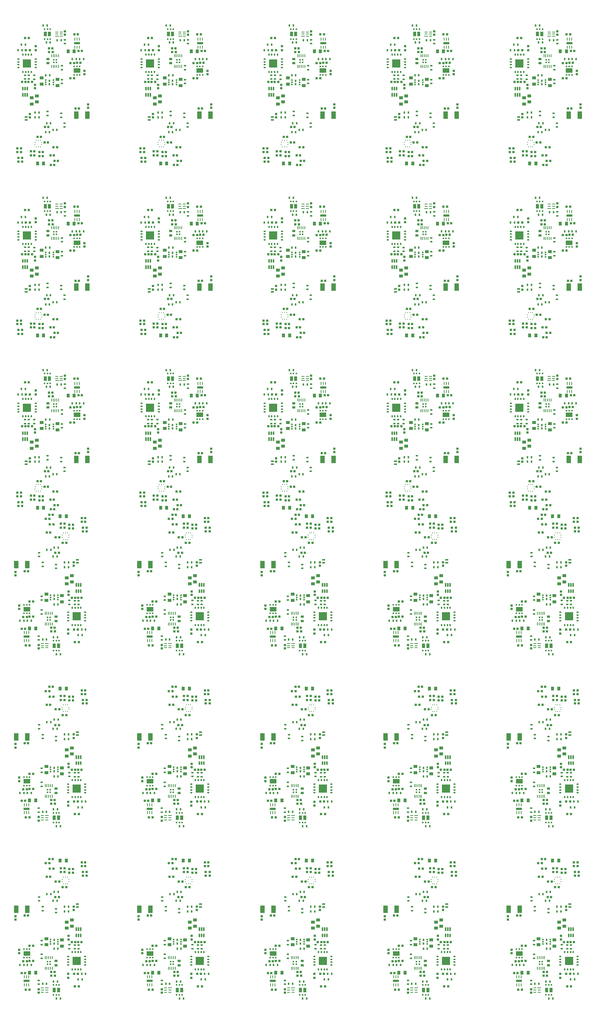
<source format=gbp>
G04*
G04 #@! TF.GenerationSoftware,Altium Limited,Altium Designer,23.6.0 (18)*
G04*
G04 Layer_Color=128*
%FSLAX44Y44*%
%MOMM*%
G71*
G04*
G04 #@! TF.SameCoordinates,542A25E6-394C-4203-B619-F464005C6F94*
G04*
G04*
G04 #@! TF.FilePolarity,Positive*
G04*
G01*
G75*
%ADD18R,0.5200X0.5200*%
%ADD19R,0.5200X0.5200*%
%ADD20R,0.7200X0.4500*%
%ADD21R,0.5500X0.4500*%
%ADD40R,0.6200X0.6200*%
%ADD41R,0.5000X0.6000*%
%ADD71R,0.9000X0.7000*%
%ADD72R,0.3000X0.8500*%
%ADD73R,0.4500X0.5500*%
%ADD74O,0.3000X0.8500*%
%ADD75R,0.7000X0.9000*%
%ADD77R,0.4200X0.4200*%
%ADD78R,0.8000X1.0000*%
%ADD79R,0.8500X0.2800*%
%ADD80R,0.7500X0.2800*%
%ADD81R,0.6500X0.5500*%
%ADD82O,0.3000X0.6500*%
%ADD83O,0.6500X0.3000*%
%ADD85R,1.6000X1.0000*%
%ADD86R,0.3000X0.4500*%
%ADD87R,0.3000X0.3000*%
%ADD90R,0.2000X0.6500*%
%ADD91R,1.4200X0.6100*%
%ADD92R,0.2500X0.7000*%
%ADD93R,1.0000X1.8000*%
%ADD94R,0.2500X0.2750*%
%ADD95R,0.2500X0.2750*%
%ADD107R,1.9000X1.9000*%
%ADD108R,0.4000X0.5000*%
%ADD109R,0.4000X0.4000*%
D18*
X1258000Y312000D02*
D03*
X1266000D02*
D03*
X1328500Y353745D02*
D03*
X1336500D02*
D03*
X1251250Y179750D02*
D03*
X1259250D02*
D03*
X1261000Y141600D02*
D03*
X1269000D02*
D03*
X1254800Y206500D02*
D03*
X1262800D02*
D03*
X1397000Y425000D02*
D03*
X1389000D02*
D03*
X1315950Y419000D02*
D03*
X1323950D02*
D03*
X1308500Y400300D02*
D03*
X1316500D02*
D03*
X1353551Y376600D02*
D03*
X1345551D02*
D03*
X1329500Y389645D02*
D03*
X1337500D02*
D03*
X1349300Y420500D02*
D03*
X1341300D02*
D03*
X1368900Y418719D02*
D03*
X1360900D02*
D03*
X1326875Y182110D02*
D03*
X1318875D02*
D03*
X1327250Y173568D02*
D03*
X1319250D02*
D03*
X1368900Y410149D02*
D03*
X1360900D02*
D03*
X1380818Y251000D02*
D03*
X1388818D02*
D03*
X1374118D02*
D03*
X1366118D02*
D03*
X1269546Y242176D02*
D03*
X1277546D02*
D03*
X1269500Y207350D02*
D03*
X1277500D02*
D03*
X1314750Y441400D02*
D03*
X1322750D02*
D03*
X1306625Y431750D02*
D03*
X1314625D02*
D03*
X1397000Y433600D02*
D03*
X1389000D02*
D03*
X1349300Y411250D02*
D03*
X1341300D02*
D03*
X1258000Y707000D02*
D03*
X1266000D02*
D03*
X1328500Y748745D02*
D03*
X1336500D02*
D03*
X1251250Y574750D02*
D03*
X1259250D02*
D03*
X1261000Y536600D02*
D03*
X1269000D02*
D03*
X1254800Y601500D02*
D03*
X1262800D02*
D03*
X1397000Y820000D02*
D03*
X1389000D02*
D03*
X1315950Y814000D02*
D03*
X1323950D02*
D03*
X1308500Y795300D02*
D03*
X1316500D02*
D03*
X1353551Y771600D02*
D03*
X1345551D02*
D03*
X1329500Y784645D02*
D03*
X1337500D02*
D03*
X1349300Y815500D02*
D03*
X1341300D02*
D03*
X1368900Y813719D02*
D03*
X1360900D02*
D03*
X1326875Y577109D02*
D03*
X1318875D02*
D03*
X1327250Y568568D02*
D03*
X1319250D02*
D03*
X1368900Y805149D02*
D03*
X1360900D02*
D03*
X1380818Y646000D02*
D03*
X1388818D02*
D03*
X1374118D02*
D03*
X1366118D02*
D03*
X1269546Y637176D02*
D03*
X1277546D02*
D03*
X1269500Y602350D02*
D03*
X1277500D02*
D03*
X1314750Y836400D02*
D03*
X1322750D02*
D03*
X1306625Y826750D02*
D03*
X1314625D02*
D03*
X1397000Y828600D02*
D03*
X1389000D02*
D03*
X1349300Y806250D02*
D03*
X1341300D02*
D03*
X1258000Y1102000D02*
D03*
X1266000D02*
D03*
X1328500Y1143745D02*
D03*
X1336500D02*
D03*
X1251250Y969750D02*
D03*
X1259250D02*
D03*
X1261000Y931600D02*
D03*
X1269000D02*
D03*
X1254800Y996500D02*
D03*
X1262800D02*
D03*
X1397000Y1215000D02*
D03*
X1389000D02*
D03*
X1315950Y1209000D02*
D03*
X1323950D02*
D03*
X1308500Y1190300D02*
D03*
X1316500D02*
D03*
X1353551Y1166600D02*
D03*
X1345551D02*
D03*
X1329500Y1179645D02*
D03*
X1337500D02*
D03*
X1349300Y1210500D02*
D03*
X1341300D02*
D03*
X1368900Y1208719D02*
D03*
X1360900D02*
D03*
X1326875Y972110D02*
D03*
X1318875D02*
D03*
X1327250Y963568D02*
D03*
X1319250D02*
D03*
X1368900Y1200149D02*
D03*
X1360900D02*
D03*
X1380818Y1041000D02*
D03*
X1388818D02*
D03*
X1374118D02*
D03*
X1366118D02*
D03*
X1269546Y1032176D02*
D03*
X1277546D02*
D03*
X1269500Y997350D02*
D03*
X1277500D02*
D03*
X1314750Y1231400D02*
D03*
X1322750D02*
D03*
X1306625Y1221750D02*
D03*
X1314625D02*
D03*
X1397000Y1223600D02*
D03*
X1389000D02*
D03*
X1349300Y1201250D02*
D03*
X1341300D02*
D03*
X975250Y312000D02*
D03*
X983250D02*
D03*
X1045750Y353745D02*
D03*
X1053750D02*
D03*
X968500Y179750D02*
D03*
X976500D02*
D03*
X978250Y141600D02*
D03*
X986250D02*
D03*
X972050Y206500D02*
D03*
X980050D02*
D03*
X1114250Y425000D02*
D03*
X1106250D02*
D03*
X1033200Y419000D02*
D03*
X1041200D02*
D03*
X1025750Y400300D02*
D03*
X1033750D02*
D03*
X1070800Y376600D02*
D03*
X1062801D02*
D03*
X1046750Y389645D02*
D03*
X1054750D02*
D03*
X1066550Y420500D02*
D03*
X1058550D02*
D03*
X1086150Y418719D02*
D03*
X1078150D02*
D03*
X1044125Y182110D02*
D03*
X1036125D02*
D03*
X1044500Y173568D02*
D03*
X1036500D02*
D03*
X1086150Y410149D02*
D03*
X1078150D02*
D03*
X1098068Y251000D02*
D03*
X1106068D02*
D03*
X1091367D02*
D03*
X1083367D02*
D03*
X986796Y242176D02*
D03*
X994796D02*
D03*
X986750Y207350D02*
D03*
X994750D02*
D03*
X1032000Y441400D02*
D03*
X1040000D02*
D03*
X1023875Y431750D02*
D03*
X1031875D02*
D03*
X1114250Y433600D02*
D03*
X1106250D02*
D03*
X1066550Y411250D02*
D03*
X1058550D02*
D03*
X975250Y707000D02*
D03*
X983250D02*
D03*
X1045750Y748745D02*
D03*
X1053750D02*
D03*
X968500Y574750D02*
D03*
X976500D02*
D03*
X978250Y536600D02*
D03*
X986250D02*
D03*
X972050Y601500D02*
D03*
X980050D02*
D03*
X1114250Y820000D02*
D03*
X1106250D02*
D03*
X1033200Y814000D02*
D03*
X1041200D02*
D03*
X1025750Y795300D02*
D03*
X1033750D02*
D03*
X1070800Y771600D02*
D03*
X1062801D02*
D03*
X1046750Y784645D02*
D03*
X1054750D02*
D03*
X1066550Y815500D02*
D03*
X1058550D02*
D03*
X1086150Y813719D02*
D03*
X1078150D02*
D03*
X1044125Y577109D02*
D03*
X1036125D02*
D03*
X1044500Y568568D02*
D03*
X1036500D02*
D03*
X1086150Y805149D02*
D03*
X1078150D02*
D03*
X1098068Y646000D02*
D03*
X1106068D02*
D03*
X1091367D02*
D03*
X1083367D02*
D03*
X986796Y637176D02*
D03*
X994796D02*
D03*
X986750Y602350D02*
D03*
X994750D02*
D03*
X1032000Y836400D02*
D03*
X1040000D02*
D03*
X1023875Y826750D02*
D03*
X1031875D02*
D03*
X1114250Y828600D02*
D03*
X1106250D02*
D03*
X1066550Y806250D02*
D03*
X1058550D02*
D03*
X975250Y1102000D02*
D03*
X983250D02*
D03*
X1045750Y1143745D02*
D03*
X1053750D02*
D03*
X968500Y969750D02*
D03*
X976500D02*
D03*
X978250Y931600D02*
D03*
X986250D02*
D03*
X972050Y996500D02*
D03*
X980050D02*
D03*
X1114250Y1215000D02*
D03*
X1106250D02*
D03*
X1033200Y1209000D02*
D03*
X1041200D02*
D03*
X1025750Y1190300D02*
D03*
X1033750D02*
D03*
X1070800Y1166600D02*
D03*
X1062801D02*
D03*
X1046750Y1179645D02*
D03*
X1054750D02*
D03*
X1066550Y1210500D02*
D03*
X1058550D02*
D03*
X1086150Y1208719D02*
D03*
X1078150D02*
D03*
X1044125Y972110D02*
D03*
X1036125D02*
D03*
X1044500Y963568D02*
D03*
X1036500D02*
D03*
X1086150Y1200149D02*
D03*
X1078150D02*
D03*
X1098068Y1041000D02*
D03*
X1106068D02*
D03*
X1091367D02*
D03*
X1083367D02*
D03*
X986796Y1032176D02*
D03*
X994796D02*
D03*
X986750Y997350D02*
D03*
X994750D02*
D03*
X1032000Y1231400D02*
D03*
X1040000D02*
D03*
X1023875Y1221750D02*
D03*
X1031875D02*
D03*
X1114250Y1223600D02*
D03*
X1106250D02*
D03*
X1066550Y1201250D02*
D03*
X1058550D02*
D03*
X692500Y312000D02*
D03*
X700500D02*
D03*
X763000Y353745D02*
D03*
X771000D02*
D03*
X685750Y179750D02*
D03*
X693750D02*
D03*
X695500Y141600D02*
D03*
X703500D02*
D03*
X689300Y206500D02*
D03*
X697300D02*
D03*
X831500Y425000D02*
D03*
X823500D02*
D03*
X750450Y419000D02*
D03*
X758450D02*
D03*
X743000Y400300D02*
D03*
X751000D02*
D03*
X788050Y376600D02*
D03*
X780050D02*
D03*
X764000Y389645D02*
D03*
X772000D02*
D03*
X783800Y420500D02*
D03*
X775800D02*
D03*
X803400Y418719D02*
D03*
X795400D02*
D03*
X761375Y182110D02*
D03*
X753375D02*
D03*
X761750Y173568D02*
D03*
X753750D02*
D03*
X803400Y410149D02*
D03*
X795400D02*
D03*
X815318Y251000D02*
D03*
X823318D02*
D03*
X808617D02*
D03*
X800617D02*
D03*
X704046Y242176D02*
D03*
X712046D02*
D03*
X704000Y207350D02*
D03*
X712000D02*
D03*
X749250Y441400D02*
D03*
X757250D02*
D03*
X741125Y431750D02*
D03*
X749125D02*
D03*
X831500Y433600D02*
D03*
X823500D02*
D03*
X783800Y411250D02*
D03*
X775800D02*
D03*
X692500Y707000D02*
D03*
X700500D02*
D03*
X763000Y748745D02*
D03*
X771000D02*
D03*
X685750Y574750D02*
D03*
X693750D02*
D03*
X695500Y536600D02*
D03*
X703500D02*
D03*
X689300Y601500D02*
D03*
X697300D02*
D03*
X831500Y820000D02*
D03*
X823500D02*
D03*
X750450Y814000D02*
D03*
X758450D02*
D03*
X743000Y795300D02*
D03*
X751000D02*
D03*
X788050Y771600D02*
D03*
X780050D02*
D03*
X764000Y784645D02*
D03*
X772000D02*
D03*
X783800Y815500D02*
D03*
X775800D02*
D03*
X803400Y813719D02*
D03*
X795400D02*
D03*
X761375Y577109D02*
D03*
X753375D02*
D03*
X761750Y568568D02*
D03*
X753750D02*
D03*
X803400Y805149D02*
D03*
X795400D02*
D03*
X815318Y646000D02*
D03*
X823318D02*
D03*
X808617D02*
D03*
X800617D02*
D03*
X704046Y637176D02*
D03*
X712046D02*
D03*
X704000Y602350D02*
D03*
X712000D02*
D03*
X749250Y836400D02*
D03*
X757250D02*
D03*
X741125Y826750D02*
D03*
X749125D02*
D03*
X831500Y828600D02*
D03*
X823500D02*
D03*
X783800Y806250D02*
D03*
X775800D02*
D03*
X692500Y1102000D02*
D03*
X700500D02*
D03*
X763000Y1143745D02*
D03*
X771000D02*
D03*
X685750Y969750D02*
D03*
X693750D02*
D03*
X695500Y931600D02*
D03*
X703500D02*
D03*
X689300Y996500D02*
D03*
X697300D02*
D03*
X831500Y1215000D02*
D03*
X823500D02*
D03*
X750450Y1209000D02*
D03*
X758450D02*
D03*
X743000Y1190300D02*
D03*
X751000D02*
D03*
X788050Y1166600D02*
D03*
X780050D02*
D03*
X764000Y1179645D02*
D03*
X772000D02*
D03*
X783800Y1210500D02*
D03*
X775800D02*
D03*
X803400Y1208719D02*
D03*
X795400D02*
D03*
X761375Y972110D02*
D03*
X753375D02*
D03*
X761750Y963568D02*
D03*
X753750D02*
D03*
X803400Y1200149D02*
D03*
X795400D02*
D03*
X815318Y1041000D02*
D03*
X823318D02*
D03*
X808617D02*
D03*
X800617D02*
D03*
X704046Y1032176D02*
D03*
X712046D02*
D03*
X704000Y997350D02*
D03*
X712000D02*
D03*
X749250Y1231400D02*
D03*
X757250D02*
D03*
X741125Y1221750D02*
D03*
X749125D02*
D03*
X831500Y1223600D02*
D03*
X823500D02*
D03*
X783800Y1201250D02*
D03*
X775800D02*
D03*
X409750Y312000D02*
D03*
X417750D02*
D03*
X480250Y353745D02*
D03*
X488250D02*
D03*
X403000Y179750D02*
D03*
X411000D02*
D03*
X412750Y141600D02*
D03*
X420750D02*
D03*
X406550Y206500D02*
D03*
X414550D02*
D03*
X548750Y425000D02*
D03*
X540750D02*
D03*
X467700Y419000D02*
D03*
X475700D02*
D03*
X460250Y400300D02*
D03*
X468250D02*
D03*
X505300Y376600D02*
D03*
X497300D02*
D03*
X481250Y389645D02*
D03*
X489250D02*
D03*
X501050Y420500D02*
D03*
X493050D02*
D03*
X520650Y418719D02*
D03*
X512650D02*
D03*
X478625Y182110D02*
D03*
X470625D02*
D03*
X479000Y173568D02*
D03*
X471000D02*
D03*
X520650Y410149D02*
D03*
X512650D02*
D03*
X532567Y251000D02*
D03*
X540568D02*
D03*
X525867D02*
D03*
X517867D02*
D03*
X421296Y242176D02*
D03*
X429296D02*
D03*
X421250Y207350D02*
D03*
X429250D02*
D03*
X466500Y441400D02*
D03*
X474500D02*
D03*
X458374Y431750D02*
D03*
X466375D02*
D03*
X548750Y433600D02*
D03*
X540750D02*
D03*
X501050Y411250D02*
D03*
X493050D02*
D03*
X409750Y707000D02*
D03*
X417750D02*
D03*
X480250Y748745D02*
D03*
X488250D02*
D03*
X403000Y574750D02*
D03*
X411000D02*
D03*
X412750Y536600D02*
D03*
X420750D02*
D03*
X406550Y601500D02*
D03*
X414550D02*
D03*
X548750Y820000D02*
D03*
X540750D02*
D03*
X467700Y814000D02*
D03*
X475700D02*
D03*
X460250Y795300D02*
D03*
X468250D02*
D03*
X505300Y771600D02*
D03*
X497300D02*
D03*
X481250Y784645D02*
D03*
X489250D02*
D03*
X501050Y815500D02*
D03*
X493050D02*
D03*
X520650Y813719D02*
D03*
X512650D02*
D03*
X478625Y577109D02*
D03*
X470625D02*
D03*
X479000Y568568D02*
D03*
X471000D02*
D03*
X520650Y805149D02*
D03*
X512650D02*
D03*
X532567Y646000D02*
D03*
X540568D02*
D03*
X525867D02*
D03*
X517867D02*
D03*
X421296Y637176D02*
D03*
X429296D02*
D03*
X421250Y602350D02*
D03*
X429250D02*
D03*
X466500Y836400D02*
D03*
X474500D02*
D03*
X458374Y826750D02*
D03*
X466375D02*
D03*
X548750Y828600D02*
D03*
X540750D02*
D03*
X501050Y806250D02*
D03*
X493050D02*
D03*
X409750Y1102000D02*
D03*
X417750D02*
D03*
X480250Y1143745D02*
D03*
X488250D02*
D03*
X403000Y969750D02*
D03*
X411000D02*
D03*
X412750Y931600D02*
D03*
X420750D02*
D03*
X406550Y996500D02*
D03*
X414550D02*
D03*
X548750Y1215000D02*
D03*
X540750D02*
D03*
X467700Y1209000D02*
D03*
X475700D02*
D03*
X460250Y1190300D02*
D03*
X468250D02*
D03*
X505300Y1166600D02*
D03*
X497300D02*
D03*
X481250Y1179645D02*
D03*
X489250D02*
D03*
X501050Y1210500D02*
D03*
X493050D02*
D03*
X520650Y1208719D02*
D03*
X512650D02*
D03*
X478625Y972110D02*
D03*
X470625D02*
D03*
X479000Y963568D02*
D03*
X471000D02*
D03*
X520650Y1200149D02*
D03*
X512650D02*
D03*
X532567Y1041000D02*
D03*
X540568D02*
D03*
X525867D02*
D03*
X517867D02*
D03*
X421296Y1032176D02*
D03*
X429296D02*
D03*
X421250Y997350D02*
D03*
X429250D02*
D03*
X466500Y1231400D02*
D03*
X474500D02*
D03*
X458374Y1221750D02*
D03*
X466375D02*
D03*
X548750Y1223600D02*
D03*
X540750D02*
D03*
X501050Y1201250D02*
D03*
X493050D02*
D03*
X127000Y312000D02*
D03*
X135000D02*
D03*
X197500Y353745D02*
D03*
X205500D02*
D03*
X120250Y179750D02*
D03*
X128250D02*
D03*
X130000Y141600D02*
D03*
X138000D02*
D03*
X123800Y206500D02*
D03*
X131800D02*
D03*
X266000Y425000D02*
D03*
X258000D02*
D03*
X184950Y419000D02*
D03*
X192950D02*
D03*
X177500Y400300D02*
D03*
X185500D02*
D03*
X222550Y376600D02*
D03*
X214550D02*
D03*
X198500Y389645D02*
D03*
X206500D02*
D03*
X218300Y420500D02*
D03*
X210300D02*
D03*
X237900Y418719D02*
D03*
X229900D02*
D03*
X195875Y182110D02*
D03*
X187875D02*
D03*
X196250Y173568D02*
D03*
X188250D02*
D03*
X237900Y410149D02*
D03*
X229900D02*
D03*
X249817Y251000D02*
D03*
X257817D02*
D03*
X243117D02*
D03*
X235117D02*
D03*
X138546Y242176D02*
D03*
X146546D02*
D03*
X138500Y207350D02*
D03*
X146500D02*
D03*
X183750Y441400D02*
D03*
X191750D02*
D03*
X175624Y431750D02*
D03*
X183624D02*
D03*
X266000Y433600D02*
D03*
X258000D02*
D03*
X218300Y411250D02*
D03*
X210300D02*
D03*
X127000Y707000D02*
D03*
X135000D02*
D03*
X197500Y748745D02*
D03*
X205500D02*
D03*
X120250Y574750D02*
D03*
X128250D02*
D03*
X130000Y536600D02*
D03*
X138000D02*
D03*
X123800Y601500D02*
D03*
X131800D02*
D03*
X266000Y820000D02*
D03*
X258000D02*
D03*
X184950Y814000D02*
D03*
X192950D02*
D03*
X177500Y795300D02*
D03*
X185500D02*
D03*
X222550Y771600D02*
D03*
X214550D02*
D03*
X198500Y784645D02*
D03*
X206500D02*
D03*
X218300Y815500D02*
D03*
X210300D02*
D03*
X237900Y813719D02*
D03*
X229900D02*
D03*
X195875Y577109D02*
D03*
X187875D02*
D03*
X196250Y568568D02*
D03*
X188250D02*
D03*
X237900Y805149D02*
D03*
X229900D02*
D03*
X249817Y646000D02*
D03*
X257817D02*
D03*
X243117D02*
D03*
X235117D02*
D03*
X138546Y637176D02*
D03*
X146546D02*
D03*
X138500Y602350D02*
D03*
X146500D02*
D03*
X183750Y836400D02*
D03*
X191750D02*
D03*
X175624Y826750D02*
D03*
X183624D02*
D03*
X266000Y828600D02*
D03*
X258000D02*
D03*
X218300Y806250D02*
D03*
X210300D02*
D03*
X127000Y1102000D02*
D03*
X135000D02*
D03*
X197500Y1143745D02*
D03*
X205500D02*
D03*
X120250Y969750D02*
D03*
X128250D02*
D03*
X130000Y931600D02*
D03*
X138000D02*
D03*
X123800Y996500D02*
D03*
X131800D02*
D03*
X266000Y1215000D02*
D03*
X258000D02*
D03*
X184950Y1209000D02*
D03*
X192950D02*
D03*
X177500Y1190300D02*
D03*
X185500D02*
D03*
X222550Y1166600D02*
D03*
X214550D02*
D03*
X198500Y1179645D02*
D03*
X206500D02*
D03*
X218300Y1210500D02*
D03*
X210300D02*
D03*
X237900Y1208719D02*
D03*
X229900D02*
D03*
X195875Y972110D02*
D03*
X187875D02*
D03*
X196250Y963568D02*
D03*
X188250D02*
D03*
X237900Y1200149D02*
D03*
X229900D02*
D03*
X249817Y1041000D02*
D03*
X257817D02*
D03*
X243117D02*
D03*
X235117D02*
D03*
X138546Y1032176D02*
D03*
X146546D02*
D03*
X138500Y997350D02*
D03*
X146500D02*
D03*
X183750Y1231400D02*
D03*
X191750D02*
D03*
X175624Y1221750D02*
D03*
X183624D02*
D03*
X266000Y1223600D02*
D03*
X258000D02*
D03*
X218300Y1201250D02*
D03*
X210300D02*
D03*
X252000Y2163000D02*
D03*
X244000D02*
D03*
X181500Y2121255D02*
D03*
X173500D02*
D03*
X258750Y2295250D02*
D03*
X250750D02*
D03*
X249000Y2333400D02*
D03*
X241000D02*
D03*
X255200Y2268500D02*
D03*
X247200D02*
D03*
X113000Y2050000D02*
D03*
X121000D02*
D03*
X194050Y2056000D02*
D03*
X186050D02*
D03*
X201500Y2074700D02*
D03*
X193500D02*
D03*
X156449Y2098400D02*
D03*
X164449D02*
D03*
X180500Y2085355D02*
D03*
X172500D02*
D03*
X160700Y2054500D02*
D03*
X168700D02*
D03*
X141100Y2056281D02*
D03*
X149100D02*
D03*
X183125Y2292890D02*
D03*
X191125D02*
D03*
X182750Y2301431D02*
D03*
X190750D02*
D03*
X141100Y2064851D02*
D03*
X149100D02*
D03*
X129182Y2224000D02*
D03*
X121182D02*
D03*
X135882D02*
D03*
X143882D02*
D03*
X240454Y2232824D02*
D03*
X232454D02*
D03*
X240500Y2267650D02*
D03*
X232500D02*
D03*
X195250Y2033600D02*
D03*
X187250D02*
D03*
X203375Y2043250D02*
D03*
X195375D02*
D03*
X113000Y2041400D02*
D03*
X121000D02*
D03*
X160700Y2063750D02*
D03*
X168700D02*
D03*
X252000Y1768000D02*
D03*
X244000D02*
D03*
X181500Y1726255D02*
D03*
X173500D02*
D03*
X258750Y1900250D02*
D03*
X250750D02*
D03*
X249000Y1938400D02*
D03*
X241000D02*
D03*
X255200Y1873500D02*
D03*
X247200D02*
D03*
X113000Y1655000D02*
D03*
X121000D02*
D03*
X194050Y1661000D02*
D03*
X186050D02*
D03*
X201500Y1679700D02*
D03*
X193500D02*
D03*
X156449Y1703400D02*
D03*
X164449D02*
D03*
X180500Y1690355D02*
D03*
X172500D02*
D03*
X160700Y1659500D02*
D03*
X168700D02*
D03*
X141100Y1661281D02*
D03*
X149100D02*
D03*
X183125Y1897890D02*
D03*
X191125D02*
D03*
X182750Y1906431D02*
D03*
X190750D02*
D03*
X141100Y1669851D02*
D03*
X149100D02*
D03*
X129182Y1829000D02*
D03*
X121182D02*
D03*
X135882D02*
D03*
X143882D02*
D03*
X240454Y1837824D02*
D03*
X232454D02*
D03*
X240500Y1872650D02*
D03*
X232500D02*
D03*
X195250Y1638600D02*
D03*
X187250D02*
D03*
X203375Y1648250D02*
D03*
X195375D02*
D03*
X113000Y1646400D02*
D03*
X121000D02*
D03*
X160700Y1668750D02*
D03*
X168700D02*
D03*
X252000Y1373000D02*
D03*
X244000D02*
D03*
X181500Y1331255D02*
D03*
X173500D02*
D03*
X258750Y1505250D02*
D03*
X250750D02*
D03*
X249000Y1543400D02*
D03*
X241000D02*
D03*
X255200Y1478500D02*
D03*
X247200D02*
D03*
X113000Y1260000D02*
D03*
X121000D02*
D03*
X194050Y1266000D02*
D03*
X186050D02*
D03*
X201500Y1284700D02*
D03*
X193500D02*
D03*
X156449Y1308400D02*
D03*
X164449D02*
D03*
X180500Y1295355D02*
D03*
X172500D02*
D03*
X160700Y1264500D02*
D03*
X168700D02*
D03*
X141100Y1266281D02*
D03*
X149100D02*
D03*
X183125Y1502890D02*
D03*
X191125D02*
D03*
X182750Y1511431D02*
D03*
X190750D02*
D03*
X141100Y1274851D02*
D03*
X149100D02*
D03*
X129182Y1434000D02*
D03*
X121182D02*
D03*
X135882D02*
D03*
X143882D02*
D03*
X240454Y1442824D02*
D03*
X232454D02*
D03*
X240500Y1477650D02*
D03*
X232500D02*
D03*
X195250Y1243600D02*
D03*
X187250D02*
D03*
X203375Y1253250D02*
D03*
X195375D02*
D03*
X113000Y1251400D02*
D03*
X121000D02*
D03*
X160700Y1273750D02*
D03*
X168700D02*
D03*
X534750Y2163000D02*
D03*
X526750D02*
D03*
X464250Y2121255D02*
D03*
X456250D02*
D03*
X541500Y2295250D02*
D03*
X533500D02*
D03*
X531750Y2333400D02*
D03*
X523750D02*
D03*
X537950Y2268500D02*
D03*
X529950D02*
D03*
X395750Y2050000D02*
D03*
X403750D02*
D03*
X476800Y2056000D02*
D03*
X468800D02*
D03*
X484250Y2074700D02*
D03*
X476250D02*
D03*
X439199Y2098400D02*
D03*
X447200D02*
D03*
X463250Y2085355D02*
D03*
X455250D02*
D03*
X443450Y2054500D02*
D03*
X451450D02*
D03*
X423850Y2056281D02*
D03*
X431850D02*
D03*
X465875Y2292890D02*
D03*
X473875D02*
D03*
X465500Y2301431D02*
D03*
X473500D02*
D03*
X423850Y2064851D02*
D03*
X431850D02*
D03*
X411932Y2224000D02*
D03*
X403932D02*
D03*
X418633D02*
D03*
X426632D02*
D03*
X523204Y2232824D02*
D03*
X515204D02*
D03*
X523250Y2267650D02*
D03*
X515250D02*
D03*
X478000Y2033600D02*
D03*
X470000D02*
D03*
X486125Y2043250D02*
D03*
X478125D02*
D03*
X395750Y2041400D02*
D03*
X403750D02*
D03*
X443450Y2063750D02*
D03*
X451450D02*
D03*
X534750Y1768000D02*
D03*
X526750D02*
D03*
X464250Y1726255D02*
D03*
X456250D02*
D03*
X541500Y1900250D02*
D03*
X533500D02*
D03*
X531750Y1938400D02*
D03*
X523750D02*
D03*
X537950Y1873500D02*
D03*
X529950D02*
D03*
X395750Y1655000D02*
D03*
X403750D02*
D03*
X476800Y1661000D02*
D03*
X468800D02*
D03*
X484250Y1679700D02*
D03*
X476250D02*
D03*
X439199Y1703400D02*
D03*
X447200D02*
D03*
X463250Y1690355D02*
D03*
X455250D02*
D03*
X443450Y1659500D02*
D03*
X451450D02*
D03*
X423850Y1661281D02*
D03*
X431850D02*
D03*
X465875Y1897890D02*
D03*
X473875D02*
D03*
X465500Y1906431D02*
D03*
X473500D02*
D03*
X423850Y1669851D02*
D03*
X431850D02*
D03*
X411932Y1829000D02*
D03*
X403932D02*
D03*
X418633D02*
D03*
X426632D02*
D03*
X523204Y1837824D02*
D03*
X515204D02*
D03*
X523250Y1872650D02*
D03*
X515250D02*
D03*
X478000Y1638600D02*
D03*
X470000D02*
D03*
X486125Y1648250D02*
D03*
X478125D02*
D03*
X395750Y1646400D02*
D03*
X403750D02*
D03*
X443450Y1668750D02*
D03*
X451450D02*
D03*
X534750Y1373000D02*
D03*
X526750D02*
D03*
X464250Y1331255D02*
D03*
X456250D02*
D03*
X541500Y1505250D02*
D03*
X533500D02*
D03*
X531750Y1543400D02*
D03*
X523750D02*
D03*
X537950Y1478500D02*
D03*
X529950D02*
D03*
X395750Y1260000D02*
D03*
X403750D02*
D03*
X476800Y1266000D02*
D03*
X468800D02*
D03*
X484250Y1284700D02*
D03*
X476250D02*
D03*
X439199Y1308400D02*
D03*
X447200D02*
D03*
X463250Y1295355D02*
D03*
X455250D02*
D03*
X443450Y1264500D02*
D03*
X451450D02*
D03*
X423850Y1266281D02*
D03*
X431850D02*
D03*
X465875Y1502890D02*
D03*
X473875D02*
D03*
X465500Y1511431D02*
D03*
X473500D02*
D03*
X423850Y1274851D02*
D03*
X431850D02*
D03*
X411932Y1434000D02*
D03*
X403932D02*
D03*
X418633D02*
D03*
X426632D02*
D03*
X523204Y1442824D02*
D03*
X515204D02*
D03*
X523250Y1477650D02*
D03*
X515250D02*
D03*
X478000Y1243600D02*
D03*
X470000D02*
D03*
X486125Y1253250D02*
D03*
X478125D02*
D03*
X395750Y1251400D02*
D03*
X403750D02*
D03*
X443450Y1273750D02*
D03*
X451450D02*
D03*
X817500Y2163000D02*
D03*
X809500D02*
D03*
X747000Y2121255D02*
D03*
X739000D02*
D03*
X824250Y2295250D02*
D03*
X816250D02*
D03*
X814500Y2333400D02*
D03*
X806500D02*
D03*
X820700Y2268500D02*
D03*
X812700D02*
D03*
X678500Y2050000D02*
D03*
X686500D02*
D03*
X759550Y2056000D02*
D03*
X751550D02*
D03*
X767000Y2074700D02*
D03*
X759000D02*
D03*
X721950Y2098400D02*
D03*
X729950D02*
D03*
X746000Y2085355D02*
D03*
X738000D02*
D03*
X726200Y2054500D02*
D03*
X734200D02*
D03*
X706600Y2056281D02*
D03*
X714600D02*
D03*
X748625Y2292890D02*
D03*
X756625D02*
D03*
X748250Y2301431D02*
D03*
X756250D02*
D03*
X706600Y2064851D02*
D03*
X714600D02*
D03*
X694682Y2224000D02*
D03*
X686682D02*
D03*
X701383D02*
D03*
X709383D02*
D03*
X805954Y2232824D02*
D03*
X797954D02*
D03*
X806000Y2267650D02*
D03*
X798000D02*
D03*
X760750Y2033600D02*
D03*
X752750D02*
D03*
X768875Y2043250D02*
D03*
X760875D02*
D03*
X678500Y2041400D02*
D03*
X686500D02*
D03*
X726200Y2063750D02*
D03*
X734200D02*
D03*
X817500Y1768000D02*
D03*
X809500D02*
D03*
X747000Y1726255D02*
D03*
X739000D02*
D03*
X824250Y1900250D02*
D03*
X816250D02*
D03*
X814500Y1938400D02*
D03*
X806500D02*
D03*
X820700Y1873500D02*
D03*
X812700D02*
D03*
X678500Y1655000D02*
D03*
X686500D02*
D03*
X759550Y1661000D02*
D03*
X751550D02*
D03*
X767000Y1679700D02*
D03*
X759000D02*
D03*
X721950Y1703400D02*
D03*
X729950D02*
D03*
X746000Y1690355D02*
D03*
X738000D02*
D03*
X726200Y1659500D02*
D03*
X734200D02*
D03*
X706600Y1661281D02*
D03*
X714600D02*
D03*
X748625Y1897890D02*
D03*
X756625D02*
D03*
X748250Y1906431D02*
D03*
X756250D02*
D03*
X706600Y1669851D02*
D03*
X714600D02*
D03*
X694682Y1829000D02*
D03*
X686682D02*
D03*
X701383D02*
D03*
X709383D02*
D03*
X805954Y1837824D02*
D03*
X797954D02*
D03*
X806000Y1872650D02*
D03*
X798000D02*
D03*
X760750Y1638600D02*
D03*
X752750D02*
D03*
X768875Y1648250D02*
D03*
X760875D02*
D03*
X678500Y1646400D02*
D03*
X686500D02*
D03*
X726200Y1668750D02*
D03*
X734200D02*
D03*
X817500Y1373000D02*
D03*
X809500D02*
D03*
X747000Y1331255D02*
D03*
X739000D02*
D03*
X824250Y1505250D02*
D03*
X816250D02*
D03*
X814500Y1543400D02*
D03*
X806500D02*
D03*
X820700Y1478500D02*
D03*
X812700D02*
D03*
X678500Y1260000D02*
D03*
X686500D02*
D03*
X759550Y1266000D02*
D03*
X751550D02*
D03*
X767000Y1284700D02*
D03*
X759000D02*
D03*
X721950Y1308400D02*
D03*
X729950D02*
D03*
X746000Y1295355D02*
D03*
X738000D02*
D03*
X726200Y1264500D02*
D03*
X734200D02*
D03*
X706600Y1266281D02*
D03*
X714600D02*
D03*
X748625Y1502890D02*
D03*
X756625D02*
D03*
X748250Y1511431D02*
D03*
X756250D02*
D03*
X706600Y1274851D02*
D03*
X714600D02*
D03*
X694682Y1434000D02*
D03*
X686682D02*
D03*
X701383D02*
D03*
X709383D02*
D03*
X805954Y1442824D02*
D03*
X797954D02*
D03*
X806000Y1477650D02*
D03*
X798000D02*
D03*
X760750Y1243600D02*
D03*
X752750D02*
D03*
X768875Y1253250D02*
D03*
X760875D02*
D03*
X678500Y1251400D02*
D03*
X686500D02*
D03*
X726200Y1273750D02*
D03*
X734200D02*
D03*
X1100250Y2163000D02*
D03*
X1092250D02*
D03*
X1029750Y2121255D02*
D03*
X1021750D02*
D03*
X1107000Y2295250D02*
D03*
X1099000D02*
D03*
X1097250Y2333400D02*
D03*
X1089250D02*
D03*
X1103450Y2268500D02*
D03*
X1095450D02*
D03*
X961250Y2050000D02*
D03*
X969250D02*
D03*
X1042300Y2056000D02*
D03*
X1034300D02*
D03*
X1049750Y2074700D02*
D03*
X1041750D02*
D03*
X1004700Y2098400D02*
D03*
X1012700D02*
D03*
X1028750Y2085355D02*
D03*
X1020750D02*
D03*
X1008950Y2054500D02*
D03*
X1016950D02*
D03*
X989350Y2056281D02*
D03*
X997350D02*
D03*
X1031375Y2292890D02*
D03*
X1039375D02*
D03*
X1031000Y2301431D02*
D03*
X1039000D02*
D03*
X989350Y2064851D02*
D03*
X997350D02*
D03*
X977432Y2224000D02*
D03*
X969433D02*
D03*
X984133D02*
D03*
X992133D02*
D03*
X1088704Y2232824D02*
D03*
X1080704D02*
D03*
X1088750Y2267650D02*
D03*
X1080750D02*
D03*
X1043500Y2033600D02*
D03*
X1035500D02*
D03*
X1051626Y2043250D02*
D03*
X1043625D02*
D03*
X961250Y2041400D02*
D03*
X969250D02*
D03*
X1008950Y2063750D02*
D03*
X1016950D02*
D03*
X1100250Y1768000D02*
D03*
X1092250D02*
D03*
X1029750Y1726255D02*
D03*
X1021750D02*
D03*
X1107000Y1900250D02*
D03*
X1099000D02*
D03*
X1097250Y1938400D02*
D03*
X1089250D02*
D03*
X1103450Y1873500D02*
D03*
X1095450D02*
D03*
X961250Y1655000D02*
D03*
X969250D02*
D03*
X1042300Y1661000D02*
D03*
X1034300D02*
D03*
X1049750Y1679700D02*
D03*
X1041750D02*
D03*
X1004700Y1703400D02*
D03*
X1012700D02*
D03*
X1028750Y1690355D02*
D03*
X1020750D02*
D03*
X1008950Y1659500D02*
D03*
X1016950D02*
D03*
X989350Y1661281D02*
D03*
X997350D02*
D03*
X1031375Y1897890D02*
D03*
X1039375D02*
D03*
X1031000Y1906431D02*
D03*
X1039000D02*
D03*
X989350Y1669851D02*
D03*
X997350D02*
D03*
X977432Y1829000D02*
D03*
X969433D02*
D03*
X984133D02*
D03*
X992133D02*
D03*
X1088704Y1837824D02*
D03*
X1080704D02*
D03*
X1088750Y1872650D02*
D03*
X1080750D02*
D03*
X1043500Y1638600D02*
D03*
X1035500D02*
D03*
X1051626Y1648250D02*
D03*
X1043625D02*
D03*
X961250Y1646400D02*
D03*
X969250D02*
D03*
X1008950Y1668750D02*
D03*
X1016950D02*
D03*
X1100250Y1373000D02*
D03*
X1092250D02*
D03*
X1029750Y1331255D02*
D03*
X1021750D02*
D03*
X1107000Y1505250D02*
D03*
X1099000D02*
D03*
X1097250Y1543400D02*
D03*
X1089250D02*
D03*
X1103450Y1478500D02*
D03*
X1095450D02*
D03*
X961250Y1260000D02*
D03*
X969250D02*
D03*
X1042300Y1266000D02*
D03*
X1034300D02*
D03*
X1049750Y1284700D02*
D03*
X1041750D02*
D03*
X1004700Y1308400D02*
D03*
X1012700D02*
D03*
X1028750Y1295355D02*
D03*
X1020750D02*
D03*
X1008950Y1264500D02*
D03*
X1016950D02*
D03*
X989350Y1266281D02*
D03*
X997350D02*
D03*
X1031375Y1502890D02*
D03*
X1039375D02*
D03*
X1031000Y1511431D02*
D03*
X1039000D02*
D03*
X989350Y1274851D02*
D03*
X997350D02*
D03*
X977432Y1434000D02*
D03*
X969433D02*
D03*
X984133D02*
D03*
X992133D02*
D03*
X1088704Y1442824D02*
D03*
X1080704D02*
D03*
X1088750Y1477650D02*
D03*
X1080750D02*
D03*
X1043500Y1243600D02*
D03*
X1035500D02*
D03*
X1051626Y1253250D02*
D03*
X1043625D02*
D03*
X961250Y1251400D02*
D03*
X969250D02*
D03*
X1008950Y1273750D02*
D03*
X1016950D02*
D03*
X1383000Y2163000D02*
D03*
X1375000D02*
D03*
X1312500Y2121255D02*
D03*
X1304500D02*
D03*
X1389750Y2295250D02*
D03*
X1381750D02*
D03*
X1380000Y2333400D02*
D03*
X1372000D02*
D03*
X1386200Y2268500D02*
D03*
X1378200D02*
D03*
X1244000Y2050000D02*
D03*
X1252000D02*
D03*
X1325050Y2056000D02*
D03*
X1317050D02*
D03*
X1332500Y2074700D02*
D03*
X1324500D02*
D03*
X1287450Y2098400D02*
D03*
X1295450D02*
D03*
X1311500Y2085355D02*
D03*
X1303500D02*
D03*
X1291700Y2054500D02*
D03*
X1299700D02*
D03*
X1272100Y2056281D02*
D03*
X1280100D02*
D03*
X1314125Y2292890D02*
D03*
X1322125D02*
D03*
X1313750Y2301431D02*
D03*
X1321750D02*
D03*
X1272100Y2064851D02*
D03*
X1280100D02*
D03*
X1260183Y2224000D02*
D03*
X1252183D02*
D03*
X1266883D02*
D03*
X1274883D02*
D03*
X1371454Y2232824D02*
D03*
X1363454D02*
D03*
X1371500Y2267650D02*
D03*
X1363500D02*
D03*
X1326250Y2033600D02*
D03*
X1318250D02*
D03*
X1334376Y2043250D02*
D03*
X1326376D02*
D03*
X1244000Y2041400D02*
D03*
X1252000D02*
D03*
X1291700Y2063750D02*
D03*
X1299700D02*
D03*
X1383000Y1768000D02*
D03*
X1375000D02*
D03*
X1312500Y1726255D02*
D03*
X1304500D02*
D03*
X1389750Y1900250D02*
D03*
X1381750D02*
D03*
X1380000Y1938400D02*
D03*
X1372000D02*
D03*
X1386200Y1873500D02*
D03*
X1378200D02*
D03*
X1244000Y1655000D02*
D03*
X1252000D02*
D03*
X1325050Y1661000D02*
D03*
X1317050D02*
D03*
X1332500Y1679700D02*
D03*
X1324500D02*
D03*
X1287450Y1703400D02*
D03*
X1295450D02*
D03*
X1311500Y1690355D02*
D03*
X1303500D02*
D03*
X1291700Y1659500D02*
D03*
X1299700D02*
D03*
X1272100Y1661281D02*
D03*
X1280100D02*
D03*
X1314125Y1897890D02*
D03*
X1322125D02*
D03*
X1313750Y1906431D02*
D03*
X1321750D02*
D03*
X1272100Y1669851D02*
D03*
X1280100D02*
D03*
X1260183Y1829000D02*
D03*
X1252183D02*
D03*
X1266883D02*
D03*
X1274883D02*
D03*
X1371454Y1837824D02*
D03*
X1363454D02*
D03*
X1371500Y1872650D02*
D03*
X1363500D02*
D03*
X1326250Y1638600D02*
D03*
X1318250D02*
D03*
X1334376Y1648250D02*
D03*
X1326376D02*
D03*
X1244000Y1646400D02*
D03*
X1252000D02*
D03*
X1291700Y1668750D02*
D03*
X1299700D02*
D03*
X1383000Y1373000D02*
D03*
X1375000D02*
D03*
X1312500Y1331255D02*
D03*
X1304500D02*
D03*
X1389750Y1505250D02*
D03*
X1381750D02*
D03*
X1380000Y1543400D02*
D03*
X1372000D02*
D03*
X1386200Y1478500D02*
D03*
X1378200D02*
D03*
X1244000Y1260000D02*
D03*
X1252000D02*
D03*
X1325050Y1266000D02*
D03*
X1317050D02*
D03*
X1332500Y1284700D02*
D03*
X1324500D02*
D03*
X1287450Y1308400D02*
D03*
X1295450D02*
D03*
X1311500Y1295355D02*
D03*
X1303500D02*
D03*
X1291700Y1264500D02*
D03*
X1299700D02*
D03*
X1272100Y1266281D02*
D03*
X1280100D02*
D03*
X1314125Y1502890D02*
D03*
X1322125D02*
D03*
X1313750Y1511431D02*
D03*
X1321750D02*
D03*
X1272100Y1274851D02*
D03*
X1280100D02*
D03*
X1260183Y1434000D02*
D03*
X1252183D02*
D03*
X1266883D02*
D03*
X1274883D02*
D03*
X1371454Y1442824D02*
D03*
X1363454D02*
D03*
X1371500Y1477650D02*
D03*
X1363500D02*
D03*
X1326250Y1243600D02*
D03*
X1318250D02*
D03*
X1334376Y1253250D02*
D03*
X1326376D02*
D03*
X1244000Y1251400D02*
D03*
X1252000D02*
D03*
X1291700Y1273750D02*
D03*
X1299700D02*
D03*
D19*
X1236950Y302250D02*
D03*
Y310250D02*
D03*
X1290251Y134500D02*
D03*
Y142500D02*
D03*
X1245750Y233250D02*
D03*
Y225250D02*
D03*
X1358900Y257083D02*
D03*
Y265083D02*
D03*
X1370750Y332162D02*
D03*
Y324162D02*
D03*
X1391500Y411376D02*
D03*
Y403376D02*
D03*
X1400050Y411376D02*
D03*
Y403376D02*
D03*
X1236950Y697250D02*
D03*
Y705250D02*
D03*
X1290251Y529500D02*
D03*
Y537500D02*
D03*
X1245750Y628250D02*
D03*
Y620250D02*
D03*
X1358900Y652083D02*
D03*
Y660083D02*
D03*
X1370750Y727162D02*
D03*
Y719162D02*
D03*
X1391500Y806376D02*
D03*
Y798375D02*
D03*
X1400050Y806376D02*
D03*
Y798375D02*
D03*
X1236950Y1092250D02*
D03*
Y1100250D02*
D03*
X1290251Y924500D02*
D03*
Y932500D02*
D03*
X1245750Y1023250D02*
D03*
Y1015250D02*
D03*
X1358900Y1047083D02*
D03*
Y1055083D02*
D03*
X1370750Y1122162D02*
D03*
Y1114162D02*
D03*
X1391500Y1201376D02*
D03*
Y1193375D02*
D03*
X1400050Y1201376D02*
D03*
Y1193375D02*
D03*
X954200Y302250D02*
D03*
Y310250D02*
D03*
X1007501Y134500D02*
D03*
Y142500D02*
D03*
X963000Y233250D02*
D03*
Y225250D02*
D03*
X1076150Y257083D02*
D03*
Y265083D02*
D03*
X1088000Y332162D02*
D03*
Y324162D02*
D03*
X1108750Y411376D02*
D03*
Y403376D02*
D03*
X1117300Y411376D02*
D03*
Y403376D02*
D03*
X954200Y697250D02*
D03*
Y705250D02*
D03*
X1007501Y529500D02*
D03*
Y537500D02*
D03*
X963000Y628250D02*
D03*
Y620250D02*
D03*
X1076150Y652083D02*
D03*
Y660083D02*
D03*
X1088000Y727162D02*
D03*
Y719162D02*
D03*
X1108750Y806376D02*
D03*
Y798375D02*
D03*
X1117300Y806376D02*
D03*
Y798375D02*
D03*
X954200Y1092250D02*
D03*
Y1100250D02*
D03*
X1007501Y924500D02*
D03*
Y932500D02*
D03*
X963000Y1023250D02*
D03*
Y1015250D02*
D03*
X1076150Y1047083D02*
D03*
Y1055083D02*
D03*
X1088000Y1122162D02*
D03*
Y1114162D02*
D03*
X1108750Y1201376D02*
D03*
Y1193375D02*
D03*
X1117300Y1201376D02*
D03*
Y1193375D02*
D03*
X671450Y302250D02*
D03*
Y310250D02*
D03*
X724751Y134500D02*
D03*
Y142500D02*
D03*
X680250Y233250D02*
D03*
Y225250D02*
D03*
X793400Y257083D02*
D03*
Y265083D02*
D03*
X805250Y332162D02*
D03*
Y324162D02*
D03*
X826000Y411376D02*
D03*
Y403376D02*
D03*
X834550Y411376D02*
D03*
Y403376D02*
D03*
X671450Y697250D02*
D03*
Y705250D02*
D03*
X724751Y529500D02*
D03*
Y537500D02*
D03*
X680250Y628250D02*
D03*
Y620250D02*
D03*
X793400Y652083D02*
D03*
Y660083D02*
D03*
X805250Y727162D02*
D03*
Y719162D02*
D03*
X826000Y806376D02*
D03*
Y798375D02*
D03*
X834550Y806376D02*
D03*
Y798375D02*
D03*
X671450Y1092250D02*
D03*
Y1100250D02*
D03*
X724751Y924500D02*
D03*
Y932500D02*
D03*
X680250Y1023250D02*
D03*
Y1015250D02*
D03*
X793400Y1047083D02*
D03*
Y1055083D02*
D03*
X805250Y1122162D02*
D03*
Y1114162D02*
D03*
X826000Y1201376D02*
D03*
Y1193375D02*
D03*
X834550Y1201376D02*
D03*
Y1193375D02*
D03*
X388700Y302250D02*
D03*
Y310250D02*
D03*
X442001Y134500D02*
D03*
Y142500D02*
D03*
X397500Y233250D02*
D03*
Y225250D02*
D03*
X510650Y257083D02*
D03*
Y265083D02*
D03*
X522500Y332162D02*
D03*
Y324162D02*
D03*
X543250Y411376D02*
D03*
Y403376D02*
D03*
X551800Y411376D02*
D03*
Y403376D02*
D03*
X388700Y697250D02*
D03*
Y705250D02*
D03*
X442001Y529500D02*
D03*
Y537500D02*
D03*
X397500Y628250D02*
D03*
Y620250D02*
D03*
X510650Y652083D02*
D03*
Y660083D02*
D03*
X522500Y727162D02*
D03*
Y719162D02*
D03*
X543250Y806376D02*
D03*
Y798375D02*
D03*
X551800Y806376D02*
D03*
Y798375D02*
D03*
X388700Y1092250D02*
D03*
Y1100250D02*
D03*
X442001Y924500D02*
D03*
Y932500D02*
D03*
X397500Y1023250D02*
D03*
Y1015250D02*
D03*
X510650Y1047083D02*
D03*
Y1055083D02*
D03*
X522500Y1122162D02*
D03*
Y1114162D02*
D03*
X543250Y1201376D02*
D03*
Y1193375D02*
D03*
X551800Y1201376D02*
D03*
Y1193375D02*
D03*
X105950Y302250D02*
D03*
Y310250D02*
D03*
X159250Y134500D02*
D03*
Y142500D02*
D03*
X114750Y233250D02*
D03*
Y225250D02*
D03*
X227900Y257083D02*
D03*
Y265083D02*
D03*
X239750Y332162D02*
D03*
Y324162D02*
D03*
X260500Y411376D02*
D03*
Y403376D02*
D03*
X269050Y411376D02*
D03*
Y403376D02*
D03*
X105950Y697250D02*
D03*
Y705250D02*
D03*
X159250Y529500D02*
D03*
Y537500D02*
D03*
X114750Y628250D02*
D03*
Y620250D02*
D03*
X227900Y652083D02*
D03*
Y660083D02*
D03*
X239750Y727162D02*
D03*
Y719162D02*
D03*
X260500Y806376D02*
D03*
Y798375D02*
D03*
X269050Y806376D02*
D03*
Y798375D02*
D03*
X105950Y1092250D02*
D03*
Y1100250D02*
D03*
X159250Y924500D02*
D03*
Y932500D02*
D03*
X114750Y1023250D02*
D03*
Y1015250D02*
D03*
X227900Y1047083D02*
D03*
Y1055083D02*
D03*
X239750Y1122162D02*
D03*
Y1114162D02*
D03*
X260500Y1201376D02*
D03*
Y1193375D02*
D03*
X269050Y1201376D02*
D03*
Y1193375D02*
D03*
X273050Y2172750D02*
D03*
Y2164750D02*
D03*
X219749Y2340500D02*
D03*
Y2332500D02*
D03*
X264250Y2241750D02*
D03*
Y2249750D02*
D03*
X151100Y2217917D02*
D03*
Y2209917D02*
D03*
X139250Y2142838D02*
D03*
Y2150838D02*
D03*
X118500Y2063625D02*
D03*
Y2071624D02*
D03*
X109950Y2063625D02*
D03*
Y2071624D02*
D03*
X273050Y1777750D02*
D03*
Y1769750D02*
D03*
X219749Y1945500D02*
D03*
Y1937500D02*
D03*
X264250Y1846750D02*
D03*
Y1854750D02*
D03*
X151100Y1822917D02*
D03*
Y1814917D02*
D03*
X139250Y1747838D02*
D03*
Y1755838D02*
D03*
X118500Y1668625D02*
D03*
Y1676624D02*
D03*
X109950Y1668625D02*
D03*
Y1676624D02*
D03*
X273050Y1382750D02*
D03*
Y1374750D02*
D03*
X219749Y1550500D02*
D03*
Y1542500D02*
D03*
X264250Y1451750D02*
D03*
Y1459750D02*
D03*
X151100Y1427917D02*
D03*
Y1419917D02*
D03*
X139250Y1352838D02*
D03*
Y1360838D02*
D03*
X118500Y1273624D02*
D03*
Y1281624D02*
D03*
X109950Y1273624D02*
D03*
Y1281624D02*
D03*
X555800Y2172750D02*
D03*
Y2164750D02*
D03*
X502499Y2340500D02*
D03*
Y2332500D02*
D03*
X547000Y2241750D02*
D03*
Y2249750D02*
D03*
X433850Y2217917D02*
D03*
Y2209917D02*
D03*
X422000Y2142838D02*
D03*
Y2150838D02*
D03*
X401250Y2063625D02*
D03*
Y2071624D02*
D03*
X392700Y2063625D02*
D03*
Y2071624D02*
D03*
X555800Y1777750D02*
D03*
Y1769750D02*
D03*
X502499Y1945500D02*
D03*
Y1937500D02*
D03*
X547000Y1846750D02*
D03*
Y1854750D02*
D03*
X433850Y1822917D02*
D03*
Y1814917D02*
D03*
X422000Y1747838D02*
D03*
Y1755838D02*
D03*
X401250Y1668625D02*
D03*
Y1676624D02*
D03*
X392700Y1668625D02*
D03*
Y1676624D02*
D03*
X555800Y1382750D02*
D03*
Y1374750D02*
D03*
X502499Y1550500D02*
D03*
Y1542500D02*
D03*
X547000Y1451750D02*
D03*
Y1459750D02*
D03*
X433850Y1427917D02*
D03*
Y1419917D02*
D03*
X422000Y1352838D02*
D03*
Y1360838D02*
D03*
X401250Y1273624D02*
D03*
Y1281624D02*
D03*
X392700Y1273624D02*
D03*
Y1281624D02*
D03*
X838550Y2172750D02*
D03*
Y2164750D02*
D03*
X785249Y2340500D02*
D03*
Y2332500D02*
D03*
X829750Y2241750D02*
D03*
Y2249750D02*
D03*
X716600Y2217917D02*
D03*
Y2209917D02*
D03*
X704750Y2142838D02*
D03*
Y2150838D02*
D03*
X684000Y2063625D02*
D03*
Y2071624D02*
D03*
X675450Y2063625D02*
D03*
Y2071624D02*
D03*
X838550Y1777750D02*
D03*
Y1769750D02*
D03*
X785249Y1945500D02*
D03*
Y1937500D02*
D03*
X829750Y1846750D02*
D03*
Y1854750D02*
D03*
X716600Y1822917D02*
D03*
Y1814917D02*
D03*
X704750Y1747838D02*
D03*
Y1755838D02*
D03*
X684000Y1668625D02*
D03*
Y1676624D02*
D03*
X675450Y1668625D02*
D03*
Y1676624D02*
D03*
X838550Y1382750D02*
D03*
Y1374750D02*
D03*
X785249Y1550500D02*
D03*
Y1542500D02*
D03*
X829750Y1451750D02*
D03*
Y1459750D02*
D03*
X716600Y1427917D02*
D03*
Y1419917D02*
D03*
X704750Y1352838D02*
D03*
Y1360838D02*
D03*
X684000Y1273624D02*
D03*
Y1281624D02*
D03*
X675450Y1273624D02*
D03*
Y1281624D02*
D03*
X1121300Y2172750D02*
D03*
Y2164750D02*
D03*
X1067999Y2340500D02*
D03*
Y2332500D02*
D03*
X1112500Y2241750D02*
D03*
Y2249750D02*
D03*
X999350Y2217917D02*
D03*
Y2209917D02*
D03*
X987500Y2142838D02*
D03*
Y2150838D02*
D03*
X966750Y2063625D02*
D03*
Y2071624D02*
D03*
X958200Y2063625D02*
D03*
Y2071624D02*
D03*
X1121300Y1777750D02*
D03*
Y1769750D02*
D03*
X1067999Y1945500D02*
D03*
Y1937500D02*
D03*
X1112500Y1846750D02*
D03*
Y1854750D02*
D03*
X999350Y1822917D02*
D03*
Y1814917D02*
D03*
X987500Y1747838D02*
D03*
Y1755838D02*
D03*
X966750Y1668625D02*
D03*
Y1676624D02*
D03*
X958200Y1668625D02*
D03*
Y1676624D02*
D03*
X1121300Y1382750D02*
D03*
Y1374750D02*
D03*
X1067999Y1550500D02*
D03*
Y1542500D02*
D03*
X1112500Y1451750D02*
D03*
Y1459750D02*
D03*
X999350Y1427917D02*
D03*
Y1419917D02*
D03*
X987500Y1352838D02*
D03*
Y1360838D02*
D03*
X966750Y1273624D02*
D03*
Y1281624D02*
D03*
X958200Y1273624D02*
D03*
Y1281624D02*
D03*
X1404050Y2172750D02*
D03*
Y2164750D02*
D03*
X1350750Y2340500D02*
D03*
Y2332500D02*
D03*
X1395250Y2241750D02*
D03*
Y2249750D02*
D03*
X1282100Y2217917D02*
D03*
Y2209917D02*
D03*
X1270250Y2142838D02*
D03*
Y2150838D02*
D03*
X1249500Y2063625D02*
D03*
Y2071624D02*
D03*
X1240950Y2063625D02*
D03*
Y2071624D02*
D03*
X1404050Y1777750D02*
D03*
Y1769750D02*
D03*
X1350750Y1945500D02*
D03*
Y1937500D02*
D03*
X1395250Y1846750D02*
D03*
Y1854750D02*
D03*
X1282100Y1822917D02*
D03*
Y1814917D02*
D03*
X1270250Y1747838D02*
D03*
Y1755838D02*
D03*
X1249500Y1668625D02*
D03*
Y1676624D02*
D03*
X1240950Y1668625D02*
D03*
Y1676624D02*
D03*
X1404050Y1382750D02*
D03*
Y1374750D02*
D03*
X1350750Y1550500D02*
D03*
Y1542500D02*
D03*
X1395250Y1451750D02*
D03*
Y1459750D02*
D03*
X1282100Y1427917D02*
D03*
Y1419917D02*
D03*
X1270250Y1352838D02*
D03*
Y1360838D02*
D03*
X1249500Y1273624D02*
D03*
Y1281624D02*
D03*
X1240950Y1273624D02*
D03*
Y1281624D02*
D03*
D20*
X1379468Y337800D02*
D03*
Y331000D02*
D03*
Y732800D02*
D03*
Y726000D02*
D03*
Y1127800D02*
D03*
Y1121000D02*
D03*
X1096718Y337800D02*
D03*
Y331000D02*
D03*
Y732800D02*
D03*
Y726000D02*
D03*
Y1127800D02*
D03*
Y1121000D02*
D03*
X813968Y337800D02*
D03*
Y331000D02*
D03*
Y732800D02*
D03*
Y726000D02*
D03*
Y1127800D02*
D03*
Y1121000D02*
D03*
X531218Y337800D02*
D03*
Y331000D02*
D03*
Y732800D02*
D03*
Y726000D02*
D03*
Y1127800D02*
D03*
Y1121000D02*
D03*
X248468Y337800D02*
D03*
Y331000D02*
D03*
Y732800D02*
D03*
Y726000D02*
D03*
Y1127800D02*
D03*
Y1121000D02*
D03*
X130532Y2137200D02*
D03*
Y2144000D02*
D03*
Y1742200D02*
D03*
Y1749000D02*
D03*
Y1347200D02*
D03*
Y1354000D02*
D03*
X413282Y2137200D02*
D03*
Y2144000D02*
D03*
Y1742200D02*
D03*
Y1749000D02*
D03*
Y1347200D02*
D03*
Y1354000D02*
D03*
X696032Y2137200D02*
D03*
Y2144000D02*
D03*
Y1742200D02*
D03*
Y1749000D02*
D03*
Y1347200D02*
D03*
Y1354000D02*
D03*
X978782Y2137200D02*
D03*
Y2144000D02*
D03*
Y1742200D02*
D03*
Y1749000D02*
D03*
Y1347200D02*
D03*
Y1354000D02*
D03*
X1261532Y2137200D02*
D03*
Y2144000D02*
D03*
Y1742200D02*
D03*
Y1749000D02*
D03*
Y1347200D02*
D03*
Y1354000D02*
D03*
D21*
X1291250Y345250D02*
D03*
Y354250D02*
D03*
X1299300Y331899D02*
D03*
Y322899D02*
D03*
X1330100Y327300D02*
D03*
Y318300D02*
D03*
X1290250Y154000D02*
D03*
Y163000D02*
D03*
X1373518Y244250D02*
D03*
Y235250D02*
D03*
X1381718Y244250D02*
D03*
Y235250D02*
D03*
X1360750Y235500D02*
D03*
Y244500D02*
D03*
X1297250Y254254D02*
D03*
Y245254D02*
D03*
Y222408D02*
D03*
Y213408D02*
D03*
X1291250Y740250D02*
D03*
Y749250D02*
D03*
X1299300Y726899D02*
D03*
Y717899D02*
D03*
X1330100Y722300D02*
D03*
Y713300D02*
D03*
X1290250Y549000D02*
D03*
Y558000D02*
D03*
X1373518Y639250D02*
D03*
Y630250D02*
D03*
X1381718Y639250D02*
D03*
Y630250D02*
D03*
X1360750Y630500D02*
D03*
Y639500D02*
D03*
X1297250Y649254D02*
D03*
Y640254D02*
D03*
Y617408D02*
D03*
Y608408D02*
D03*
X1291250Y1135250D02*
D03*
Y1144250D02*
D03*
X1299300Y1121899D02*
D03*
Y1112899D02*
D03*
X1330100Y1117300D02*
D03*
Y1108300D02*
D03*
X1290250Y944000D02*
D03*
Y953000D02*
D03*
X1373518Y1034250D02*
D03*
Y1025250D02*
D03*
X1381718Y1034250D02*
D03*
Y1025250D02*
D03*
X1360750Y1025500D02*
D03*
Y1034500D02*
D03*
X1297250Y1044254D02*
D03*
Y1035254D02*
D03*
Y1012408D02*
D03*
Y1003408D02*
D03*
X1008500Y345250D02*
D03*
Y354250D02*
D03*
X1016550Y331899D02*
D03*
Y322899D02*
D03*
X1047350Y327300D02*
D03*
Y318300D02*
D03*
X1007500Y154000D02*
D03*
Y163000D02*
D03*
X1090768Y244250D02*
D03*
Y235250D02*
D03*
X1098968Y244250D02*
D03*
Y235250D02*
D03*
X1078000Y235500D02*
D03*
Y244500D02*
D03*
X1014500Y254254D02*
D03*
Y245254D02*
D03*
Y222408D02*
D03*
Y213408D02*
D03*
X1008500Y740250D02*
D03*
Y749250D02*
D03*
X1016550Y726899D02*
D03*
Y717899D02*
D03*
X1047350Y722300D02*
D03*
Y713300D02*
D03*
X1007500Y549000D02*
D03*
Y558000D02*
D03*
X1090768Y639250D02*
D03*
Y630250D02*
D03*
X1098968Y639250D02*
D03*
Y630250D02*
D03*
X1078000Y630500D02*
D03*
Y639500D02*
D03*
X1014500Y649254D02*
D03*
Y640254D02*
D03*
Y617408D02*
D03*
Y608408D02*
D03*
X1008500Y1135250D02*
D03*
Y1144250D02*
D03*
X1016550Y1121899D02*
D03*
Y1112899D02*
D03*
X1047350Y1117300D02*
D03*
Y1108300D02*
D03*
X1007500Y944000D02*
D03*
Y953000D02*
D03*
X1090768Y1034250D02*
D03*
Y1025250D02*
D03*
X1098968Y1034250D02*
D03*
Y1025250D02*
D03*
X1078000Y1025500D02*
D03*
Y1034500D02*
D03*
X1014500Y1044254D02*
D03*
Y1035254D02*
D03*
Y1012408D02*
D03*
Y1003408D02*
D03*
X725750Y345250D02*
D03*
Y354250D02*
D03*
X733800Y331899D02*
D03*
Y322899D02*
D03*
X764600Y327300D02*
D03*
Y318300D02*
D03*
X724750Y154000D02*
D03*
Y163000D02*
D03*
X808018Y244250D02*
D03*
Y235250D02*
D03*
X816217Y244250D02*
D03*
Y235250D02*
D03*
X795250Y235500D02*
D03*
Y244500D02*
D03*
X731750Y254254D02*
D03*
Y245254D02*
D03*
Y222408D02*
D03*
Y213408D02*
D03*
X725750Y740250D02*
D03*
Y749250D02*
D03*
X733800Y726899D02*
D03*
Y717899D02*
D03*
X764600Y722300D02*
D03*
Y713300D02*
D03*
X724750Y549000D02*
D03*
Y558000D02*
D03*
X808018Y639250D02*
D03*
Y630250D02*
D03*
X816217Y639250D02*
D03*
Y630250D02*
D03*
X795250Y630500D02*
D03*
Y639500D02*
D03*
X731750Y649254D02*
D03*
Y640254D02*
D03*
Y617408D02*
D03*
Y608408D02*
D03*
X725750Y1135250D02*
D03*
Y1144250D02*
D03*
X733800Y1121899D02*
D03*
Y1112899D02*
D03*
X764600Y1117300D02*
D03*
Y1108300D02*
D03*
X724750Y944000D02*
D03*
Y953000D02*
D03*
X808018Y1034250D02*
D03*
Y1025250D02*
D03*
X816217Y1034250D02*
D03*
Y1025250D02*
D03*
X795250Y1025500D02*
D03*
Y1034500D02*
D03*
X731750Y1044254D02*
D03*
Y1035254D02*
D03*
Y1012408D02*
D03*
Y1003408D02*
D03*
X443000Y345250D02*
D03*
Y354250D02*
D03*
X451050Y331899D02*
D03*
Y322899D02*
D03*
X481850Y327300D02*
D03*
Y318300D02*
D03*
X442000Y154000D02*
D03*
Y163000D02*
D03*
X525267Y244250D02*
D03*
Y235250D02*
D03*
X533467Y244250D02*
D03*
Y235250D02*
D03*
X512500Y235500D02*
D03*
Y244500D02*
D03*
X449000Y254254D02*
D03*
Y245254D02*
D03*
Y222408D02*
D03*
Y213408D02*
D03*
X443000Y740250D02*
D03*
Y749250D02*
D03*
X451050Y726899D02*
D03*
Y717899D02*
D03*
X481850Y722300D02*
D03*
Y713300D02*
D03*
X442000Y549000D02*
D03*
Y558000D02*
D03*
X525267Y639250D02*
D03*
Y630250D02*
D03*
X533467Y639250D02*
D03*
Y630250D02*
D03*
X512500Y630500D02*
D03*
Y639500D02*
D03*
X449000Y649254D02*
D03*
Y640254D02*
D03*
Y617408D02*
D03*
Y608408D02*
D03*
X443000Y1135250D02*
D03*
Y1144250D02*
D03*
X451050Y1121899D02*
D03*
Y1112899D02*
D03*
X481850Y1117300D02*
D03*
Y1108300D02*
D03*
X442000Y944000D02*
D03*
Y953000D02*
D03*
X525267Y1034250D02*
D03*
Y1025250D02*
D03*
X533467Y1034250D02*
D03*
Y1025250D02*
D03*
X512500Y1025500D02*
D03*
Y1034500D02*
D03*
X449000Y1044254D02*
D03*
Y1035254D02*
D03*
Y1012408D02*
D03*
Y1003408D02*
D03*
X160250Y345250D02*
D03*
Y354250D02*
D03*
X168300Y331899D02*
D03*
Y322899D02*
D03*
X199100Y327300D02*
D03*
Y318300D02*
D03*
X159250Y154000D02*
D03*
Y163000D02*
D03*
X242517Y244250D02*
D03*
Y235250D02*
D03*
X250717Y244250D02*
D03*
Y235250D02*
D03*
X229749Y235500D02*
D03*
Y244500D02*
D03*
X166250Y254254D02*
D03*
Y245254D02*
D03*
Y222408D02*
D03*
Y213408D02*
D03*
X160250Y740250D02*
D03*
Y749250D02*
D03*
X168300Y726899D02*
D03*
Y717899D02*
D03*
X199100Y722300D02*
D03*
Y713300D02*
D03*
X159250Y549000D02*
D03*
Y558000D02*
D03*
X242517Y639250D02*
D03*
Y630250D02*
D03*
X250717Y639250D02*
D03*
Y630250D02*
D03*
X229749Y630500D02*
D03*
Y639500D02*
D03*
X166250Y649254D02*
D03*
Y640254D02*
D03*
Y617408D02*
D03*
Y608408D02*
D03*
X160250Y1135250D02*
D03*
Y1144250D02*
D03*
X168300Y1121899D02*
D03*
Y1112899D02*
D03*
X199100Y1117300D02*
D03*
Y1108300D02*
D03*
X159250Y944000D02*
D03*
Y953000D02*
D03*
X242517Y1034250D02*
D03*
Y1025250D02*
D03*
X250717Y1034250D02*
D03*
Y1025250D02*
D03*
X229749Y1025500D02*
D03*
Y1034500D02*
D03*
X166250Y1044254D02*
D03*
Y1035254D02*
D03*
Y1012408D02*
D03*
Y1003408D02*
D03*
X218750Y2129750D02*
D03*
Y2120750D02*
D03*
X210700Y2143101D02*
D03*
Y2152101D02*
D03*
X179900Y2147700D02*
D03*
Y2156700D02*
D03*
X219750Y2321000D02*
D03*
Y2312000D02*
D03*
X136482Y2230750D02*
D03*
Y2239750D02*
D03*
X128282Y2230750D02*
D03*
Y2239750D02*
D03*
X149250Y2239500D02*
D03*
Y2230500D02*
D03*
X212750Y2220746D02*
D03*
Y2229746D02*
D03*
Y2252592D02*
D03*
Y2261592D02*
D03*
X218750Y1734750D02*
D03*
Y1725750D02*
D03*
X210700Y1748101D02*
D03*
Y1757101D02*
D03*
X179900Y1752700D02*
D03*
Y1761700D02*
D03*
X219750Y1926000D02*
D03*
Y1917000D02*
D03*
X136482Y1835750D02*
D03*
Y1844750D02*
D03*
X128282Y1835750D02*
D03*
Y1844750D02*
D03*
X149250Y1844500D02*
D03*
Y1835500D02*
D03*
X212750Y1825746D02*
D03*
Y1834746D02*
D03*
Y1857592D02*
D03*
Y1866592D02*
D03*
X218750Y1339750D02*
D03*
Y1330750D02*
D03*
X210700Y1353101D02*
D03*
Y1362101D02*
D03*
X179900Y1357700D02*
D03*
Y1366700D02*
D03*
X219750Y1531000D02*
D03*
Y1522000D02*
D03*
X136482Y1440750D02*
D03*
Y1449750D02*
D03*
X128282Y1440750D02*
D03*
Y1449750D02*
D03*
X149250Y1449500D02*
D03*
Y1440500D02*
D03*
X212750Y1430746D02*
D03*
Y1439746D02*
D03*
Y1462592D02*
D03*
Y1471592D02*
D03*
X501500Y2129750D02*
D03*
Y2120750D02*
D03*
X493450Y2143101D02*
D03*
Y2152101D02*
D03*
X462650Y2147700D02*
D03*
Y2156700D02*
D03*
X502500Y2321000D02*
D03*
Y2312000D02*
D03*
X419232Y2230750D02*
D03*
Y2239750D02*
D03*
X411032Y2230750D02*
D03*
Y2239750D02*
D03*
X432000Y2239500D02*
D03*
Y2230500D02*
D03*
X495500Y2220746D02*
D03*
Y2229746D02*
D03*
Y2252592D02*
D03*
Y2261592D02*
D03*
X501500Y1734750D02*
D03*
Y1725750D02*
D03*
X493450Y1748101D02*
D03*
Y1757101D02*
D03*
X462650Y1752700D02*
D03*
Y1761700D02*
D03*
X502500Y1926000D02*
D03*
Y1917000D02*
D03*
X419232Y1835750D02*
D03*
Y1844750D02*
D03*
X411032Y1835750D02*
D03*
Y1844750D02*
D03*
X432000Y1844500D02*
D03*
Y1835500D02*
D03*
X495500Y1825746D02*
D03*
Y1834746D02*
D03*
Y1857592D02*
D03*
Y1866592D02*
D03*
X501500Y1339750D02*
D03*
Y1330750D02*
D03*
X493450Y1353101D02*
D03*
Y1362101D02*
D03*
X462650Y1357700D02*
D03*
Y1366700D02*
D03*
X502500Y1531000D02*
D03*
Y1522000D02*
D03*
X419232Y1440750D02*
D03*
Y1449750D02*
D03*
X411032Y1440750D02*
D03*
Y1449750D02*
D03*
X432000Y1449500D02*
D03*
Y1440500D02*
D03*
X495500Y1430746D02*
D03*
Y1439746D02*
D03*
Y1462592D02*
D03*
Y1471592D02*
D03*
X784250Y2129750D02*
D03*
Y2120750D02*
D03*
X776200Y2143101D02*
D03*
Y2152101D02*
D03*
X745400Y2147700D02*
D03*
Y2156700D02*
D03*
X785250Y2321000D02*
D03*
Y2312000D02*
D03*
X701982Y2230750D02*
D03*
Y2239750D02*
D03*
X693783Y2230750D02*
D03*
Y2239750D02*
D03*
X714750Y2239500D02*
D03*
Y2230500D02*
D03*
X778250Y2220746D02*
D03*
Y2229746D02*
D03*
Y2252592D02*
D03*
Y2261592D02*
D03*
X784250Y1734750D02*
D03*
Y1725750D02*
D03*
X776200Y1748101D02*
D03*
Y1757101D02*
D03*
X745400Y1752700D02*
D03*
Y1761700D02*
D03*
X785250Y1926000D02*
D03*
Y1917000D02*
D03*
X701982Y1835750D02*
D03*
Y1844750D02*
D03*
X693783Y1835750D02*
D03*
Y1844750D02*
D03*
X714750Y1844500D02*
D03*
Y1835500D02*
D03*
X778250Y1825746D02*
D03*
Y1834746D02*
D03*
Y1857592D02*
D03*
Y1866592D02*
D03*
X784250Y1339750D02*
D03*
Y1330750D02*
D03*
X776200Y1353101D02*
D03*
Y1362101D02*
D03*
X745400Y1357700D02*
D03*
Y1366700D02*
D03*
X785250Y1531000D02*
D03*
Y1522000D02*
D03*
X701982Y1440750D02*
D03*
Y1449750D02*
D03*
X693783Y1440750D02*
D03*
Y1449750D02*
D03*
X714750Y1449500D02*
D03*
Y1440500D02*
D03*
X778250Y1430746D02*
D03*
Y1439746D02*
D03*
Y1462592D02*
D03*
Y1471592D02*
D03*
X1067000Y2129750D02*
D03*
Y2120750D02*
D03*
X1058950Y2143101D02*
D03*
Y2152101D02*
D03*
X1028150Y2147700D02*
D03*
Y2156700D02*
D03*
X1068000Y2321000D02*
D03*
Y2312000D02*
D03*
X984733Y2230750D02*
D03*
Y2239750D02*
D03*
X976533Y2230750D02*
D03*
Y2239750D02*
D03*
X997501Y2239500D02*
D03*
Y2230500D02*
D03*
X1061000Y2220746D02*
D03*
Y2229746D02*
D03*
Y2252592D02*
D03*
Y2261592D02*
D03*
X1067000Y1734750D02*
D03*
Y1725750D02*
D03*
X1058950Y1748101D02*
D03*
Y1757101D02*
D03*
X1028150Y1752700D02*
D03*
Y1761700D02*
D03*
X1068000Y1926000D02*
D03*
Y1917000D02*
D03*
X984733Y1835750D02*
D03*
Y1844750D02*
D03*
X976533Y1835750D02*
D03*
Y1844750D02*
D03*
X997501Y1844500D02*
D03*
Y1835500D02*
D03*
X1061000Y1825746D02*
D03*
Y1834746D02*
D03*
Y1857592D02*
D03*
Y1866592D02*
D03*
X1067000Y1339750D02*
D03*
Y1330750D02*
D03*
X1058950Y1353101D02*
D03*
Y1362101D02*
D03*
X1028150Y1357700D02*
D03*
Y1366700D02*
D03*
X1068000Y1531000D02*
D03*
Y1522000D02*
D03*
X984733Y1440750D02*
D03*
Y1449750D02*
D03*
X976533Y1440750D02*
D03*
Y1449750D02*
D03*
X997501Y1449500D02*
D03*
Y1440500D02*
D03*
X1061000Y1430746D02*
D03*
Y1439746D02*
D03*
Y1462592D02*
D03*
Y1471592D02*
D03*
X1349750Y2129750D02*
D03*
Y2120750D02*
D03*
X1341700Y2143101D02*
D03*
Y2152101D02*
D03*
X1310900Y2147700D02*
D03*
Y2156700D02*
D03*
X1350750Y2321000D02*
D03*
Y2312000D02*
D03*
X1267483Y2230750D02*
D03*
Y2239750D02*
D03*
X1259283Y2230750D02*
D03*
Y2239750D02*
D03*
X1280251Y2239500D02*
D03*
Y2230500D02*
D03*
X1343750Y2220746D02*
D03*
Y2229746D02*
D03*
Y2252592D02*
D03*
Y2261592D02*
D03*
X1349750Y1734750D02*
D03*
Y1725750D02*
D03*
X1341700Y1748101D02*
D03*
Y1757101D02*
D03*
X1310900Y1752700D02*
D03*
Y1761700D02*
D03*
X1350750Y1926000D02*
D03*
Y1917000D02*
D03*
X1267483Y1835750D02*
D03*
Y1844750D02*
D03*
X1259283Y1835750D02*
D03*
Y1844750D02*
D03*
X1280251Y1844500D02*
D03*
Y1835500D02*
D03*
X1343750Y1825746D02*
D03*
Y1834746D02*
D03*
Y1857592D02*
D03*
Y1866592D02*
D03*
X1349750Y1339750D02*
D03*
Y1330750D02*
D03*
X1341700Y1353101D02*
D03*
Y1362101D02*
D03*
X1310900Y1357700D02*
D03*
Y1366700D02*
D03*
X1350750Y1531000D02*
D03*
Y1522000D02*
D03*
X1267483Y1440750D02*
D03*
Y1449750D02*
D03*
X1259283Y1440750D02*
D03*
Y1449750D02*
D03*
X1280251Y1449500D02*
D03*
Y1440500D02*
D03*
X1343750Y1430746D02*
D03*
Y1439746D02*
D03*
Y1462592D02*
D03*
Y1471592D02*
D03*
D40*
X1357718Y177749D02*
D03*
Y168748D02*
D03*
Y572748D02*
D03*
Y563749D02*
D03*
Y967748D02*
D03*
Y958748D02*
D03*
X1074968Y177749D02*
D03*
Y168748D02*
D03*
Y572748D02*
D03*
Y563749D02*
D03*
Y967748D02*
D03*
Y958748D02*
D03*
X792217Y177749D02*
D03*
Y168748D02*
D03*
Y572748D02*
D03*
Y563749D02*
D03*
Y967748D02*
D03*
Y958748D02*
D03*
X509467Y177749D02*
D03*
Y168748D02*
D03*
Y572748D02*
D03*
Y563749D02*
D03*
Y967748D02*
D03*
Y958748D02*
D03*
X226717Y177749D02*
D03*
Y168748D02*
D03*
Y572748D02*
D03*
Y563749D02*
D03*
Y967748D02*
D03*
Y958748D02*
D03*
X152282Y2297251D02*
D03*
Y2306252D02*
D03*
Y1902251D02*
D03*
Y1911252D02*
D03*
Y1507251D02*
D03*
Y1516252D02*
D03*
X435032Y2297251D02*
D03*
Y2306252D02*
D03*
Y1902251D02*
D03*
Y1911252D02*
D03*
Y1507251D02*
D03*
Y1516252D02*
D03*
X717783Y2297251D02*
D03*
Y2306252D02*
D03*
Y1902251D02*
D03*
Y1911252D02*
D03*
Y1507251D02*
D03*
Y1516252D02*
D03*
X1000533Y2297251D02*
D03*
Y2306252D02*
D03*
Y1902251D02*
D03*
Y1911252D02*
D03*
Y1507251D02*
D03*
Y1516252D02*
D03*
X1283283Y2297251D02*
D03*
Y2306252D02*
D03*
Y1902251D02*
D03*
Y1911252D02*
D03*
Y1507251D02*
D03*
Y1516252D02*
D03*
D41*
X1382300Y149500D02*
D03*
X1373300D02*
D03*
X1380250Y178000D02*
D03*
X1371250D02*
D03*
X1382300Y544500D02*
D03*
X1373300D02*
D03*
X1380250Y573000D02*
D03*
X1371250D02*
D03*
X1382300Y939500D02*
D03*
X1373300D02*
D03*
X1380250Y968000D02*
D03*
X1371250D02*
D03*
X1099550Y149500D02*
D03*
X1090550D02*
D03*
X1097500Y178000D02*
D03*
X1088500D02*
D03*
X1099550Y544500D02*
D03*
X1090550D02*
D03*
X1097500Y573000D02*
D03*
X1088500D02*
D03*
X1099550Y939500D02*
D03*
X1090550D02*
D03*
X1097500Y968000D02*
D03*
X1088500D02*
D03*
X816800Y149500D02*
D03*
X807800D02*
D03*
X814750Y178000D02*
D03*
X805750D02*
D03*
X816800Y544500D02*
D03*
X807800D02*
D03*
X814750Y573000D02*
D03*
X805750D02*
D03*
X816800Y939500D02*
D03*
X807800D02*
D03*
X814750Y968000D02*
D03*
X805750D02*
D03*
X534050Y149500D02*
D03*
X525050D02*
D03*
X532000Y178000D02*
D03*
X523000D02*
D03*
X534050Y544500D02*
D03*
X525050D02*
D03*
X532000Y573000D02*
D03*
X523000D02*
D03*
X534050Y939500D02*
D03*
X525050D02*
D03*
X532000Y968000D02*
D03*
X523000D02*
D03*
X251300Y149500D02*
D03*
X242300D02*
D03*
X249250Y178000D02*
D03*
X240250D02*
D03*
X251300Y544500D02*
D03*
X242300D02*
D03*
X249250Y573000D02*
D03*
X240250D02*
D03*
X251300Y939500D02*
D03*
X242300D02*
D03*
X249250Y968000D02*
D03*
X240250D02*
D03*
X127700Y2325500D02*
D03*
X136700D02*
D03*
X129750Y2297000D02*
D03*
X138750D02*
D03*
X127700Y1930500D02*
D03*
X136700D02*
D03*
X129750Y1902000D02*
D03*
X138750D02*
D03*
X127700Y1535500D02*
D03*
X136700D02*
D03*
X129750Y1507000D02*
D03*
X138750D02*
D03*
X410450Y2325500D02*
D03*
X419450D02*
D03*
X412500Y2297000D02*
D03*
X421500D02*
D03*
X410450Y1930500D02*
D03*
X419450D02*
D03*
X412500Y1902000D02*
D03*
X421500D02*
D03*
X410450Y1535500D02*
D03*
X419450D02*
D03*
X412500Y1507000D02*
D03*
X421500D02*
D03*
X693200Y2325500D02*
D03*
X702200D02*
D03*
X695250Y2297000D02*
D03*
X704250D02*
D03*
X693200Y1930500D02*
D03*
X702200D02*
D03*
X695250Y1902000D02*
D03*
X704250D02*
D03*
X693200Y1535500D02*
D03*
X702200D02*
D03*
X695250Y1507000D02*
D03*
X704250D02*
D03*
X975950Y2325500D02*
D03*
X984950D02*
D03*
X978000Y2297000D02*
D03*
X987000D02*
D03*
X975950Y1930500D02*
D03*
X984950D02*
D03*
X978000Y1902000D02*
D03*
X987000D02*
D03*
X975950Y1535500D02*
D03*
X984950D02*
D03*
X978000Y1507000D02*
D03*
X987000D02*
D03*
X1258700Y2325500D02*
D03*
X1267700D02*
D03*
X1260750Y2297000D02*
D03*
X1269750D02*
D03*
X1258700Y1930500D02*
D03*
X1267700D02*
D03*
X1260750Y1902000D02*
D03*
X1269750D02*
D03*
X1258700Y1535500D02*
D03*
X1267700D02*
D03*
X1260750Y1507000D02*
D03*
X1269750D02*
D03*
D71*
X1366600Y301300D02*
D03*
Y287300D02*
D03*
X1354550Y296700D02*
D03*
Y282700D02*
D03*
X1307750Y244754D02*
D03*
Y258754D02*
D03*
X1343950Y241750D02*
D03*
Y255750D02*
D03*
X1366600Y696300D02*
D03*
Y682300D02*
D03*
X1354550Y691700D02*
D03*
Y677700D02*
D03*
X1307750Y639754D02*
D03*
Y653754D02*
D03*
X1343950Y636750D02*
D03*
Y650750D02*
D03*
X1366600Y1091300D02*
D03*
Y1077300D02*
D03*
X1354550Y1086700D02*
D03*
Y1072700D02*
D03*
X1307750Y1034754D02*
D03*
Y1048754D02*
D03*
X1343950Y1031750D02*
D03*
Y1045750D02*
D03*
X1083850Y301300D02*
D03*
Y287300D02*
D03*
X1071800Y296700D02*
D03*
Y282700D02*
D03*
X1025000Y244754D02*
D03*
Y258754D02*
D03*
X1061200Y241750D02*
D03*
Y255750D02*
D03*
X1083850Y696300D02*
D03*
Y682300D02*
D03*
X1071800Y691700D02*
D03*
Y677700D02*
D03*
X1025000Y639754D02*
D03*
Y653754D02*
D03*
X1061200Y636750D02*
D03*
Y650750D02*
D03*
X1083850Y1091300D02*
D03*
Y1077300D02*
D03*
X1071800Y1086700D02*
D03*
Y1072700D02*
D03*
X1025000Y1034754D02*
D03*
Y1048754D02*
D03*
X1061200Y1031750D02*
D03*
Y1045750D02*
D03*
X801100Y301300D02*
D03*
Y287300D02*
D03*
X789050Y296700D02*
D03*
Y282700D02*
D03*
X742250Y244754D02*
D03*
Y258754D02*
D03*
X778450Y241750D02*
D03*
Y255750D02*
D03*
X801100Y696300D02*
D03*
Y682300D02*
D03*
X789050Y691700D02*
D03*
Y677700D02*
D03*
X742250Y639754D02*
D03*
Y653754D02*
D03*
X778450Y636750D02*
D03*
Y650750D02*
D03*
X801100Y1091300D02*
D03*
Y1077300D02*
D03*
X789050Y1086700D02*
D03*
Y1072700D02*
D03*
X742250Y1034754D02*
D03*
Y1048754D02*
D03*
X778450Y1031750D02*
D03*
Y1045750D02*
D03*
X518350Y301300D02*
D03*
Y287300D02*
D03*
X506300Y296700D02*
D03*
Y282700D02*
D03*
X459500Y244754D02*
D03*
Y258754D02*
D03*
X495700Y241750D02*
D03*
Y255750D02*
D03*
X518350Y696300D02*
D03*
Y682300D02*
D03*
X506300Y691700D02*
D03*
Y677700D02*
D03*
X459500Y639754D02*
D03*
Y653754D02*
D03*
X495700Y636750D02*
D03*
Y650750D02*
D03*
X518350Y1091300D02*
D03*
Y1077300D02*
D03*
X506300Y1086700D02*
D03*
Y1072700D02*
D03*
X459500Y1034754D02*
D03*
Y1048754D02*
D03*
X495700Y1031750D02*
D03*
Y1045750D02*
D03*
X235600Y301300D02*
D03*
Y287300D02*
D03*
X223550Y296700D02*
D03*
Y282700D02*
D03*
X176750Y244754D02*
D03*
Y258754D02*
D03*
X212950Y241750D02*
D03*
Y255750D02*
D03*
X235600Y696300D02*
D03*
Y682300D02*
D03*
X223550Y691700D02*
D03*
Y677700D02*
D03*
X176750Y639754D02*
D03*
Y653754D02*
D03*
X212950Y636750D02*
D03*
Y650750D02*
D03*
X235600Y1091300D02*
D03*
Y1077300D02*
D03*
X223550Y1086700D02*
D03*
Y1072700D02*
D03*
X176750Y1034754D02*
D03*
Y1048754D02*
D03*
X212950Y1031750D02*
D03*
Y1045750D02*
D03*
X143400Y2173700D02*
D03*
Y2187700D02*
D03*
X155450Y2178300D02*
D03*
Y2192300D02*
D03*
X202250Y2230246D02*
D03*
Y2216246D02*
D03*
X166050Y2233250D02*
D03*
Y2219250D02*
D03*
X143400Y1778700D02*
D03*
Y1792700D02*
D03*
X155450Y1783300D02*
D03*
Y1797300D02*
D03*
X202250Y1835246D02*
D03*
Y1821246D02*
D03*
X166050Y1838250D02*
D03*
Y1824250D02*
D03*
X143400Y1383700D02*
D03*
Y1397700D02*
D03*
X155450Y1388300D02*
D03*
Y1402300D02*
D03*
X202250Y1440246D02*
D03*
Y1426246D02*
D03*
X166050Y1443250D02*
D03*
Y1429250D02*
D03*
X426150Y2173700D02*
D03*
Y2187700D02*
D03*
X438200Y2178300D02*
D03*
Y2192300D02*
D03*
X485000Y2230246D02*
D03*
Y2216246D02*
D03*
X448800Y2233250D02*
D03*
Y2219250D02*
D03*
X426150Y1778700D02*
D03*
Y1792700D02*
D03*
X438200Y1783300D02*
D03*
Y1797300D02*
D03*
X485000Y1835246D02*
D03*
Y1821246D02*
D03*
X448800Y1838250D02*
D03*
Y1824250D02*
D03*
X426150Y1383700D02*
D03*
Y1397700D02*
D03*
X438200Y1388300D02*
D03*
Y1402300D02*
D03*
X485000Y1440246D02*
D03*
Y1426246D02*
D03*
X448800Y1443250D02*
D03*
Y1429250D02*
D03*
X708900Y2173700D02*
D03*
Y2187700D02*
D03*
X720950Y2178300D02*
D03*
Y2192300D02*
D03*
X767750Y2230246D02*
D03*
Y2216246D02*
D03*
X731550Y2233250D02*
D03*
Y2219250D02*
D03*
X708900Y1778700D02*
D03*
Y1792700D02*
D03*
X720950Y1783300D02*
D03*
Y1797300D02*
D03*
X767750Y1835246D02*
D03*
Y1821246D02*
D03*
X731550Y1838250D02*
D03*
Y1824250D02*
D03*
X708900Y1383700D02*
D03*
Y1397700D02*
D03*
X720950Y1388300D02*
D03*
Y1402300D02*
D03*
X767750Y1440246D02*
D03*
Y1426246D02*
D03*
X731550Y1443250D02*
D03*
Y1429250D02*
D03*
X991650Y2173700D02*
D03*
Y2187700D02*
D03*
X1003700Y2178300D02*
D03*
Y2192300D02*
D03*
X1050500Y2230246D02*
D03*
Y2216246D02*
D03*
X1014300Y2233250D02*
D03*
Y2219250D02*
D03*
X991650Y1778700D02*
D03*
Y1792700D02*
D03*
X1003700Y1783300D02*
D03*
Y1797300D02*
D03*
X1050500Y1835246D02*
D03*
Y1821246D02*
D03*
X1014300Y1838250D02*
D03*
Y1824250D02*
D03*
X991650Y1383700D02*
D03*
Y1397700D02*
D03*
X1003700Y1388300D02*
D03*
Y1402300D02*
D03*
X1050500Y1440246D02*
D03*
Y1426246D02*
D03*
X1014300Y1443250D02*
D03*
Y1429250D02*
D03*
X1274400Y2173700D02*
D03*
Y2187700D02*
D03*
X1286450Y2178300D02*
D03*
Y2192300D02*
D03*
X1333250Y2230246D02*
D03*
Y2216246D02*
D03*
X1297050Y2233250D02*
D03*
Y2219250D02*
D03*
X1274400Y1778700D02*
D03*
Y1792700D02*
D03*
X1286450Y1783300D02*
D03*
Y1797300D02*
D03*
X1333250Y1835246D02*
D03*
Y1821246D02*
D03*
X1297050Y1838250D02*
D03*
Y1824250D02*
D03*
X1274400Y1383700D02*
D03*
Y1397700D02*
D03*
X1286450Y1388300D02*
D03*
Y1402300D02*
D03*
X1333250Y1440246D02*
D03*
Y1426246D02*
D03*
X1297050Y1443250D02*
D03*
Y1429250D02*
D03*
D72*
X1381700Y280300D02*
D03*
X1376700D02*
D03*
X1386700D02*
D03*
X1381700Y675300D02*
D03*
X1376700D02*
D03*
X1386700D02*
D03*
X1381700Y1070300D02*
D03*
X1376700D02*
D03*
X1386700D02*
D03*
X1098950Y280300D02*
D03*
X1093950D02*
D03*
X1103950D02*
D03*
X1098950Y675300D02*
D03*
X1093950D02*
D03*
X1103950D02*
D03*
X1098950Y1070300D02*
D03*
X1093950D02*
D03*
X1103950D02*
D03*
X816200Y280300D02*
D03*
X811200D02*
D03*
X821200D02*
D03*
X816200Y675300D02*
D03*
X811200D02*
D03*
X821200D02*
D03*
X816200Y1070300D02*
D03*
X811200D02*
D03*
X821200D02*
D03*
X533450Y280300D02*
D03*
X528450D02*
D03*
X538450D02*
D03*
X533450Y675300D02*
D03*
X528450D02*
D03*
X538450D02*
D03*
X533450Y1070300D02*
D03*
X528450D02*
D03*
X538450D02*
D03*
X250700Y280300D02*
D03*
X245700D02*
D03*
X255700D02*
D03*
X250700Y675300D02*
D03*
X245700D02*
D03*
X255700D02*
D03*
X250700Y1070300D02*
D03*
X245700D02*
D03*
X255700D02*
D03*
X128300Y2194700D02*
D03*
X133300D02*
D03*
X123300D02*
D03*
X128300Y1799700D02*
D03*
X133300D02*
D03*
X123300D02*
D03*
X128300Y1404700D02*
D03*
X133300D02*
D03*
X123300D02*
D03*
X411050Y2194700D02*
D03*
X416050D02*
D03*
X406050D02*
D03*
X411050Y1799700D02*
D03*
X416050D02*
D03*
X406050D02*
D03*
X411050Y1404700D02*
D03*
X416050D02*
D03*
X406050D02*
D03*
X693800Y2194700D02*
D03*
X698800D02*
D03*
X688800D02*
D03*
X693800Y1799700D02*
D03*
X698800D02*
D03*
X688800D02*
D03*
X693800Y1404700D02*
D03*
X698800D02*
D03*
X688800D02*
D03*
X976550Y2194700D02*
D03*
X981550D02*
D03*
X971550D02*
D03*
X976550Y1799700D02*
D03*
X981550D02*
D03*
X971550D02*
D03*
X976550Y1404700D02*
D03*
X981550D02*
D03*
X971550D02*
D03*
X1259300Y2194700D02*
D03*
X1264300D02*
D03*
X1254300D02*
D03*
X1259300Y1799700D02*
D03*
X1264300D02*
D03*
X1254300D02*
D03*
X1259300Y1404700D02*
D03*
X1264300D02*
D03*
X1254300D02*
D03*
D73*
X1349750Y321300D02*
D03*
X1358750D02*
D03*
X1349750Y332050D02*
D03*
X1358750D02*
D03*
X1332500Y345426D02*
D03*
X1323500D02*
D03*
X1340251Y121500D02*
D03*
X1331251D02*
D03*
X1324251Y160250D02*
D03*
X1333251D02*
D03*
X1308251Y154750D02*
D03*
X1299251D02*
D03*
X1390300Y165200D02*
D03*
X1381300D02*
D03*
X1397941Y178000D02*
D03*
X1388941D02*
D03*
X1317850Y360767D02*
D03*
X1308850D02*
D03*
X1334760Y366160D02*
D03*
X1325760D02*
D03*
X1264250Y198200D02*
D03*
X1273250D02*
D03*
X1247500D02*
D03*
X1256500D02*
D03*
X1325660Y235756D02*
D03*
X1334660D02*
D03*
X1349750Y716300D02*
D03*
X1358750D02*
D03*
X1349750Y727050D02*
D03*
X1358750D02*
D03*
X1332500Y740426D02*
D03*
X1323500D02*
D03*
X1340251Y516500D02*
D03*
X1331251D02*
D03*
X1324251Y555250D02*
D03*
X1333251D02*
D03*
X1308251Y549750D02*
D03*
X1299251D02*
D03*
X1390300Y560200D02*
D03*
X1381300D02*
D03*
X1397941Y573000D02*
D03*
X1388941D02*
D03*
X1317850Y755767D02*
D03*
X1308850D02*
D03*
X1334760Y761160D02*
D03*
X1325760D02*
D03*
X1264250Y593200D02*
D03*
X1273250D02*
D03*
X1247500D02*
D03*
X1256500D02*
D03*
X1325660Y630756D02*
D03*
X1334660D02*
D03*
X1349750Y1111300D02*
D03*
X1358750D02*
D03*
X1349750Y1122050D02*
D03*
X1358750D02*
D03*
X1332500Y1135426D02*
D03*
X1323500D02*
D03*
X1340251Y911500D02*
D03*
X1331251D02*
D03*
X1324251Y950250D02*
D03*
X1333251D02*
D03*
X1308251Y944750D02*
D03*
X1299251D02*
D03*
X1390300Y955200D02*
D03*
X1381300D02*
D03*
X1397941Y968000D02*
D03*
X1388941D02*
D03*
X1317850Y1150767D02*
D03*
X1308850D02*
D03*
X1334760Y1156160D02*
D03*
X1325760D02*
D03*
X1264250Y988200D02*
D03*
X1273250D02*
D03*
X1247500D02*
D03*
X1256500D02*
D03*
X1325660Y1025756D02*
D03*
X1334660D02*
D03*
X1067000Y321300D02*
D03*
X1076000D02*
D03*
X1067000Y332050D02*
D03*
X1076000D02*
D03*
X1049750Y345426D02*
D03*
X1040750D02*
D03*
X1057501Y121500D02*
D03*
X1048501D02*
D03*
X1041501Y160250D02*
D03*
X1050501D02*
D03*
X1025501Y154750D02*
D03*
X1016501D02*
D03*
X1107550Y165200D02*
D03*
X1098550D02*
D03*
X1115191Y178000D02*
D03*
X1106191D02*
D03*
X1035100Y360767D02*
D03*
X1026100D02*
D03*
X1052010Y366160D02*
D03*
X1043010D02*
D03*
X981500Y198200D02*
D03*
X990500D02*
D03*
X964750D02*
D03*
X973750D02*
D03*
X1042910Y235756D02*
D03*
X1051910D02*
D03*
X1067000Y716300D02*
D03*
X1076000D02*
D03*
X1067000Y727050D02*
D03*
X1076000D02*
D03*
X1049750Y740426D02*
D03*
X1040750D02*
D03*
X1057501Y516500D02*
D03*
X1048501D02*
D03*
X1041501Y555250D02*
D03*
X1050501D02*
D03*
X1025501Y549750D02*
D03*
X1016501D02*
D03*
X1107550Y560200D02*
D03*
X1098550D02*
D03*
X1115191Y573000D02*
D03*
X1106191D02*
D03*
X1035100Y755767D02*
D03*
X1026100D02*
D03*
X1052010Y761160D02*
D03*
X1043010D02*
D03*
X981500Y593200D02*
D03*
X990500D02*
D03*
X964750D02*
D03*
X973750D02*
D03*
X1042910Y630756D02*
D03*
X1051910D02*
D03*
X1067000Y1111300D02*
D03*
X1076000D02*
D03*
X1067000Y1122050D02*
D03*
X1076000D02*
D03*
X1049750Y1135426D02*
D03*
X1040750D02*
D03*
X1057501Y911500D02*
D03*
X1048501D02*
D03*
X1041501Y950250D02*
D03*
X1050501D02*
D03*
X1025501Y944750D02*
D03*
X1016501D02*
D03*
X1107550Y955200D02*
D03*
X1098550D02*
D03*
X1115191Y968000D02*
D03*
X1106191D02*
D03*
X1035100Y1150767D02*
D03*
X1026100D02*
D03*
X1052010Y1156160D02*
D03*
X1043010D02*
D03*
X981500Y988200D02*
D03*
X990500D02*
D03*
X964750D02*
D03*
X973750D02*
D03*
X1042910Y1025756D02*
D03*
X1051910D02*
D03*
X784250Y321300D02*
D03*
X793250D02*
D03*
X784250Y332050D02*
D03*
X793250D02*
D03*
X767000Y345426D02*
D03*
X758000D02*
D03*
X774751Y121500D02*
D03*
X765751D02*
D03*
X758751Y160250D02*
D03*
X767750D02*
D03*
X742751Y154750D02*
D03*
X733751D02*
D03*
X824800Y165200D02*
D03*
X815800D02*
D03*
X832441Y178000D02*
D03*
X823441D02*
D03*
X752350Y360767D02*
D03*
X743350D02*
D03*
X769260Y366160D02*
D03*
X760260D02*
D03*
X698750Y198200D02*
D03*
X707750D02*
D03*
X682000D02*
D03*
X691000D02*
D03*
X760160Y235756D02*
D03*
X769160D02*
D03*
X784250Y716300D02*
D03*
X793250D02*
D03*
X784250Y727050D02*
D03*
X793250D02*
D03*
X767000Y740426D02*
D03*
X758000D02*
D03*
X774751Y516500D02*
D03*
X765751D02*
D03*
X758751Y555250D02*
D03*
X767750D02*
D03*
X742751Y549750D02*
D03*
X733751D02*
D03*
X824800Y560200D02*
D03*
X815800D02*
D03*
X832441Y573000D02*
D03*
X823441D02*
D03*
X752350Y755767D02*
D03*
X743350D02*
D03*
X769260Y761160D02*
D03*
X760260D02*
D03*
X698750Y593200D02*
D03*
X707750D02*
D03*
X682000D02*
D03*
X691000D02*
D03*
X760160Y630756D02*
D03*
X769160D02*
D03*
X784250Y1111300D02*
D03*
X793250D02*
D03*
X784250Y1122050D02*
D03*
X793250D02*
D03*
X767000Y1135426D02*
D03*
X758000D02*
D03*
X774751Y911500D02*
D03*
X765751D02*
D03*
X758751Y950250D02*
D03*
X767750D02*
D03*
X742751Y944750D02*
D03*
X733751D02*
D03*
X824800Y955200D02*
D03*
X815800D02*
D03*
X832441Y968000D02*
D03*
X823441D02*
D03*
X752350Y1150767D02*
D03*
X743350D02*
D03*
X769260Y1156160D02*
D03*
X760260D02*
D03*
X698750Y988200D02*
D03*
X707750D02*
D03*
X682000D02*
D03*
X691000D02*
D03*
X760160Y1025756D02*
D03*
X769160D02*
D03*
X501500Y321300D02*
D03*
X510500D02*
D03*
X501500Y332050D02*
D03*
X510500D02*
D03*
X484250Y345426D02*
D03*
X475250D02*
D03*
X492001Y121500D02*
D03*
X483000D02*
D03*
X476000Y160250D02*
D03*
X485000D02*
D03*
X460000Y154750D02*
D03*
X451001D02*
D03*
X542050Y165200D02*
D03*
X533050D02*
D03*
X549691Y178000D02*
D03*
X540691D02*
D03*
X469600Y360767D02*
D03*
X460600D02*
D03*
X486510Y366160D02*
D03*
X477510D02*
D03*
X416000Y198200D02*
D03*
X425000D02*
D03*
X399250D02*
D03*
X408250D02*
D03*
X477410Y235756D02*
D03*
X486410D02*
D03*
X501500Y716300D02*
D03*
X510500D02*
D03*
X501500Y727050D02*
D03*
X510500D02*
D03*
X484250Y740426D02*
D03*
X475250D02*
D03*
X492001Y516500D02*
D03*
X483000D02*
D03*
X476000Y555250D02*
D03*
X485000D02*
D03*
X460000Y549750D02*
D03*
X451001D02*
D03*
X542050Y560200D02*
D03*
X533050D02*
D03*
X549691Y573000D02*
D03*
X540691D02*
D03*
X469600Y755767D02*
D03*
X460600D02*
D03*
X486510Y761160D02*
D03*
X477510D02*
D03*
X416000Y593200D02*
D03*
X425000D02*
D03*
X399250D02*
D03*
X408250D02*
D03*
X477410Y630756D02*
D03*
X486410D02*
D03*
X501500Y1111300D02*
D03*
X510500D02*
D03*
X501500Y1122050D02*
D03*
X510500D02*
D03*
X484250Y1135426D02*
D03*
X475250D02*
D03*
X492001Y911500D02*
D03*
X483000D02*
D03*
X476000Y950250D02*
D03*
X485000D02*
D03*
X460000Y944750D02*
D03*
X451001D02*
D03*
X542050Y955200D02*
D03*
X533050D02*
D03*
X549691Y968000D02*
D03*
X540691D02*
D03*
X469600Y1150767D02*
D03*
X460600D02*
D03*
X486510Y1156160D02*
D03*
X477510D02*
D03*
X416000Y988200D02*
D03*
X425000D02*
D03*
X399250D02*
D03*
X408250D02*
D03*
X477410Y1025756D02*
D03*
X486410D02*
D03*
X218750Y321300D02*
D03*
X227750D02*
D03*
X218750Y332050D02*
D03*
X227750D02*
D03*
X201500Y345426D02*
D03*
X192500D02*
D03*
X209250Y121500D02*
D03*
X200250D02*
D03*
X193250Y160250D02*
D03*
X202250D02*
D03*
X177250Y154750D02*
D03*
X168250D02*
D03*
X259300Y165200D02*
D03*
X250300D02*
D03*
X266941Y178000D02*
D03*
X257941D02*
D03*
X186850Y360767D02*
D03*
X177850D02*
D03*
X203760Y366160D02*
D03*
X194760D02*
D03*
X133250Y198200D02*
D03*
X142250D02*
D03*
X116500D02*
D03*
X125500D02*
D03*
X194660Y235756D02*
D03*
X203660D02*
D03*
X218750Y716300D02*
D03*
X227750D02*
D03*
X218750Y727050D02*
D03*
X227750D02*
D03*
X201500Y740426D02*
D03*
X192500D02*
D03*
X209250Y516500D02*
D03*
X200250D02*
D03*
X193250Y555250D02*
D03*
X202250D02*
D03*
X177250Y549750D02*
D03*
X168250D02*
D03*
X259300Y560200D02*
D03*
X250300D02*
D03*
X266941Y573000D02*
D03*
X257941D02*
D03*
X186850Y755767D02*
D03*
X177850D02*
D03*
X203760Y761160D02*
D03*
X194760D02*
D03*
X133250Y593200D02*
D03*
X142250D02*
D03*
X116500D02*
D03*
X125500D02*
D03*
X194660Y630756D02*
D03*
X203660D02*
D03*
X218750Y1111300D02*
D03*
X227750D02*
D03*
X218750Y1122050D02*
D03*
X227750D02*
D03*
X201500Y1135426D02*
D03*
X192500D02*
D03*
X209250Y911500D02*
D03*
X200250D02*
D03*
X193250Y950250D02*
D03*
X202250D02*
D03*
X177250Y944750D02*
D03*
X168250D02*
D03*
X259300Y955200D02*
D03*
X250300D02*
D03*
X266941Y968000D02*
D03*
X257941D02*
D03*
X186850Y1150767D02*
D03*
X177850D02*
D03*
X203760Y1156160D02*
D03*
X194760D02*
D03*
X133250Y988200D02*
D03*
X142250D02*
D03*
X116500D02*
D03*
X125500D02*
D03*
X194660Y1025756D02*
D03*
X203660D02*
D03*
X160250Y2153700D02*
D03*
X151250D02*
D03*
X160250Y2142950D02*
D03*
X151250D02*
D03*
X177500Y2129574D02*
D03*
X186500D02*
D03*
X169749Y2353500D02*
D03*
X178749D02*
D03*
X185749Y2314750D02*
D03*
X176749D02*
D03*
X201749Y2320250D02*
D03*
X210749D02*
D03*
X119700Y2309800D02*
D03*
X128700D02*
D03*
X112059Y2297000D02*
D03*
X121059D02*
D03*
X192150Y2114233D02*
D03*
X201150D02*
D03*
X175240Y2108840D02*
D03*
X184240D02*
D03*
X245750Y2276800D02*
D03*
X236750D02*
D03*
X262500D02*
D03*
X253500D02*
D03*
X184340Y2239244D02*
D03*
X175340D02*
D03*
X160250Y1758700D02*
D03*
X151250D02*
D03*
X160250Y1747950D02*
D03*
X151250D02*
D03*
X177500Y1734574D02*
D03*
X186500D02*
D03*
X169749Y1958500D02*
D03*
X178749D02*
D03*
X185749Y1919750D02*
D03*
X176749D02*
D03*
X201749Y1925250D02*
D03*
X210749D02*
D03*
X119700Y1914800D02*
D03*
X128700D02*
D03*
X112059Y1902000D02*
D03*
X121059D02*
D03*
X192150Y1719233D02*
D03*
X201150D02*
D03*
X175240Y1713840D02*
D03*
X184240D02*
D03*
X245750Y1881800D02*
D03*
X236750D02*
D03*
X262500D02*
D03*
X253500D02*
D03*
X184340Y1844244D02*
D03*
X175340D02*
D03*
X160250Y1363700D02*
D03*
X151250D02*
D03*
X160250Y1352950D02*
D03*
X151250D02*
D03*
X177500Y1339574D02*
D03*
X186500D02*
D03*
X169749Y1563500D02*
D03*
X178749D02*
D03*
X185749Y1524750D02*
D03*
X176749D02*
D03*
X201749Y1530250D02*
D03*
X210749D02*
D03*
X119700Y1519800D02*
D03*
X128700D02*
D03*
X112059Y1507000D02*
D03*
X121059D02*
D03*
X192150Y1324233D02*
D03*
X201150D02*
D03*
X175240Y1318840D02*
D03*
X184240D02*
D03*
X245750Y1486800D02*
D03*
X236750D02*
D03*
X262500D02*
D03*
X253500D02*
D03*
X184340Y1449244D02*
D03*
X175340D02*
D03*
X443000Y2153700D02*
D03*
X434000D02*
D03*
X443000Y2142950D02*
D03*
X434000D02*
D03*
X460250Y2129574D02*
D03*
X469250D02*
D03*
X452499Y2353500D02*
D03*
X461499D02*
D03*
X468499Y2314750D02*
D03*
X459499D02*
D03*
X484499Y2320250D02*
D03*
X493499D02*
D03*
X402450Y2309800D02*
D03*
X411450D02*
D03*
X394809Y2297000D02*
D03*
X403809D02*
D03*
X474900Y2114233D02*
D03*
X483900D02*
D03*
X457990Y2108840D02*
D03*
X466990D02*
D03*
X528500Y2276800D02*
D03*
X519500D02*
D03*
X545250D02*
D03*
X536250D02*
D03*
X467090Y2239244D02*
D03*
X458090D02*
D03*
X443000Y1758700D02*
D03*
X434000D02*
D03*
X443000Y1747950D02*
D03*
X434000D02*
D03*
X460250Y1734574D02*
D03*
X469250D02*
D03*
X452499Y1958500D02*
D03*
X461499D02*
D03*
X468499Y1919750D02*
D03*
X459499D02*
D03*
X484499Y1925250D02*
D03*
X493499D02*
D03*
X402450Y1914800D02*
D03*
X411450D02*
D03*
X394809Y1902000D02*
D03*
X403809D02*
D03*
X474900Y1719233D02*
D03*
X483900D02*
D03*
X457990Y1713840D02*
D03*
X466990D02*
D03*
X528500Y1881800D02*
D03*
X519500D02*
D03*
X545250D02*
D03*
X536250D02*
D03*
X467090Y1844244D02*
D03*
X458090D02*
D03*
X443000Y1363700D02*
D03*
X434000D02*
D03*
X443000Y1352950D02*
D03*
X434000D02*
D03*
X460250Y1339574D02*
D03*
X469250D02*
D03*
X452499Y1563500D02*
D03*
X461499D02*
D03*
X468499Y1524750D02*
D03*
X459499D02*
D03*
X484499Y1530250D02*
D03*
X493499D02*
D03*
X402450Y1519800D02*
D03*
X411450D02*
D03*
X394809Y1507000D02*
D03*
X403809D02*
D03*
X474900Y1324233D02*
D03*
X483900D02*
D03*
X457990Y1318840D02*
D03*
X466990D02*
D03*
X528500Y1486800D02*
D03*
X519500D02*
D03*
X545250D02*
D03*
X536250D02*
D03*
X467090Y1449244D02*
D03*
X458090D02*
D03*
X725750Y2153700D02*
D03*
X716750D02*
D03*
X725750Y2142950D02*
D03*
X716750D02*
D03*
X743000Y2129574D02*
D03*
X752000D02*
D03*
X735249Y2353500D02*
D03*
X744249D02*
D03*
X751249Y2314750D02*
D03*
X742250D02*
D03*
X767249Y2320250D02*
D03*
X776249D02*
D03*
X685200Y2309800D02*
D03*
X694200D02*
D03*
X677559Y2297000D02*
D03*
X686559D02*
D03*
X757650Y2114233D02*
D03*
X766650D02*
D03*
X740740Y2108840D02*
D03*
X749740D02*
D03*
X811250Y2276800D02*
D03*
X802250D02*
D03*
X828000D02*
D03*
X819000D02*
D03*
X749840Y2239244D02*
D03*
X740840D02*
D03*
X725750Y1758700D02*
D03*
X716750D02*
D03*
X725750Y1747950D02*
D03*
X716750D02*
D03*
X743000Y1734574D02*
D03*
X752000D02*
D03*
X735249Y1958500D02*
D03*
X744249D02*
D03*
X751249Y1919750D02*
D03*
X742250D02*
D03*
X767249Y1925250D02*
D03*
X776249D02*
D03*
X685200Y1914800D02*
D03*
X694200D02*
D03*
X677559Y1902000D02*
D03*
X686559D02*
D03*
X757650Y1719233D02*
D03*
X766650D02*
D03*
X740740Y1713840D02*
D03*
X749740D02*
D03*
X811250Y1881800D02*
D03*
X802250D02*
D03*
X828000D02*
D03*
X819000D02*
D03*
X749840Y1844244D02*
D03*
X740840D02*
D03*
X725750Y1363700D02*
D03*
X716750D02*
D03*
X725750Y1352950D02*
D03*
X716750D02*
D03*
X743000Y1339574D02*
D03*
X752000D02*
D03*
X735249Y1563500D02*
D03*
X744249D02*
D03*
X751249Y1524750D02*
D03*
X742250D02*
D03*
X767249Y1530250D02*
D03*
X776249D02*
D03*
X685200Y1519800D02*
D03*
X694200D02*
D03*
X677559Y1507000D02*
D03*
X686559D02*
D03*
X757650Y1324233D02*
D03*
X766650D02*
D03*
X740740Y1318840D02*
D03*
X749740D02*
D03*
X811250Y1486800D02*
D03*
X802250D02*
D03*
X828000D02*
D03*
X819000D02*
D03*
X749840Y1449244D02*
D03*
X740840D02*
D03*
X1008500Y2153700D02*
D03*
X999500D02*
D03*
X1008500Y2142950D02*
D03*
X999500D02*
D03*
X1025750Y2129574D02*
D03*
X1034750D02*
D03*
X1017999Y2353500D02*
D03*
X1027000D02*
D03*
X1034000Y2314750D02*
D03*
X1025000D02*
D03*
X1049999Y2320250D02*
D03*
X1058999D02*
D03*
X967950Y2309800D02*
D03*
X976950D02*
D03*
X960309Y2297000D02*
D03*
X969309D02*
D03*
X1040400Y2114233D02*
D03*
X1049400D02*
D03*
X1023490Y2108840D02*
D03*
X1032490D02*
D03*
X1094000Y2276800D02*
D03*
X1085000D02*
D03*
X1110750D02*
D03*
X1101750D02*
D03*
X1032590Y2239244D02*
D03*
X1023590D02*
D03*
X1008500Y1758700D02*
D03*
X999500D02*
D03*
X1008500Y1747950D02*
D03*
X999500D02*
D03*
X1025750Y1734574D02*
D03*
X1034750D02*
D03*
X1017999Y1958500D02*
D03*
X1027000D02*
D03*
X1034000Y1919750D02*
D03*
X1025000D02*
D03*
X1049999Y1925250D02*
D03*
X1058999D02*
D03*
X967950Y1914800D02*
D03*
X976950D02*
D03*
X960309Y1902000D02*
D03*
X969309D02*
D03*
X1040400Y1719233D02*
D03*
X1049400D02*
D03*
X1023490Y1713840D02*
D03*
X1032490D02*
D03*
X1094000Y1881800D02*
D03*
X1085000D02*
D03*
X1110750D02*
D03*
X1101750D02*
D03*
X1032590Y1844244D02*
D03*
X1023590D02*
D03*
X1008500Y1363700D02*
D03*
X999500D02*
D03*
X1008500Y1352950D02*
D03*
X999500D02*
D03*
X1025750Y1339574D02*
D03*
X1034750D02*
D03*
X1017999Y1563500D02*
D03*
X1027000D02*
D03*
X1034000Y1524750D02*
D03*
X1025000D02*
D03*
X1049999Y1530250D02*
D03*
X1058999D02*
D03*
X967950Y1519800D02*
D03*
X976950D02*
D03*
X960309Y1507000D02*
D03*
X969309D02*
D03*
X1040400Y1324233D02*
D03*
X1049400D02*
D03*
X1023490Y1318840D02*
D03*
X1032490D02*
D03*
X1094000Y1486800D02*
D03*
X1085000D02*
D03*
X1110750D02*
D03*
X1101750D02*
D03*
X1032590Y1449244D02*
D03*
X1023590D02*
D03*
X1291250Y2153700D02*
D03*
X1282250D02*
D03*
X1291250Y2142950D02*
D03*
X1282250D02*
D03*
X1308500Y2129574D02*
D03*
X1317500D02*
D03*
X1300750Y2353500D02*
D03*
X1309750D02*
D03*
X1316750Y2314750D02*
D03*
X1307750D02*
D03*
X1332750Y2320250D02*
D03*
X1341750D02*
D03*
X1250700Y2309800D02*
D03*
X1259700D02*
D03*
X1243059Y2297000D02*
D03*
X1252059D02*
D03*
X1323150Y2114233D02*
D03*
X1332150D02*
D03*
X1306240Y2108840D02*
D03*
X1315240D02*
D03*
X1376750Y2276800D02*
D03*
X1367750D02*
D03*
X1393500D02*
D03*
X1384500D02*
D03*
X1315340Y2239244D02*
D03*
X1306340D02*
D03*
X1291250Y1758700D02*
D03*
X1282250D02*
D03*
X1291250Y1747950D02*
D03*
X1282250D02*
D03*
X1308500Y1734574D02*
D03*
X1317500D02*
D03*
X1300750Y1958500D02*
D03*
X1309750D02*
D03*
X1316750Y1919750D02*
D03*
X1307750D02*
D03*
X1332750Y1925250D02*
D03*
X1341750D02*
D03*
X1250700Y1914800D02*
D03*
X1259700D02*
D03*
X1243059Y1902000D02*
D03*
X1252059D02*
D03*
X1323150Y1719233D02*
D03*
X1332150D02*
D03*
X1306240Y1713840D02*
D03*
X1315240D02*
D03*
X1376750Y1881800D02*
D03*
X1367750D02*
D03*
X1393500D02*
D03*
X1384500D02*
D03*
X1315340Y1844244D02*
D03*
X1306340D02*
D03*
X1291250Y1363700D02*
D03*
X1282250D02*
D03*
X1291250Y1352950D02*
D03*
X1282250D02*
D03*
X1308500Y1339574D02*
D03*
X1317500D02*
D03*
X1300750Y1563500D02*
D03*
X1309750D02*
D03*
X1316750Y1524750D02*
D03*
X1307750D02*
D03*
X1332750Y1530250D02*
D03*
X1341750D02*
D03*
X1250700Y1519800D02*
D03*
X1259700D02*
D03*
X1243059Y1507000D02*
D03*
X1252059D02*
D03*
X1323150Y1324233D02*
D03*
X1332150D02*
D03*
X1306240Y1318840D02*
D03*
X1315240D02*
D03*
X1376750Y1486800D02*
D03*
X1367750D02*
D03*
X1393500D02*
D03*
X1384500D02*
D03*
X1315340Y1449244D02*
D03*
X1306340D02*
D03*
D74*
X1376700Y266300D02*
D03*
X1381700D02*
D03*
X1386700D02*
D03*
X1376700Y661300D02*
D03*
X1381700D02*
D03*
X1386700D02*
D03*
X1376700Y1056300D02*
D03*
X1381700D02*
D03*
X1386700D02*
D03*
X1093950Y266300D02*
D03*
X1098950D02*
D03*
X1103950D02*
D03*
X1093950Y661300D02*
D03*
X1098950D02*
D03*
X1103950D02*
D03*
X1093950Y1056300D02*
D03*
X1098950D02*
D03*
X1103950D02*
D03*
X811200Y266300D02*
D03*
X816200D02*
D03*
X821200D02*
D03*
X811200Y661300D02*
D03*
X816200D02*
D03*
X821200D02*
D03*
X811200Y1056300D02*
D03*
X816200D02*
D03*
X821200D02*
D03*
X528450Y266300D02*
D03*
X533450D02*
D03*
X538450D02*
D03*
X528450Y661300D02*
D03*
X533450D02*
D03*
X538450D02*
D03*
X528450Y1056300D02*
D03*
X533450D02*
D03*
X538450D02*
D03*
X245700Y266300D02*
D03*
X250700D02*
D03*
X255700D02*
D03*
X245700Y661300D02*
D03*
X250700D02*
D03*
X255700D02*
D03*
X245700Y1056300D02*
D03*
X250700D02*
D03*
X255700D02*
D03*
X133300Y2208700D02*
D03*
X128300D02*
D03*
X123300D02*
D03*
X133300Y1813700D02*
D03*
X128300D02*
D03*
X123300D02*
D03*
X133300Y1418700D02*
D03*
X128300D02*
D03*
X123300D02*
D03*
X416050Y2208700D02*
D03*
X411050D02*
D03*
X406050D02*
D03*
X416050Y1813700D02*
D03*
X411050D02*
D03*
X406050D02*
D03*
X416050Y1418700D02*
D03*
X411050D02*
D03*
X406050D02*
D03*
X698800Y2208700D02*
D03*
X693800D02*
D03*
X688800D02*
D03*
X698800Y1813700D02*
D03*
X693800D02*
D03*
X688800D02*
D03*
X698800Y1418700D02*
D03*
X693800D02*
D03*
X688800D02*
D03*
X981550Y2208700D02*
D03*
X976550D02*
D03*
X971550D02*
D03*
X981550Y1813700D02*
D03*
X976550D02*
D03*
X971550D02*
D03*
X981550Y1418700D02*
D03*
X976550D02*
D03*
X971550D02*
D03*
X1264300Y2208700D02*
D03*
X1259300D02*
D03*
X1254300D02*
D03*
X1264300Y1813700D02*
D03*
X1259300D02*
D03*
X1254300D02*
D03*
X1264300Y1418700D02*
D03*
X1259300D02*
D03*
X1254300D02*
D03*
D75*
X1353600Y437720D02*
D03*
X1339600D02*
D03*
X1283284Y180500D02*
D03*
X1269284D02*
D03*
X1353600Y832720D02*
D03*
X1339600D02*
D03*
X1283284Y575500D02*
D03*
X1269284D02*
D03*
X1353600Y1227720D02*
D03*
X1339600D02*
D03*
X1283284Y970500D02*
D03*
X1269284D02*
D03*
X1070850Y437720D02*
D03*
X1056850D02*
D03*
X1000534Y180500D02*
D03*
X986534D02*
D03*
X1070850Y832720D02*
D03*
X1056850D02*
D03*
X1000534Y575500D02*
D03*
X986534D02*
D03*
X1070850Y1227720D02*
D03*
X1056850D02*
D03*
X1000534Y970500D02*
D03*
X986534D02*
D03*
X788100Y437720D02*
D03*
X774100D02*
D03*
X717784Y180500D02*
D03*
X703783D02*
D03*
X788100Y832720D02*
D03*
X774100D02*
D03*
X717784Y575500D02*
D03*
X703783D02*
D03*
X788100Y1227720D02*
D03*
X774100D02*
D03*
X717784Y970500D02*
D03*
X703783D02*
D03*
X505350Y437720D02*
D03*
X491350D02*
D03*
X435033Y180500D02*
D03*
X421033D02*
D03*
X505350Y832720D02*
D03*
X491350D02*
D03*
X435033Y575500D02*
D03*
X421033D02*
D03*
X505350Y1227720D02*
D03*
X491350D02*
D03*
X435033Y970500D02*
D03*
X421033D02*
D03*
X222600Y437720D02*
D03*
X208600D02*
D03*
X152283Y180500D02*
D03*
X138283D02*
D03*
X222600Y832720D02*
D03*
X208600D02*
D03*
X152283Y575500D02*
D03*
X138283D02*
D03*
X222600Y1227720D02*
D03*
X208600D02*
D03*
X152283Y970500D02*
D03*
X138283D02*
D03*
X156400Y2037280D02*
D03*
X170400D02*
D03*
X226716Y2294500D02*
D03*
X240716D02*
D03*
X156400Y1642280D02*
D03*
X170400D02*
D03*
X226716Y1899500D02*
D03*
X240716D02*
D03*
X156400Y1247280D02*
D03*
X170400D02*
D03*
X226716Y1504500D02*
D03*
X240716D02*
D03*
X439150Y2037280D02*
D03*
X453150D02*
D03*
X509466Y2294500D02*
D03*
X523466D02*
D03*
X439150Y1642280D02*
D03*
X453150D02*
D03*
X509466Y1899500D02*
D03*
X523466D02*
D03*
X439150Y1247280D02*
D03*
X453150D02*
D03*
X509466Y1504500D02*
D03*
X523466D02*
D03*
X721900Y2037280D02*
D03*
X735900D02*
D03*
X792216Y2294500D02*
D03*
X806217D02*
D03*
X721900Y1642280D02*
D03*
X735900D02*
D03*
X792216Y1899500D02*
D03*
X806217D02*
D03*
X721900Y1247280D02*
D03*
X735900D02*
D03*
X792216Y1504500D02*
D03*
X806217D02*
D03*
X1004650Y2037280D02*
D03*
X1018650D02*
D03*
X1074967Y2294500D02*
D03*
X1088967D02*
D03*
X1004650Y1642280D02*
D03*
X1018650D02*
D03*
X1074967Y1899500D02*
D03*
X1088967D02*
D03*
X1004650Y1247280D02*
D03*
X1018650D02*
D03*
X1074967Y1504500D02*
D03*
X1088967D02*
D03*
X1287400Y2037280D02*
D03*
X1301400D02*
D03*
X1357717Y2294500D02*
D03*
X1371717D02*
D03*
X1287400Y1642280D02*
D03*
X1301400D02*
D03*
X1357717Y1899500D02*
D03*
X1371717D02*
D03*
X1287400Y1247280D02*
D03*
X1301400D02*
D03*
X1357717Y1504500D02*
D03*
X1371717D02*
D03*
D77*
X1330750Y152250D02*
D03*
X1337250D02*
D03*
X1324250D02*
D03*
Y129750D02*
D03*
X1337250D02*
D03*
X1330750D02*
D03*
Y547250D02*
D03*
X1337250D02*
D03*
X1324250D02*
D03*
Y524750D02*
D03*
X1337250D02*
D03*
X1330750D02*
D03*
Y942250D02*
D03*
X1337250D02*
D03*
X1324250D02*
D03*
Y919750D02*
D03*
X1337250D02*
D03*
X1330750D02*
D03*
X1048000Y152250D02*
D03*
X1054500D02*
D03*
X1041500D02*
D03*
Y129750D02*
D03*
X1054500D02*
D03*
X1048000D02*
D03*
Y547250D02*
D03*
X1054500D02*
D03*
X1041500D02*
D03*
Y524750D02*
D03*
X1054500D02*
D03*
X1048000D02*
D03*
Y942250D02*
D03*
X1054500D02*
D03*
X1041500D02*
D03*
Y919750D02*
D03*
X1054500D02*
D03*
X1048000D02*
D03*
X765250Y152250D02*
D03*
X771750D02*
D03*
X758750D02*
D03*
Y129750D02*
D03*
X771750D02*
D03*
X765250D02*
D03*
Y547250D02*
D03*
X771750D02*
D03*
X758750D02*
D03*
Y524750D02*
D03*
X771750D02*
D03*
X765250D02*
D03*
Y942250D02*
D03*
X771750D02*
D03*
X758750D02*
D03*
Y919750D02*
D03*
X771750D02*
D03*
X765250D02*
D03*
X482500Y152250D02*
D03*
X489000D02*
D03*
X476000D02*
D03*
Y129750D02*
D03*
X489000D02*
D03*
X482500D02*
D03*
Y547250D02*
D03*
X489000D02*
D03*
X476000D02*
D03*
Y524750D02*
D03*
X489000D02*
D03*
X482500D02*
D03*
Y942250D02*
D03*
X489000D02*
D03*
X476000D02*
D03*
Y919750D02*
D03*
X489000D02*
D03*
X482500D02*
D03*
X199750Y152250D02*
D03*
X206250D02*
D03*
X193250D02*
D03*
Y129750D02*
D03*
X206250D02*
D03*
X199750D02*
D03*
Y547250D02*
D03*
X206250D02*
D03*
X193250D02*
D03*
Y524750D02*
D03*
X206250D02*
D03*
X199750D02*
D03*
Y942250D02*
D03*
X206250D02*
D03*
X193250D02*
D03*
Y919750D02*
D03*
X206250D02*
D03*
X199750D02*
D03*
X179250Y2322750D02*
D03*
X172750D02*
D03*
X185750D02*
D03*
Y2345250D02*
D03*
X172750D02*
D03*
X179250D02*
D03*
Y1927750D02*
D03*
X172750D02*
D03*
X185750D02*
D03*
Y1950250D02*
D03*
X172750D02*
D03*
X179250D02*
D03*
Y1532750D02*
D03*
X172750D02*
D03*
X185750D02*
D03*
Y1555250D02*
D03*
X172750D02*
D03*
X179250D02*
D03*
X462000Y2322750D02*
D03*
X455500D02*
D03*
X468500D02*
D03*
Y2345250D02*
D03*
X455500D02*
D03*
X462000D02*
D03*
Y1927750D02*
D03*
X455500D02*
D03*
X468500D02*
D03*
Y1950250D02*
D03*
X455500D02*
D03*
X462000D02*
D03*
Y1532750D02*
D03*
X455500D02*
D03*
X468500D02*
D03*
Y1555250D02*
D03*
X455500D02*
D03*
X462000D02*
D03*
X744750Y2322750D02*
D03*
X738250D02*
D03*
X751250D02*
D03*
Y2345250D02*
D03*
X738250D02*
D03*
X744750D02*
D03*
Y1927750D02*
D03*
X738250D02*
D03*
X751250D02*
D03*
Y1950250D02*
D03*
X738250D02*
D03*
X744750D02*
D03*
Y1532750D02*
D03*
X738250D02*
D03*
X751250D02*
D03*
Y1555250D02*
D03*
X738250D02*
D03*
X744750D02*
D03*
X1027500Y2322750D02*
D03*
X1021000D02*
D03*
X1034000D02*
D03*
Y2345250D02*
D03*
X1021000D02*
D03*
X1027500D02*
D03*
Y1927750D02*
D03*
X1021000D02*
D03*
X1034000D02*
D03*
Y1950250D02*
D03*
X1021000D02*
D03*
X1027500D02*
D03*
Y1532750D02*
D03*
X1021000D02*
D03*
X1034000D02*
D03*
Y1555250D02*
D03*
X1021000D02*
D03*
X1027500D02*
D03*
X1310250Y2322750D02*
D03*
X1303750D02*
D03*
X1316750D02*
D03*
Y2345250D02*
D03*
X1303750D02*
D03*
X1310250D02*
D03*
Y1927750D02*
D03*
X1303750D02*
D03*
X1316750D02*
D03*
Y1950250D02*
D03*
X1303750D02*
D03*
X1310250D02*
D03*
Y1532750D02*
D03*
X1303750D02*
D03*
X1316750D02*
D03*
Y1555250D02*
D03*
X1303750D02*
D03*
X1310250D02*
D03*
D78*
X1335750Y141000D02*
D03*
X1325750D02*
D03*
X1335750Y536000D02*
D03*
X1325750D02*
D03*
X1335750Y931000D02*
D03*
X1325750D02*
D03*
X1053000Y141000D02*
D03*
X1043000D02*
D03*
X1053000Y536000D02*
D03*
X1043000D02*
D03*
X1053000Y931000D02*
D03*
X1043000D02*
D03*
X770250Y141000D02*
D03*
X760250D02*
D03*
X770250Y536000D02*
D03*
X760250D02*
D03*
X770250Y931000D02*
D03*
X760250D02*
D03*
X487500Y141000D02*
D03*
X477500D02*
D03*
X487500Y536000D02*
D03*
X477500D02*
D03*
X487500Y931000D02*
D03*
X477500D02*
D03*
X204750Y141000D02*
D03*
X194750D02*
D03*
X204750Y536000D02*
D03*
X194750D02*
D03*
X204750Y931000D02*
D03*
X194750D02*
D03*
X174250Y2334000D02*
D03*
X184250D02*
D03*
X174250Y1939000D02*
D03*
X184250D02*
D03*
X174250Y1544000D02*
D03*
X184250D02*
D03*
X457000Y2334000D02*
D03*
X467000D02*
D03*
X457000Y1939000D02*
D03*
X467000D02*
D03*
X457000Y1544000D02*
D03*
X467000D02*
D03*
X739750Y2334000D02*
D03*
X749750D02*
D03*
X739750Y1939000D02*
D03*
X749750D02*
D03*
X739750Y1544000D02*
D03*
X749750D02*
D03*
X1022500Y2334000D02*
D03*
X1032500D02*
D03*
X1022500Y1939000D02*
D03*
X1032500D02*
D03*
X1022500Y1544000D02*
D03*
X1032500D02*
D03*
X1305250Y2334000D02*
D03*
X1315250D02*
D03*
X1305250Y1939000D02*
D03*
X1315250D02*
D03*
X1305250Y1544000D02*
D03*
X1315250D02*
D03*
D79*
X1308751Y146000D02*
D03*
Y541000D02*
D03*
Y936000D02*
D03*
X1026001Y146000D02*
D03*
Y541000D02*
D03*
Y936000D02*
D03*
X743251Y146000D02*
D03*
Y541000D02*
D03*
Y936000D02*
D03*
X460500Y146000D02*
D03*
Y541000D02*
D03*
Y936000D02*
D03*
X177750Y146000D02*
D03*
Y541000D02*
D03*
Y936000D02*
D03*
X201249Y2329000D02*
D03*
Y1934000D02*
D03*
Y1539000D02*
D03*
X483999Y2329000D02*
D03*
Y1934000D02*
D03*
Y1539000D02*
D03*
X766749Y2329000D02*
D03*
Y1934000D02*
D03*
Y1539000D02*
D03*
X1049500Y2329000D02*
D03*
Y1934000D02*
D03*
Y1539000D02*
D03*
X1332250Y2329000D02*
D03*
Y1934000D02*
D03*
Y1539000D02*
D03*
D80*
X1309251Y141000D02*
D03*
Y136000D02*
D03*
X1298751Y146000D02*
D03*
Y141000D02*
D03*
Y136000D02*
D03*
X1309251Y536000D02*
D03*
Y531000D02*
D03*
X1298751Y541000D02*
D03*
Y536000D02*
D03*
Y531000D02*
D03*
X1309251Y931000D02*
D03*
Y926000D02*
D03*
X1298751Y936000D02*
D03*
Y931000D02*
D03*
Y926000D02*
D03*
X1026501Y141000D02*
D03*
Y136000D02*
D03*
X1016001Y146000D02*
D03*
Y141000D02*
D03*
Y136000D02*
D03*
X1026501Y536000D02*
D03*
Y531000D02*
D03*
X1016001Y541000D02*
D03*
Y536000D02*
D03*
Y531000D02*
D03*
X1026501Y931000D02*
D03*
Y926000D02*
D03*
X1016001Y936000D02*
D03*
Y931000D02*
D03*
Y926000D02*
D03*
X743751Y141000D02*
D03*
Y136000D02*
D03*
X733251Y146000D02*
D03*
Y141000D02*
D03*
Y136000D02*
D03*
X743751Y536000D02*
D03*
Y531000D02*
D03*
X733251Y541000D02*
D03*
Y536000D02*
D03*
Y531000D02*
D03*
X743751Y931000D02*
D03*
Y926000D02*
D03*
X733251Y936000D02*
D03*
Y931000D02*
D03*
Y926000D02*
D03*
X461001Y141000D02*
D03*
Y136000D02*
D03*
X450500Y146000D02*
D03*
Y141000D02*
D03*
Y136000D02*
D03*
X461001Y536000D02*
D03*
Y531000D02*
D03*
X450500Y541000D02*
D03*
Y536000D02*
D03*
Y531000D02*
D03*
X461001Y931000D02*
D03*
Y926000D02*
D03*
X450500Y936000D02*
D03*
Y931000D02*
D03*
Y926000D02*
D03*
X178250Y141000D02*
D03*
Y136000D02*
D03*
X167750Y146000D02*
D03*
Y141000D02*
D03*
Y136000D02*
D03*
X178250Y536000D02*
D03*
Y531000D02*
D03*
X167750Y541000D02*
D03*
Y536000D02*
D03*
Y531000D02*
D03*
X178250Y931000D02*
D03*
Y926000D02*
D03*
X167750Y936000D02*
D03*
Y931000D02*
D03*
Y926000D02*
D03*
X200749Y2334000D02*
D03*
Y2339000D02*
D03*
X211249Y2329000D02*
D03*
Y2334000D02*
D03*
Y2339000D02*
D03*
X200749Y1939000D02*
D03*
Y1944000D02*
D03*
X211249Y1934000D02*
D03*
Y1939000D02*
D03*
Y1944000D02*
D03*
X200749Y1544000D02*
D03*
Y1549000D02*
D03*
X211249Y1539000D02*
D03*
Y1544000D02*
D03*
Y1549000D02*
D03*
X483499Y2334000D02*
D03*
Y2339000D02*
D03*
X493999Y2329000D02*
D03*
Y2334000D02*
D03*
Y2339000D02*
D03*
X483499Y1939000D02*
D03*
Y1944000D02*
D03*
X493999Y1934000D02*
D03*
Y1939000D02*
D03*
Y1944000D02*
D03*
X483499Y1544000D02*
D03*
Y1549000D02*
D03*
X493999Y1539000D02*
D03*
Y1544000D02*
D03*
Y1549000D02*
D03*
X766249Y2334000D02*
D03*
Y2339000D02*
D03*
X776749Y2329000D02*
D03*
Y2334000D02*
D03*
Y2339000D02*
D03*
X766249Y1939000D02*
D03*
Y1944000D02*
D03*
X776749Y1934000D02*
D03*
Y1939000D02*
D03*
Y1944000D02*
D03*
X766249Y1544000D02*
D03*
Y1549000D02*
D03*
X776749Y1539000D02*
D03*
Y1544000D02*
D03*
Y1549000D02*
D03*
X1048999Y2334000D02*
D03*
Y2339000D02*
D03*
X1059500Y2329000D02*
D03*
Y2334000D02*
D03*
Y2339000D02*
D03*
X1048999Y1939000D02*
D03*
Y1944000D02*
D03*
X1059500Y1934000D02*
D03*
Y1939000D02*
D03*
Y1944000D02*
D03*
X1048999Y1544000D02*
D03*
Y1549000D02*
D03*
X1059500Y1539000D02*
D03*
Y1544000D02*
D03*
Y1549000D02*
D03*
X1331750Y2334000D02*
D03*
Y2339000D02*
D03*
X1342250Y2329000D02*
D03*
Y2334000D02*
D03*
Y2339000D02*
D03*
X1331750Y1939000D02*
D03*
Y1944000D02*
D03*
X1342250Y1934000D02*
D03*
Y1939000D02*
D03*
Y1944000D02*
D03*
X1331750Y1544000D02*
D03*
Y1549000D02*
D03*
X1342250Y1539000D02*
D03*
Y1544000D02*
D03*
Y1549000D02*
D03*
D81*
X1329950Y207750D02*
D03*
Y197750D02*
D03*
Y602750D02*
D03*
Y592750D02*
D03*
Y997750D02*
D03*
Y987750D02*
D03*
X1047200Y207750D02*
D03*
Y197750D02*
D03*
Y602750D02*
D03*
Y592750D02*
D03*
Y997750D02*
D03*
Y987750D02*
D03*
X764450Y207750D02*
D03*
Y197750D02*
D03*
Y602750D02*
D03*
Y592750D02*
D03*
Y997750D02*
D03*
Y987750D02*
D03*
X481700Y207750D02*
D03*
Y197750D02*
D03*
Y602750D02*
D03*
Y592750D02*
D03*
Y997750D02*
D03*
Y987750D02*
D03*
X198950Y207750D02*
D03*
Y197750D02*
D03*
Y602750D02*
D03*
Y592750D02*
D03*
Y997750D02*
D03*
Y987750D02*
D03*
X180050Y2267250D02*
D03*
Y2277250D02*
D03*
Y1872250D02*
D03*
Y1882250D02*
D03*
Y1477250D02*
D03*
Y1487250D02*
D03*
X462800Y2267250D02*
D03*
Y2277250D02*
D03*
Y1872250D02*
D03*
Y1882250D02*
D03*
Y1477250D02*
D03*
Y1487250D02*
D03*
X745550Y2267250D02*
D03*
Y2277250D02*
D03*
Y1872250D02*
D03*
Y1882250D02*
D03*
Y1477250D02*
D03*
Y1487250D02*
D03*
X1028300Y2267250D02*
D03*
Y2277250D02*
D03*
Y1872250D02*
D03*
Y1882250D02*
D03*
Y1477250D02*
D03*
Y1487250D02*
D03*
X1311050Y2267250D02*
D03*
Y2277250D02*
D03*
Y1872250D02*
D03*
Y1882250D02*
D03*
Y1477250D02*
D03*
Y1487250D02*
D03*
D82*
X1367718Y188249D02*
D03*
X1374218D02*
D03*
X1380718D02*
D03*
X1387218D02*
D03*
Y227749D02*
D03*
X1380718D02*
D03*
X1374218D02*
D03*
X1367718D02*
D03*
Y583248D02*
D03*
X1374218D02*
D03*
X1380718D02*
D03*
X1387218D02*
D03*
Y622748D02*
D03*
X1380718D02*
D03*
X1374218D02*
D03*
X1367718D02*
D03*
Y978249D02*
D03*
X1374218D02*
D03*
X1380718D02*
D03*
X1387218D02*
D03*
Y1017748D02*
D03*
X1380718D02*
D03*
X1374218D02*
D03*
X1367718D02*
D03*
X1084968Y188249D02*
D03*
X1091468D02*
D03*
X1097968D02*
D03*
X1104468D02*
D03*
Y227749D02*
D03*
X1097968D02*
D03*
X1091468D02*
D03*
X1084968D02*
D03*
Y583248D02*
D03*
X1091468D02*
D03*
X1097968D02*
D03*
X1104468D02*
D03*
Y622748D02*
D03*
X1097968D02*
D03*
X1091468D02*
D03*
X1084968D02*
D03*
Y978249D02*
D03*
X1091468D02*
D03*
X1097968D02*
D03*
X1104468D02*
D03*
Y1017748D02*
D03*
X1097968D02*
D03*
X1091468D02*
D03*
X1084968D02*
D03*
X802217Y188249D02*
D03*
X808717D02*
D03*
X815218D02*
D03*
X821718D02*
D03*
Y227749D02*
D03*
X815218D02*
D03*
X808717D02*
D03*
X802217D02*
D03*
Y583248D02*
D03*
X808717D02*
D03*
X815218D02*
D03*
X821718D02*
D03*
Y622748D02*
D03*
X815218D02*
D03*
X808717D02*
D03*
X802217D02*
D03*
Y978249D02*
D03*
X808717D02*
D03*
X815218D02*
D03*
X821718D02*
D03*
Y1017748D02*
D03*
X815218D02*
D03*
X808717D02*
D03*
X802217D02*
D03*
X519467Y188249D02*
D03*
X525967D02*
D03*
X532467D02*
D03*
X538967D02*
D03*
Y227749D02*
D03*
X532467D02*
D03*
X525967D02*
D03*
X519467D02*
D03*
Y583248D02*
D03*
X525967D02*
D03*
X532467D02*
D03*
X538967D02*
D03*
Y622748D02*
D03*
X532467D02*
D03*
X525967D02*
D03*
X519467D02*
D03*
Y978249D02*
D03*
X525967D02*
D03*
X532467D02*
D03*
X538967D02*
D03*
Y1017748D02*
D03*
X532467D02*
D03*
X525967D02*
D03*
X519467D02*
D03*
X236717Y188249D02*
D03*
X243217D02*
D03*
X249717D02*
D03*
X256217D02*
D03*
Y227749D02*
D03*
X249717D02*
D03*
X243217D02*
D03*
X236717D02*
D03*
Y583248D02*
D03*
X243217D02*
D03*
X249717D02*
D03*
X256217D02*
D03*
Y622748D02*
D03*
X249717D02*
D03*
X243217D02*
D03*
X236717D02*
D03*
Y978249D02*
D03*
X243217D02*
D03*
X249717D02*
D03*
X256217D02*
D03*
Y1017748D02*
D03*
X249717D02*
D03*
X243217D02*
D03*
X236717D02*
D03*
X142282Y2286752D02*
D03*
X135782D02*
D03*
X129282D02*
D03*
X122782D02*
D03*
Y2247251D02*
D03*
X129282D02*
D03*
X135782D02*
D03*
X142282D02*
D03*
Y1891752D02*
D03*
X135782D02*
D03*
X129282D02*
D03*
X122782D02*
D03*
Y1852251D02*
D03*
X129282D02*
D03*
X135782D02*
D03*
X142282D02*
D03*
Y1496752D02*
D03*
X135782D02*
D03*
X129282D02*
D03*
X122782D02*
D03*
Y1457251D02*
D03*
X129282D02*
D03*
X135782D02*
D03*
X142282D02*
D03*
X425032Y2286752D02*
D03*
X418532D02*
D03*
X412032D02*
D03*
X405532D02*
D03*
Y2247251D02*
D03*
X412032D02*
D03*
X418532D02*
D03*
X425032D02*
D03*
Y1891752D02*
D03*
X418532D02*
D03*
X412032D02*
D03*
X405532D02*
D03*
Y1852251D02*
D03*
X412032D02*
D03*
X418532D02*
D03*
X425032D02*
D03*
Y1496752D02*
D03*
X418532D02*
D03*
X412032D02*
D03*
X405532D02*
D03*
Y1457251D02*
D03*
X412032D02*
D03*
X418532D02*
D03*
X425032D02*
D03*
X707783Y2286752D02*
D03*
X701283D02*
D03*
X694782D02*
D03*
X688282D02*
D03*
Y2247251D02*
D03*
X694782D02*
D03*
X701283D02*
D03*
X707783D02*
D03*
Y1891752D02*
D03*
X701283D02*
D03*
X694782D02*
D03*
X688282D02*
D03*
Y1852251D02*
D03*
X694782D02*
D03*
X701283D02*
D03*
X707783D02*
D03*
Y1496752D02*
D03*
X701283D02*
D03*
X694782D02*
D03*
X688282D02*
D03*
Y1457251D02*
D03*
X694782D02*
D03*
X701283D02*
D03*
X707783D02*
D03*
X990533Y2286752D02*
D03*
X984033D02*
D03*
X977533D02*
D03*
X971033D02*
D03*
Y2247251D02*
D03*
X977533D02*
D03*
X984033D02*
D03*
X990533D02*
D03*
Y1891752D02*
D03*
X984033D02*
D03*
X977533D02*
D03*
X971033D02*
D03*
Y1852251D02*
D03*
X977533D02*
D03*
X984033D02*
D03*
X990533D02*
D03*
Y1496752D02*
D03*
X984033D02*
D03*
X977533D02*
D03*
X971033D02*
D03*
Y1457251D02*
D03*
X977533D02*
D03*
X984033D02*
D03*
X990533D02*
D03*
X1273283Y2286752D02*
D03*
X1266783D02*
D03*
X1260283D02*
D03*
X1253783D02*
D03*
Y2247251D02*
D03*
X1260283D02*
D03*
X1266783D02*
D03*
X1273283D02*
D03*
Y1891752D02*
D03*
X1266783D02*
D03*
X1260283D02*
D03*
X1253783D02*
D03*
Y1852251D02*
D03*
X1260283D02*
D03*
X1266783D02*
D03*
X1273283D02*
D03*
Y1496752D02*
D03*
X1266783D02*
D03*
X1260283D02*
D03*
X1253783D02*
D03*
Y1457251D02*
D03*
X1260283D02*
D03*
X1266783D02*
D03*
X1273283D02*
D03*
D83*
X1397218Y198249D02*
D03*
Y204748D02*
D03*
Y211248D02*
D03*
Y217749D02*
D03*
X1357718D02*
D03*
Y211248D02*
D03*
Y204748D02*
D03*
Y198249D02*
D03*
X1397218Y593248D02*
D03*
Y599748D02*
D03*
Y606249D02*
D03*
Y612748D02*
D03*
X1357718D02*
D03*
Y606249D02*
D03*
Y599748D02*
D03*
Y593248D02*
D03*
X1397218Y988249D02*
D03*
Y994749D02*
D03*
Y1001248D02*
D03*
Y1007748D02*
D03*
X1357718D02*
D03*
Y1001248D02*
D03*
Y994749D02*
D03*
Y988249D02*
D03*
X1114468Y198249D02*
D03*
Y204748D02*
D03*
Y211248D02*
D03*
Y217749D02*
D03*
X1074968D02*
D03*
Y211248D02*
D03*
Y204748D02*
D03*
Y198249D02*
D03*
X1114468Y593248D02*
D03*
Y599748D02*
D03*
Y606249D02*
D03*
Y612748D02*
D03*
X1074968D02*
D03*
Y606249D02*
D03*
Y599748D02*
D03*
Y593248D02*
D03*
X1114468Y988249D02*
D03*
Y994749D02*
D03*
Y1001248D02*
D03*
Y1007748D02*
D03*
X1074968D02*
D03*
Y1001248D02*
D03*
Y994749D02*
D03*
Y988249D02*
D03*
X831718Y198249D02*
D03*
Y204748D02*
D03*
Y211248D02*
D03*
Y217749D02*
D03*
X792217D02*
D03*
Y211248D02*
D03*
Y204748D02*
D03*
Y198249D02*
D03*
X831718Y593248D02*
D03*
Y599748D02*
D03*
Y606249D02*
D03*
Y612748D02*
D03*
X792217D02*
D03*
Y606249D02*
D03*
Y599748D02*
D03*
Y593248D02*
D03*
X831718Y988249D02*
D03*
Y994749D02*
D03*
Y1001248D02*
D03*
Y1007748D02*
D03*
X792217D02*
D03*
Y1001248D02*
D03*
Y994749D02*
D03*
Y988249D02*
D03*
X548967Y198249D02*
D03*
Y204748D02*
D03*
Y211248D02*
D03*
Y217749D02*
D03*
X509467D02*
D03*
Y211248D02*
D03*
Y204748D02*
D03*
Y198249D02*
D03*
X548967Y593248D02*
D03*
Y599748D02*
D03*
Y606249D02*
D03*
Y612748D02*
D03*
X509467D02*
D03*
Y606249D02*
D03*
Y599748D02*
D03*
Y593248D02*
D03*
X548967Y988249D02*
D03*
Y994749D02*
D03*
Y1001248D02*
D03*
Y1007748D02*
D03*
X509467D02*
D03*
Y1001248D02*
D03*
Y994749D02*
D03*
Y988249D02*
D03*
X266217Y198249D02*
D03*
Y204748D02*
D03*
Y211248D02*
D03*
Y217749D02*
D03*
X226717D02*
D03*
Y211248D02*
D03*
Y204748D02*
D03*
Y198249D02*
D03*
X266217Y593248D02*
D03*
Y599748D02*
D03*
Y606249D02*
D03*
Y612748D02*
D03*
X226717D02*
D03*
Y606249D02*
D03*
Y599748D02*
D03*
Y593248D02*
D03*
X266217Y988249D02*
D03*
Y994749D02*
D03*
Y1001248D02*
D03*
Y1007748D02*
D03*
X226717D02*
D03*
Y1001248D02*
D03*
Y994749D02*
D03*
Y988249D02*
D03*
X112782Y2276752D02*
D03*
Y2270251D02*
D03*
Y2263752D02*
D03*
Y2257251D02*
D03*
X152282D02*
D03*
Y2263752D02*
D03*
Y2270251D02*
D03*
Y2276752D02*
D03*
X112782Y1881752D02*
D03*
Y1875251D02*
D03*
Y1868752D02*
D03*
Y1862251D02*
D03*
X152282D02*
D03*
Y1868752D02*
D03*
Y1875251D02*
D03*
Y1881752D02*
D03*
X112782Y1486752D02*
D03*
Y1480251D02*
D03*
Y1473752D02*
D03*
Y1467251D02*
D03*
X152282D02*
D03*
Y1473752D02*
D03*
Y1480251D02*
D03*
Y1486752D02*
D03*
X395532Y2276752D02*
D03*
Y2270251D02*
D03*
Y2263752D02*
D03*
Y2257251D02*
D03*
X435032D02*
D03*
Y2263752D02*
D03*
Y2270251D02*
D03*
Y2276752D02*
D03*
X395532Y1881752D02*
D03*
Y1875251D02*
D03*
Y1868752D02*
D03*
Y1862251D02*
D03*
X435032D02*
D03*
Y1868752D02*
D03*
Y1875251D02*
D03*
Y1881752D02*
D03*
X395532Y1486752D02*
D03*
Y1480251D02*
D03*
Y1473752D02*
D03*
Y1467251D02*
D03*
X435032D02*
D03*
Y1473752D02*
D03*
Y1480251D02*
D03*
Y1486752D02*
D03*
X678282Y2276752D02*
D03*
Y2270251D02*
D03*
Y2263752D02*
D03*
Y2257251D02*
D03*
X717783D02*
D03*
Y2263752D02*
D03*
Y2270251D02*
D03*
Y2276752D02*
D03*
X678282Y1881752D02*
D03*
Y1875251D02*
D03*
Y1868752D02*
D03*
Y1862251D02*
D03*
X717783D02*
D03*
Y1868752D02*
D03*
Y1875251D02*
D03*
Y1881752D02*
D03*
X678282Y1486752D02*
D03*
Y1480251D02*
D03*
Y1473752D02*
D03*
Y1467251D02*
D03*
X717783D02*
D03*
Y1473752D02*
D03*
Y1480251D02*
D03*
Y1486752D02*
D03*
X961033Y2276752D02*
D03*
Y2270251D02*
D03*
Y2263752D02*
D03*
Y2257251D02*
D03*
X1000533D02*
D03*
Y2263752D02*
D03*
Y2270251D02*
D03*
Y2276752D02*
D03*
X961033Y1881752D02*
D03*
Y1875251D02*
D03*
Y1868752D02*
D03*
Y1862251D02*
D03*
X1000533D02*
D03*
Y1868752D02*
D03*
Y1875251D02*
D03*
Y1881752D02*
D03*
X961033Y1486752D02*
D03*
Y1480251D02*
D03*
Y1473752D02*
D03*
Y1467251D02*
D03*
X1000533D02*
D03*
Y1473752D02*
D03*
Y1480251D02*
D03*
Y1486752D02*
D03*
X1243783Y2276752D02*
D03*
Y2270251D02*
D03*
Y2263752D02*
D03*
Y2257251D02*
D03*
X1283283D02*
D03*
Y2263752D02*
D03*
Y2270251D02*
D03*
Y2276752D02*
D03*
X1243783Y1881752D02*
D03*
Y1875251D02*
D03*
Y1868752D02*
D03*
Y1862251D02*
D03*
X1283283D02*
D03*
Y1868752D02*
D03*
Y1875251D02*
D03*
Y1881752D02*
D03*
X1243783Y1486752D02*
D03*
Y1480251D02*
D03*
Y1473752D02*
D03*
Y1467251D02*
D03*
X1283283D02*
D03*
Y1473752D02*
D03*
Y1480251D02*
D03*
Y1486752D02*
D03*
D85*
X1263046Y224552D02*
D03*
Y619552D02*
D03*
Y1014552D02*
D03*
X980296Y224552D02*
D03*
Y619552D02*
D03*
Y1014552D02*
D03*
X697546Y224552D02*
D03*
Y619552D02*
D03*
Y1014552D02*
D03*
X414796Y224552D02*
D03*
Y619552D02*
D03*
Y1014552D02*
D03*
X132046Y224552D02*
D03*
Y619552D02*
D03*
Y1014552D02*
D03*
X246954Y2250448D02*
D03*
Y1855448D02*
D03*
Y1460448D02*
D03*
X529704Y2250448D02*
D03*
Y1855448D02*
D03*
Y1460448D02*
D03*
X812454Y2250448D02*
D03*
Y1855448D02*
D03*
Y1460448D02*
D03*
X1095204Y2250448D02*
D03*
Y1855448D02*
D03*
Y1460448D02*
D03*
X1377954Y2250448D02*
D03*
Y1855448D02*
D03*
Y1460448D02*
D03*
D86*
X1256546Y234302D02*
D03*
X1263046D02*
D03*
X1269546D02*
D03*
X1256546Y214802D02*
D03*
X1263046D02*
D03*
X1269546D02*
D03*
X1256546Y629302D02*
D03*
X1263046D02*
D03*
X1269546D02*
D03*
X1256546Y609802D02*
D03*
X1263046D02*
D03*
X1269546D02*
D03*
X1256546Y1024302D02*
D03*
X1263046D02*
D03*
X1269546D02*
D03*
X1256546Y1004802D02*
D03*
X1263046D02*
D03*
X1269546D02*
D03*
X973796Y234302D02*
D03*
X980296D02*
D03*
X986796D02*
D03*
X973796Y214802D02*
D03*
X980296D02*
D03*
X986796D02*
D03*
X973796Y629302D02*
D03*
X980296D02*
D03*
X986796D02*
D03*
X973796Y609802D02*
D03*
X980296D02*
D03*
X986796D02*
D03*
X973796Y1024302D02*
D03*
X980296D02*
D03*
X986796D02*
D03*
X973796Y1004802D02*
D03*
X980296D02*
D03*
X986796D02*
D03*
X691046Y234302D02*
D03*
X697546D02*
D03*
X704046D02*
D03*
X691046Y214802D02*
D03*
X697546D02*
D03*
X704046D02*
D03*
X691046Y629302D02*
D03*
X697546D02*
D03*
X704046D02*
D03*
X691046Y609802D02*
D03*
X697546D02*
D03*
X704046D02*
D03*
X691046Y1024302D02*
D03*
X697546D02*
D03*
X704046D02*
D03*
X691046Y1004802D02*
D03*
X697546D02*
D03*
X704046D02*
D03*
X408296Y234302D02*
D03*
X414796D02*
D03*
X421296D02*
D03*
X408296Y214802D02*
D03*
X414796D02*
D03*
X421296D02*
D03*
X408296Y629302D02*
D03*
X414796D02*
D03*
X421296D02*
D03*
X408296Y609802D02*
D03*
X414796D02*
D03*
X421296D02*
D03*
X408296Y1024302D02*
D03*
X414796D02*
D03*
X421296D02*
D03*
X408296Y1004802D02*
D03*
X414796D02*
D03*
X421296D02*
D03*
X125546Y234302D02*
D03*
X132046D02*
D03*
X138546D02*
D03*
X125546Y214802D02*
D03*
X132046D02*
D03*
X138546D02*
D03*
X125546Y629302D02*
D03*
X132046D02*
D03*
X138546D02*
D03*
X125546Y609802D02*
D03*
X132046D02*
D03*
X138546D02*
D03*
X125546Y1024302D02*
D03*
X132046D02*
D03*
X138546D02*
D03*
X125546Y1004802D02*
D03*
X132046D02*
D03*
X138546D02*
D03*
X253454Y2240698D02*
D03*
X246954D02*
D03*
X240454D02*
D03*
X253454Y2260198D02*
D03*
X246954D02*
D03*
X240454D02*
D03*
X253454Y1845698D02*
D03*
X246954D02*
D03*
X240454D02*
D03*
X253454Y1865198D02*
D03*
X246954D02*
D03*
X240454D02*
D03*
X253454Y1450698D02*
D03*
X246954D02*
D03*
X240454D02*
D03*
X253454Y1470198D02*
D03*
X246954D02*
D03*
X240454D02*
D03*
X536204Y2240698D02*
D03*
X529704D02*
D03*
X523204D02*
D03*
X536204Y2260198D02*
D03*
X529704D02*
D03*
X523204D02*
D03*
X536204Y1845698D02*
D03*
X529704D02*
D03*
X523204D02*
D03*
X536204Y1865198D02*
D03*
X529704D02*
D03*
X523204D02*
D03*
X536204Y1450698D02*
D03*
X529704D02*
D03*
X523204D02*
D03*
X536204Y1470198D02*
D03*
X529704D02*
D03*
X523204D02*
D03*
X818954Y2240698D02*
D03*
X812454D02*
D03*
X805954D02*
D03*
X818954Y2260198D02*
D03*
X812454D02*
D03*
X805954D02*
D03*
X818954Y1845698D02*
D03*
X812454D02*
D03*
X805954D02*
D03*
X818954Y1865198D02*
D03*
X812454D02*
D03*
X805954D02*
D03*
X818954Y1450698D02*
D03*
X812454D02*
D03*
X805954D02*
D03*
X818954Y1470198D02*
D03*
X812454D02*
D03*
X805954D02*
D03*
X1101704Y2240698D02*
D03*
X1095204D02*
D03*
X1088704D02*
D03*
X1101704Y2260198D02*
D03*
X1095204D02*
D03*
X1088704D02*
D03*
X1101704Y1845698D02*
D03*
X1095204D02*
D03*
X1088704D02*
D03*
X1101704Y1865198D02*
D03*
X1095204D02*
D03*
X1088704D02*
D03*
X1101704Y1450698D02*
D03*
X1095204D02*
D03*
X1088704D02*
D03*
X1101704Y1470198D02*
D03*
X1095204D02*
D03*
X1088704D02*
D03*
X1384454Y2240698D02*
D03*
X1377954D02*
D03*
X1371454D02*
D03*
X1384454Y2260198D02*
D03*
X1377954D02*
D03*
X1371454D02*
D03*
X1384454Y1845698D02*
D03*
X1377954D02*
D03*
X1371454D02*
D03*
X1384454Y1865198D02*
D03*
X1377954D02*
D03*
X1371454D02*
D03*
X1384454Y1450698D02*
D03*
X1377954D02*
D03*
X1371454D02*
D03*
X1384454Y1470198D02*
D03*
X1377954D02*
D03*
X1371454D02*
D03*
D87*
X1317128Y246754D02*
D03*
Y251754D02*
D03*
Y256754D02*
D03*
X1334728Y246754D02*
D03*
Y251754D02*
D03*
Y256754D02*
D03*
X1317128Y641754D02*
D03*
Y646754D02*
D03*
Y651754D02*
D03*
X1334728Y641754D02*
D03*
Y646754D02*
D03*
Y651754D02*
D03*
X1317128Y1036754D02*
D03*
Y1041754D02*
D03*
Y1046754D02*
D03*
X1334728Y1036754D02*
D03*
Y1041754D02*
D03*
Y1046754D02*
D03*
X1034378Y246754D02*
D03*
Y251754D02*
D03*
Y256754D02*
D03*
X1051978Y246754D02*
D03*
Y251754D02*
D03*
Y256754D02*
D03*
X1034378Y641754D02*
D03*
Y646754D02*
D03*
Y651754D02*
D03*
X1051978Y641754D02*
D03*
Y646754D02*
D03*
Y651754D02*
D03*
X1034378Y1036754D02*
D03*
Y1041754D02*
D03*
Y1046754D02*
D03*
X1051978Y1036754D02*
D03*
Y1041754D02*
D03*
Y1046754D02*
D03*
X751628Y246754D02*
D03*
Y251754D02*
D03*
Y256754D02*
D03*
X769228Y246754D02*
D03*
Y251754D02*
D03*
Y256754D02*
D03*
X751628Y641754D02*
D03*
Y646754D02*
D03*
Y651754D02*
D03*
X769228Y641754D02*
D03*
Y646754D02*
D03*
Y651754D02*
D03*
X751628Y1036754D02*
D03*
Y1041754D02*
D03*
Y1046754D02*
D03*
X769228Y1036754D02*
D03*
Y1041754D02*
D03*
Y1046754D02*
D03*
X468878Y246754D02*
D03*
Y251754D02*
D03*
Y256754D02*
D03*
X486478Y246754D02*
D03*
Y251754D02*
D03*
Y256754D02*
D03*
X468878Y641754D02*
D03*
Y646754D02*
D03*
Y651754D02*
D03*
X486478Y641754D02*
D03*
Y646754D02*
D03*
Y651754D02*
D03*
X468878Y1036754D02*
D03*
Y1041754D02*
D03*
Y1046754D02*
D03*
X486478Y1036754D02*
D03*
Y1041754D02*
D03*
Y1046754D02*
D03*
X186128Y246754D02*
D03*
Y251754D02*
D03*
Y256754D02*
D03*
X203728Y246754D02*
D03*
Y251754D02*
D03*
Y256754D02*
D03*
X186128Y641754D02*
D03*
Y646754D02*
D03*
Y651754D02*
D03*
X203728Y641754D02*
D03*
Y646754D02*
D03*
Y651754D02*
D03*
X186128Y1036754D02*
D03*
Y1041754D02*
D03*
Y1046754D02*
D03*
X203728Y1036754D02*
D03*
Y1041754D02*
D03*
Y1046754D02*
D03*
X192872Y2228246D02*
D03*
Y2223246D02*
D03*
Y2218246D02*
D03*
X175272Y2228246D02*
D03*
Y2223246D02*
D03*
Y2218246D02*
D03*
X192872Y1833246D02*
D03*
Y1828246D02*
D03*
Y1823246D02*
D03*
X175272Y1833246D02*
D03*
Y1828246D02*
D03*
Y1823246D02*
D03*
X192872Y1438246D02*
D03*
Y1433246D02*
D03*
Y1428246D02*
D03*
X175272Y1438246D02*
D03*
Y1433246D02*
D03*
Y1428246D02*
D03*
X475622Y2228246D02*
D03*
Y2223246D02*
D03*
Y2218246D02*
D03*
X458022Y2228246D02*
D03*
Y2223246D02*
D03*
Y2218246D02*
D03*
X475622Y1833246D02*
D03*
Y1828246D02*
D03*
Y1823246D02*
D03*
X458022Y1833246D02*
D03*
Y1828246D02*
D03*
Y1823246D02*
D03*
X475622Y1438246D02*
D03*
Y1433246D02*
D03*
Y1428246D02*
D03*
X458022Y1438246D02*
D03*
Y1433246D02*
D03*
Y1428246D02*
D03*
X758372Y2228246D02*
D03*
Y2223246D02*
D03*
Y2218246D02*
D03*
X740772Y2228246D02*
D03*
Y2223246D02*
D03*
Y2218246D02*
D03*
X758372Y1833246D02*
D03*
Y1828246D02*
D03*
Y1823246D02*
D03*
X740772Y1833246D02*
D03*
Y1828246D02*
D03*
Y1823246D02*
D03*
X758372Y1438246D02*
D03*
Y1433246D02*
D03*
Y1428246D02*
D03*
X740772Y1438246D02*
D03*
Y1433246D02*
D03*
Y1428246D02*
D03*
X1041122Y2228246D02*
D03*
Y2223246D02*
D03*
Y2218246D02*
D03*
X1023522Y2228246D02*
D03*
Y2223246D02*
D03*
Y2218246D02*
D03*
X1041122Y1833246D02*
D03*
Y1828246D02*
D03*
Y1823246D02*
D03*
X1023522Y1833246D02*
D03*
Y1828246D02*
D03*
Y1823246D02*
D03*
X1041122Y1438246D02*
D03*
Y1433246D02*
D03*
Y1428246D02*
D03*
X1023522Y1438246D02*
D03*
Y1433246D02*
D03*
Y1428246D02*
D03*
X1323872Y2228246D02*
D03*
Y2223246D02*
D03*
Y2218246D02*
D03*
X1306272Y2228246D02*
D03*
Y2223246D02*
D03*
Y2218246D02*
D03*
X1323872Y1833246D02*
D03*
Y1828246D02*
D03*
Y1823246D02*
D03*
X1306272Y1833246D02*
D03*
Y1828246D02*
D03*
Y1823246D02*
D03*
X1323872Y1438246D02*
D03*
Y1433246D02*
D03*
Y1428246D02*
D03*
X1306272Y1438246D02*
D03*
Y1433246D02*
D03*
Y1428246D02*
D03*
D90*
X1321250Y190500D02*
D03*
X1317250D02*
D03*
X1313250D02*
D03*
X1309250D02*
D03*
X1305250D02*
D03*
X1321250Y215000D02*
D03*
X1317250D02*
D03*
X1313250D02*
D03*
X1309250D02*
D03*
X1305250D02*
D03*
X1321250Y585500D02*
D03*
X1317250D02*
D03*
X1313250D02*
D03*
X1309250D02*
D03*
X1305250D02*
D03*
X1321250Y610000D02*
D03*
X1317250D02*
D03*
X1313250D02*
D03*
X1309250D02*
D03*
X1305250D02*
D03*
X1321250Y980500D02*
D03*
X1317250D02*
D03*
X1313250D02*
D03*
X1309250D02*
D03*
X1305250D02*
D03*
X1321250Y1005000D02*
D03*
X1317250D02*
D03*
X1313250D02*
D03*
X1309250D02*
D03*
X1305250D02*
D03*
X1038500Y190500D02*
D03*
X1034500D02*
D03*
X1030500D02*
D03*
X1026500D02*
D03*
X1022500D02*
D03*
X1038500Y215000D02*
D03*
X1034500D02*
D03*
X1030500D02*
D03*
X1026500D02*
D03*
X1022500D02*
D03*
X1038500Y585500D02*
D03*
X1034500D02*
D03*
X1030500D02*
D03*
X1026500D02*
D03*
X1022500D02*
D03*
X1038500Y610000D02*
D03*
X1034500D02*
D03*
X1030500D02*
D03*
X1026500D02*
D03*
X1022500D02*
D03*
X1038500Y980500D02*
D03*
X1034500D02*
D03*
X1030500D02*
D03*
X1026500D02*
D03*
X1022500D02*
D03*
X1038500Y1005000D02*
D03*
X1034500D02*
D03*
X1030500D02*
D03*
X1026500D02*
D03*
X1022500D02*
D03*
X755750Y190500D02*
D03*
X751750D02*
D03*
X747750D02*
D03*
X743750D02*
D03*
X739750D02*
D03*
X755750Y215000D02*
D03*
X751750D02*
D03*
X747750D02*
D03*
X743750D02*
D03*
X739750D02*
D03*
X755750Y585500D02*
D03*
X751750D02*
D03*
X747750D02*
D03*
X743750D02*
D03*
X739750D02*
D03*
X755750Y610000D02*
D03*
X751750D02*
D03*
X747750D02*
D03*
X743750D02*
D03*
X739750D02*
D03*
X755750Y980500D02*
D03*
X751750D02*
D03*
X747750D02*
D03*
X743750D02*
D03*
X739750D02*
D03*
X755750Y1005000D02*
D03*
X751750D02*
D03*
X747750D02*
D03*
X743750D02*
D03*
X739750D02*
D03*
X473000Y190500D02*
D03*
X469000D02*
D03*
X465000D02*
D03*
X461000D02*
D03*
X457000D02*
D03*
X473000Y215000D02*
D03*
X469000D02*
D03*
X465000D02*
D03*
X461000D02*
D03*
X457000D02*
D03*
X473000Y585500D02*
D03*
X469000D02*
D03*
X465000D02*
D03*
X461000D02*
D03*
X457000D02*
D03*
X473000Y610000D02*
D03*
X469000D02*
D03*
X465000D02*
D03*
X461000D02*
D03*
X457000D02*
D03*
X473000Y980500D02*
D03*
X469000D02*
D03*
X465000D02*
D03*
X461000D02*
D03*
X457000D02*
D03*
X473000Y1005000D02*
D03*
X469000D02*
D03*
X465000D02*
D03*
X461000D02*
D03*
X457000D02*
D03*
X190250Y190500D02*
D03*
X186250D02*
D03*
X182250D02*
D03*
X178250D02*
D03*
X174250D02*
D03*
X190250Y215000D02*
D03*
X186250D02*
D03*
X182250D02*
D03*
X178250D02*
D03*
X174250D02*
D03*
X190250Y585500D02*
D03*
X186250D02*
D03*
X182250D02*
D03*
X178250D02*
D03*
X174250D02*
D03*
X190250Y610000D02*
D03*
X186250D02*
D03*
X182250D02*
D03*
X178250D02*
D03*
X174250D02*
D03*
X190250Y980500D02*
D03*
X186250D02*
D03*
X182250D02*
D03*
X178250D02*
D03*
X174250D02*
D03*
X190250Y1005000D02*
D03*
X186250D02*
D03*
X182250D02*
D03*
X178250D02*
D03*
X174250D02*
D03*
X188750Y2284500D02*
D03*
X192750D02*
D03*
X196750D02*
D03*
X200750D02*
D03*
X204750D02*
D03*
X188750Y2260000D02*
D03*
X192750D02*
D03*
X196750D02*
D03*
X200750D02*
D03*
X204750D02*
D03*
X188750Y1889500D02*
D03*
X192750D02*
D03*
X196750D02*
D03*
X200750D02*
D03*
X204750D02*
D03*
X188750Y1865000D02*
D03*
X192750D02*
D03*
X196750D02*
D03*
X200750D02*
D03*
X204750D02*
D03*
X188750Y1494500D02*
D03*
X192750D02*
D03*
X196750D02*
D03*
X200750D02*
D03*
X204750D02*
D03*
X188750Y1470000D02*
D03*
X192750D02*
D03*
X196750D02*
D03*
X200750D02*
D03*
X204750D02*
D03*
X471500Y2284500D02*
D03*
X475500D02*
D03*
X479500D02*
D03*
X483500D02*
D03*
X487500D02*
D03*
X471500Y2260000D02*
D03*
X475500D02*
D03*
X479500D02*
D03*
X483500D02*
D03*
X487500D02*
D03*
X471500Y1889500D02*
D03*
X475500D02*
D03*
X479500D02*
D03*
X483500D02*
D03*
X487500D02*
D03*
X471500Y1865000D02*
D03*
X475500D02*
D03*
X479500D02*
D03*
X483500D02*
D03*
X487500D02*
D03*
X471500Y1494500D02*
D03*
X475500D02*
D03*
X479500D02*
D03*
X483500D02*
D03*
X487500D02*
D03*
X471500Y1470000D02*
D03*
X475500D02*
D03*
X479500D02*
D03*
X483500D02*
D03*
X487500D02*
D03*
X754250Y2284500D02*
D03*
X758250D02*
D03*
X762250D02*
D03*
X766250D02*
D03*
X770250D02*
D03*
X754250Y2260000D02*
D03*
X758250D02*
D03*
X762250D02*
D03*
X766250D02*
D03*
X770250D02*
D03*
X754250Y1889500D02*
D03*
X758250D02*
D03*
X762250D02*
D03*
X766250D02*
D03*
X770250D02*
D03*
X754250Y1865000D02*
D03*
X758250D02*
D03*
X762250D02*
D03*
X766250D02*
D03*
X770250D02*
D03*
X754250Y1494500D02*
D03*
X758250D02*
D03*
X762250D02*
D03*
X766250D02*
D03*
X770250D02*
D03*
X754250Y1470000D02*
D03*
X758250D02*
D03*
X762250D02*
D03*
X766250D02*
D03*
X770250D02*
D03*
X1037000Y2284500D02*
D03*
X1041000D02*
D03*
X1045000D02*
D03*
X1049000D02*
D03*
X1053000D02*
D03*
X1037000Y2260000D02*
D03*
X1041000D02*
D03*
X1045000D02*
D03*
X1049000D02*
D03*
X1053000D02*
D03*
X1037000Y1889500D02*
D03*
X1041000D02*
D03*
X1045000D02*
D03*
X1049000D02*
D03*
X1053000D02*
D03*
X1037000Y1865000D02*
D03*
X1041000D02*
D03*
X1045000D02*
D03*
X1049000D02*
D03*
X1053000D02*
D03*
X1037000Y1494500D02*
D03*
X1041000D02*
D03*
X1045000D02*
D03*
X1049000D02*
D03*
X1053000D02*
D03*
X1037000Y1470000D02*
D03*
X1041000D02*
D03*
X1045000D02*
D03*
X1049000D02*
D03*
X1053000D02*
D03*
X1319750Y2284500D02*
D03*
X1323750D02*
D03*
X1327750D02*
D03*
X1331750D02*
D03*
X1335750D02*
D03*
X1319750Y2260000D02*
D03*
X1323750D02*
D03*
X1327750D02*
D03*
X1331750D02*
D03*
X1335750D02*
D03*
X1319750Y1889500D02*
D03*
X1323750D02*
D03*
X1327750D02*
D03*
X1331750D02*
D03*
X1335750D02*
D03*
X1319750Y1865000D02*
D03*
X1323750D02*
D03*
X1327750D02*
D03*
X1331750D02*
D03*
X1335750D02*
D03*
X1319750Y1494500D02*
D03*
X1323750D02*
D03*
X1327750D02*
D03*
X1331750D02*
D03*
X1335750D02*
D03*
X1319750Y1470000D02*
D03*
X1323750D02*
D03*
X1327750D02*
D03*
X1331750D02*
D03*
X1335750D02*
D03*
D91*
X1262500Y161800D02*
D03*
Y556800D02*
D03*
Y951800D02*
D03*
X979750Y161800D02*
D03*
Y556800D02*
D03*
Y951800D02*
D03*
X697000Y161800D02*
D03*
Y556800D02*
D03*
Y951800D02*
D03*
X414250Y161800D02*
D03*
Y556800D02*
D03*
Y951800D02*
D03*
X131500Y161800D02*
D03*
Y556800D02*
D03*
Y951800D02*
D03*
X247500Y2313200D02*
D03*
Y1918200D02*
D03*
Y1523200D02*
D03*
X530250Y2313200D02*
D03*
Y1918200D02*
D03*
Y1523200D02*
D03*
X813000Y2313200D02*
D03*
Y1918200D02*
D03*
Y1523200D02*
D03*
X1095750Y2313200D02*
D03*
Y1918200D02*
D03*
Y1523200D02*
D03*
X1378500Y2313200D02*
D03*
Y1918200D02*
D03*
Y1523200D02*
D03*
D92*
X1257500Y171050D02*
D03*
X1262500D02*
D03*
X1267500D02*
D03*
X1257500Y152550D02*
D03*
X1262500D02*
D03*
X1267500D02*
D03*
X1257500Y566050D02*
D03*
X1262500D02*
D03*
X1267500D02*
D03*
X1257500Y547550D02*
D03*
X1262500D02*
D03*
X1267500D02*
D03*
X1257500Y961050D02*
D03*
X1262500D02*
D03*
X1267500D02*
D03*
X1257500Y942550D02*
D03*
X1262500D02*
D03*
X1267500D02*
D03*
X974750Y171050D02*
D03*
X979750D02*
D03*
X984750D02*
D03*
X974750Y152550D02*
D03*
X979750D02*
D03*
X984750D02*
D03*
X974750Y566050D02*
D03*
X979750D02*
D03*
X984750D02*
D03*
X974750Y547550D02*
D03*
X979750D02*
D03*
X984750D02*
D03*
X974750Y961050D02*
D03*
X979750D02*
D03*
X984750D02*
D03*
X974750Y942550D02*
D03*
X979750D02*
D03*
X984750D02*
D03*
X692000Y171050D02*
D03*
X697000D02*
D03*
X702000D02*
D03*
X692000Y152550D02*
D03*
X697000D02*
D03*
X702000D02*
D03*
X692000Y566050D02*
D03*
X697000D02*
D03*
X702000D02*
D03*
X692000Y547550D02*
D03*
X697000D02*
D03*
X702000D02*
D03*
X692000Y961050D02*
D03*
X697000D02*
D03*
X702000D02*
D03*
X692000Y942550D02*
D03*
X697000D02*
D03*
X702000D02*
D03*
X409250Y171050D02*
D03*
X414250D02*
D03*
X419250D02*
D03*
X409250Y152550D02*
D03*
X414250D02*
D03*
X419250D02*
D03*
X409250Y566050D02*
D03*
X414250D02*
D03*
X419250D02*
D03*
X409250Y547550D02*
D03*
X414250D02*
D03*
X419250D02*
D03*
X409250Y961050D02*
D03*
X414250D02*
D03*
X419250D02*
D03*
X409250Y942550D02*
D03*
X414250D02*
D03*
X419250D02*
D03*
X126500Y171050D02*
D03*
X131500D02*
D03*
X136500D02*
D03*
X126500Y152550D02*
D03*
X131500D02*
D03*
X136500D02*
D03*
X126500Y566050D02*
D03*
X131500D02*
D03*
X136500D02*
D03*
X126500Y547550D02*
D03*
X131500D02*
D03*
X136500D02*
D03*
X126500Y961050D02*
D03*
X131500D02*
D03*
X136500D02*
D03*
X126500Y942550D02*
D03*
X131500D02*
D03*
X136500D02*
D03*
X252500Y2303950D02*
D03*
X247500D02*
D03*
X242500D02*
D03*
X252500Y2322450D02*
D03*
X247500D02*
D03*
X242500D02*
D03*
X252500Y1908950D02*
D03*
X247500D02*
D03*
X242500D02*
D03*
X252500Y1927450D02*
D03*
X247500D02*
D03*
X242500D02*
D03*
X252500Y1513950D02*
D03*
X247500D02*
D03*
X242500D02*
D03*
X252500Y1532450D02*
D03*
X247500D02*
D03*
X242500D02*
D03*
X535250Y2303950D02*
D03*
X530250D02*
D03*
X525250D02*
D03*
X535250Y2322450D02*
D03*
X530250D02*
D03*
X525250D02*
D03*
X535250Y1908950D02*
D03*
X530250D02*
D03*
X525250D02*
D03*
X535250Y1927450D02*
D03*
X530250D02*
D03*
X525250D02*
D03*
X535250Y1513950D02*
D03*
X530250D02*
D03*
X525250D02*
D03*
X535250Y1532450D02*
D03*
X530250D02*
D03*
X525250D02*
D03*
X818000Y2303950D02*
D03*
X813000D02*
D03*
X808000D02*
D03*
X818000Y2322450D02*
D03*
X813000D02*
D03*
X808000D02*
D03*
X818000Y1908950D02*
D03*
X813000D02*
D03*
X808000D02*
D03*
X818000Y1927450D02*
D03*
X813000D02*
D03*
X808000D02*
D03*
X818000Y1513950D02*
D03*
X813000D02*
D03*
X808000D02*
D03*
X818000Y1532450D02*
D03*
X813000D02*
D03*
X808000D02*
D03*
X1100750Y2303950D02*
D03*
X1095750D02*
D03*
X1090750D02*
D03*
X1100750Y2322450D02*
D03*
X1095750D02*
D03*
X1090750D02*
D03*
X1100750Y1908950D02*
D03*
X1095750D02*
D03*
X1090750D02*
D03*
X1100750Y1927450D02*
D03*
X1095750D02*
D03*
X1090750D02*
D03*
X1100750Y1513950D02*
D03*
X1095750D02*
D03*
X1090750D02*
D03*
X1100750Y1532450D02*
D03*
X1095750D02*
D03*
X1090750D02*
D03*
X1383500Y2303950D02*
D03*
X1378500D02*
D03*
X1373500D02*
D03*
X1383500Y2322450D02*
D03*
X1378500D02*
D03*
X1373500D02*
D03*
X1383500Y1908950D02*
D03*
X1378500D02*
D03*
X1373500D02*
D03*
X1383500Y1927450D02*
D03*
X1378500D02*
D03*
X1373500D02*
D03*
X1383500Y1513950D02*
D03*
X1378500D02*
D03*
X1373500D02*
D03*
X1383500Y1532450D02*
D03*
X1378500D02*
D03*
X1373500D02*
D03*
D93*
X1239000Y326500D02*
D03*
X1264000D02*
D03*
X1239000Y721500D02*
D03*
X1264000D02*
D03*
X1239000Y1116500D02*
D03*
X1264000D02*
D03*
X956250Y326500D02*
D03*
X981250D02*
D03*
X956250Y721500D02*
D03*
X981250D02*
D03*
X956250Y1116500D02*
D03*
X981250D02*
D03*
X673500Y326500D02*
D03*
X698500D02*
D03*
X673500Y721500D02*
D03*
X698500D02*
D03*
X673500Y1116500D02*
D03*
X698500D02*
D03*
X390750Y326500D02*
D03*
X415750D02*
D03*
X390750Y721500D02*
D03*
X415750D02*
D03*
X390750Y1116500D02*
D03*
X415750D02*
D03*
X108000Y326500D02*
D03*
X133000D02*
D03*
X108000Y721500D02*
D03*
X133000D02*
D03*
X108000Y1116500D02*
D03*
X133000D02*
D03*
X271000Y2148500D02*
D03*
X246000D02*
D03*
X271000Y1753500D02*
D03*
X246000D02*
D03*
X271000Y1358500D02*
D03*
X246000D02*
D03*
X553750Y2148500D02*
D03*
X528750D02*
D03*
X553750Y1753500D02*
D03*
X528750D02*
D03*
X553750Y1358500D02*
D03*
X528750D02*
D03*
X836500Y2148500D02*
D03*
X811500D02*
D03*
X836500Y1753500D02*
D03*
X811500D02*
D03*
X836500Y1358500D02*
D03*
X811500D02*
D03*
X1119250Y2148500D02*
D03*
X1094250D02*
D03*
X1119250Y1753500D02*
D03*
X1094250D02*
D03*
X1119250Y1358500D02*
D03*
X1094250D02*
D03*
X1402000Y2148500D02*
D03*
X1377000D02*
D03*
X1402000Y1753500D02*
D03*
X1377000D02*
D03*
X1402000Y1358500D02*
D03*
X1377000D02*
D03*
D94*
X1344121Y389645D02*
D03*
Y394645D02*
D03*
X1359376D02*
D03*
Y389645D02*
D03*
X1344121Y784645D02*
D03*
Y789645D02*
D03*
X1359376D02*
D03*
Y784645D02*
D03*
X1344121Y1179645D02*
D03*
Y1184645D02*
D03*
X1359376D02*
D03*
Y1179645D02*
D03*
X1061370Y389645D02*
D03*
Y394645D02*
D03*
X1076626D02*
D03*
Y389645D02*
D03*
X1061370Y784645D02*
D03*
Y789645D02*
D03*
X1076626D02*
D03*
Y784645D02*
D03*
X1061370Y1179645D02*
D03*
Y1184645D02*
D03*
X1076626D02*
D03*
Y1179645D02*
D03*
X778620Y389645D02*
D03*
Y394645D02*
D03*
X793875D02*
D03*
Y389645D02*
D03*
X778620Y784645D02*
D03*
Y789645D02*
D03*
X793875D02*
D03*
Y784645D02*
D03*
X778620Y1179645D02*
D03*
Y1184645D02*
D03*
X793875D02*
D03*
Y1179645D02*
D03*
X495870Y389645D02*
D03*
Y394645D02*
D03*
X511125D02*
D03*
Y389645D02*
D03*
X495870Y784645D02*
D03*
Y789645D02*
D03*
X511125D02*
D03*
Y784645D02*
D03*
X495870Y1179645D02*
D03*
Y1184645D02*
D03*
X511125D02*
D03*
Y1179645D02*
D03*
X213120Y389645D02*
D03*
Y394645D02*
D03*
X228375D02*
D03*
Y389645D02*
D03*
X213120Y784645D02*
D03*
Y789645D02*
D03*
X228375D02*
D03*
Y784645D02*
D03*
X213120Y1179645D02*
D03*
Y1184645D02*
D03*
X228375D02*
D03*
Y1179645D02*
D03*
X165879Y2085355D02*
D03*
Y2080355D02*
D03*
X150624D02*
D03*
Y2085355D02*
D03*
X165879Y1690355D02*
D03*
Y1685355D02*
D03*
X150624D02*
D03*
Y1690355D02*
D03*
X165879Y1295355D02*
D03*
Y1290355D02*
D03*
X150624D02*
D03*
Y1295355D02*
D03*
X448629Y2085355D02*
D03*
Y2080355D02*
D03*
X433374D02*
D03*
Y2085355D02*
D03*
X448629Y1690355D02*
D03*
Y1685355D02*
D03*
X433374D02*
D03*
Y1690355D02*
D03*
X448629Y1295355D02*
D03*
Y1290355D02*
D03*
X433374D02*
D03*
Y1295355D02*
D03*
X731380Y2085355D02*
D03*
Y2080355D02*
D03*
X716125D02*
D03*
Y2085355D02*
D03*
X731380Y1690355D02*
D03*
Y1685355D02*
D03*
X716125D02*
D03*
Y1690355D02*
D03*
X731380Y1295355D02*
D03*
Y1290355D02*
D03*
X716125D02*
D03*
Y1295355D02*
D03*
X1014130Y2085355D02*
D03*
Y2080355D02*
D03*
X998875D02*
D03*
Y2085355D02*
D03*
X1014130Y1690355D02*
D03*
Y1685355D02*
D03*
X998875D02*
D03*
Y1690355D02*
D03*
X1014130Y1295355D02*
D03*
Y1290355D02*
D03*
X998875D02*
D03*
Y1295355D02*
D03*
X1296880Y2085355D02*
D03*
Y2080355D02*
D03*
X1281625D02*
D03*
Y2085355D02*
D03*
X1296880Y1690355D02*
D03*
Y1685355D02*
D03*
X1281625D02*
D03*
Y1690355D02*
D03*
X1296880Y1295355D02*
D03*
Y1290355D02*
D03*
X1281625D02*
D03*
Y1295355D02*
D03*
D95*
X1346751Y399775D02*
D03*
X1351751D02*
D03*
X1356751D02*
D03*
Y384520D02*
D03*
X1351751D02*
D03*
X1346751D02*
D03*
Y794775D02*
D03*
X1351751D02*
D03*
X1356751D02*
D03*
Y779520D02*
D03*
X1351751D02*
D03*
X1346751D02*
D03*
Y1189775D02*
D03*
X1351751D02*
D03*
X1356751D02*
D03*
Y1174520D02*
D03*
X1351751D02*
D03*
X1346751D02*
D03*
X1064000Y399775D02*
D03*
X1069000D02*
D03*
X1074000D02*
D03*
Y384520D02*
D03*
X1069000D02*
D03*
X1064000D02*
D03*
Y794775D02*
D03*
X1069000D02*
D03*
X1074000D02*
D03*
Y779520D02*
D03*
X1069000D02*
D03*
X1064000D02*
D03*
Y1189775D02*
D03*
X1069000D02*
D03*
X1074000D02*
D03*
Y1174520D02*
D03*
X1069000D02*
D03*
X1064000D02*
D03*
X781250Y399775D02*
D03*
X786250D02*
D03*
X791250D02*
D03*
Y384520D02*
D03*
X786250D02*
D03*
X781250D02*
D03*
Y794775D02*
D03*
X786250D02*
D03*
X791250D02*
D03*
Y779520D02*
D03*
X786250D02*
D03*
X781250D02*
D03*
Y1189775D02*
D03*
X786250D02*
D03*
X791250D02*
D03*
Y1174520D02*
D03*
X786250D02*
D03*
X781250D02*
D03*
X498500Y399775D02*
D03*
X503500D02*
D03*
X508500D02*
D03*
Y384520D02*
D03*
X503500D02*
D03*
X498500D02*
D03*
Y794775D02*
D03*
X503500D02*
D03*
X508500D02*
D03*
Y779520D02*
D03*
X503500D02*
D03*
X498500D02*
D03*
Y1189775D02*
D03*
X503500D02*
D03*
X508500D02*
D03*
Y1174520D02*
D03*
X503500D02*
D03*
X498500D02*
D03*
X215750Y399775D02*
D03*
X220750D02*
D03*
X225750D02*
D03*
Y384520D02*
D03*
X220750D02*
D03*
X215750D02*
D03*
Y794775D02*
D03*
X220750D02*
D03*
X225750D02*
D03*
Y779520D02*
D03*
X220750D02*
D03*
X215750D02*
D03*
Y1189775D02*
D03*
X220750D02*
D03*
X225750D02*
D03*
Y1174520D02*
D03*
X220750D02*
D03*
X215750D02*
D03*
X163249Y2075225D02*
D03*
X158249D02*
D03*
X153249D02*
D03*
Y2090480D02*
D03*
X158249D02*
D03*
X163249D02*
D03*
Y1680225D02*
D03*
X158249D02*
D03*
X153249D02*
D03*
Y1695480D02*
D03*
X158249D02*
D03*
X163249D02*
D03*
Y1285225D02*
D03*
X158249D02*
D03*
X153249D02*
D03*
Y1300480D02*
D03*
X158249D02*
D03*
X163249D02*
D03*
X445999Y2075225D02*
D03*
X440999D02*
D03*
X435999D02*
D03*
Y2090480D02*
D03*
X440999D02*
D03*
X445999D02*
D03*
Y1680225D02*
D03*
X440999D02*
D03*
X435999D02*
D03*
Y1695480D02*
D03*
X440999D02*
D03*
X445999D02*
D03*
Y1285225D02*
D03*
X440999D02*
D03*
X435999D02*
D03*
Y1300480D02*
D03*
X440999D02*
D03*
X445999D02*
D03*
X728750Y2075225D02*
D03*
X723750D02*
D03*
X718750D02*
D03*
Y2090480D02*
D03*
X723750D02*
D03*
X728750D02*
D03*
Y1680225D02*
D03*
X723750D02*
D03*
X718750D02*
D03*
Y1695480D02*
D03*
X723750D02*
D03*
X728750D02*
D03*
Y1285225D02*
D03*
X723750D02*
D03*
X718750D02*
D03*
Y1300480D02*
D03*
X723750D02*
D03*
X728750D02*
D03*
X1011500Y2075225D02*
D03*
X1006500D02*
D03*
X1001500D02*
D03*
Y2090480D02*
D03*
X1006500D02*
D03*
X1011500D02*
D03*
Y1680225D02*
D03*
X1006500D02*
D03*
X1001500D02*
D03*
Y1695480D02*
D03*
X1006500D02*
D03*
X1011500D02*
D03*
Y1285225D02*
D03*
X1006500D02*
D03*
X1001500D02*
D03*
Y1300480D02*
D03*
X1006500D02*
D03*
X1011500D02*
D03*
X1294250Y2075225D02*
D03*
X1289250D02*
D03*
X1284250D02*
D03*
Y2090480D02*
D03*
X1289250D02*
D03*
X1294250D02*
D03*
Y1680225D02*
D03*
X1289250D02*
D03*
X1284250D02*
D03*
Y1695480D02*
D03*
X1289250D02*
D03*
X1294250D02*
D03*
Y1285225D02*
D03*
X1289250D02*
D03*
X1284250D02*
D03*
Y1300480D02*
D03*
X1289250D02*
D03*
X1294250D02*
D03*
D107*
X1377468Y208005D02*
D03*
Y603005D02*
D03*
Y998005D02*
D03*
X1094718Y208005D02*
D03*
Y603005D02*
D03*
Y998005D02*
D03*
X811967Y208005D02*
D03*
Y603005D02*
D03*
Y998005D02*
D03*
X529217Y208005D02*
D03*
Y603005D02*
D03*
Y998005D02*
D03*
X246467Y208005D02*
D03*
Y603005D02*
D03*
Y998005D02*
D03*
X132532Y2266995D02*
D03*
Y1871995D02*
D03*
Y1476995D02*
D03*
X415282Y2266995D02*
D03*
Y1871995D02*
D03*
Y1476995D02*
D03*
X698032Y2266995D02*
D03*
Y1871995D02*
D03*
Y1476995D02*
D03*
X980782Y2266995D02*
D03*
Y1871995D02*
D03*
Y1476995D02*
D03*
X1263533Y2266995D02*
D03*
Y1871995D02*
D03*
Y1476995D02*
D03*
D108*
X1325928Y247762D02*
D03*
X1325928Y255745D02*
D03*
X1325928Y642762D02*
D03*
X1325928Y650745D02*
D03*
X1325928Y1037762D02*
D03*
X1325928Y1045745D02*
D03*
X1043178Y247762D02*
D03*
X1043178Y255745D02*
D03*
X1043178Y642762D02*
D03*
X1043178Y650745D02*
D03*
X1043178Y1037762D02*
D03*
X1043178Y1045745D02*
D03*
X760428Y247762D02*
D03*
X760428Y255745D02*
D03*
X760428Y642762D02*
D03*
X760428Y650745D02*
D03*
X760428Y1037762D02*
D03*
X760428Y1045745D02*
D03*
X477678Y247762D02*
D03*
X477678Y255745D02*
D03*
X477678Y642762D02*
D03*
X477678Y650745D02*
D03*
X477678Y1037762D02*
D03*
X477678Y1045745D02*
D03*
X194928Y247762D02*
D03*
X194928Y255745D02*
D03*
X194928Y642762D02*
D03*
X194928Y650745D02*
D03*
X194928Y1037762D02*
D03*
X194928Y1045745D02*
D03*
X184072Y2227238D02*
D03*
X184072Y2219255D02*
D03*
X184072Y1832238D02*
D03*
X184072Y1824255D02*
D03*
X184072Y1437238D02*
D03*
X184072Y1429255D02*
D03*
X466822Y2227238D02*
D03*
X466822Y2219255D02*
D03*
X466822Y1832238D02*
D03*
X466822Y1824255D02*
D03*
X466822Y1437238D02*
D03*
X466822Y1429255D02*
D03*
X749572Y2227238D02*
D03*
X749572Y2219255D02*
D03*
X749572Y1832238D02*
D03*
X749572Y1824255D02*
D03*
X749572Y1437238D02*
D03*
X749572Y1429255D02*
D03*
X1032322Y2227238D02*
D03*
X1032322Y2219255D02*
D03*
X1032322Y1832238D02*
D03*
X1032322Y1824255D02*
D03*
X1032322Y1437238D02*
D03*
X1032322Y1429255D02*
D03*
X1315072Y2227238D02*
D03*
X1315072Y2219255D02*
D03*
X1315072Y1832238D02*
D03*
X1315072Y1824255D02*
D03*
X1315072Y1437238D02*
D03*
X1315072Y1429255D02*
D03*
D109*
X1316250Y199752D02*
D03*
X1310251Y199752D02*
D03*
X1316250Y205750D02*
D03*
X1310251Y205750D02*
D03*
X1316250Y594752D02*
D03*
X1310251D02*
D03*
X1316250Y600750D02*
D03*
X1310251D02*
D03*
X1316250Y989752D02*
D03*
X1310251Y989752D02*
D03*
X1316250Y995750D02*
D03*
X1310251Y995750D02*
D03*
X1033500Y199752D02*
D03*
X1027501Y199752D02*
D03*
X1033500Y205750D02*
D03*
X1027501Y205750D02*
D03*
X1033500Y594752D02*
D03*
X1027501D02*
D03*
X1033500Y600750D02*
D03*
X1027501D02*
D03*
X1033500Y989752D02*
D03*
X1027501Y989752D02*
D03*
X1033500Y995750D02*
D03*
X1027501Y995750D02*
D03*
X750750Y199752D02*
D03*
X744751Y199752D02*
D03*
X750750Y205750D02*
D03*
X744751Y205750D02*
D03*
X750750Y594752D02*
D03*
X744751D02*
D03*
X750750Y600750D02*
D03*
X744751D02*
D03*
X750750Y989752D02*
D03*
X744751Y989752D02*
D03*
X750750Y995750D02*
D03*
X744751Y995750D02*
D03*
X468000Y199752D02*
D03*
X462001Y199752D02*
D03*
X468000Y205750D02*
D03*
X462001Y205750D02*
D03*
X468000Y594752D02*
D03*
X462001D02*
D03*
X468000Y600750D02*
D03*
X462001D02*
D03*
X468000Y989752D02*
D03*
X462001Y989752D02*
D03*
X468000Y995750D02*
D03*
X462001Y995750D02*
D03*
X185250Y199752D02*
D03*
X179251Y199752D02*
D03*
X185250Y205750D02*
D03*
X179251Y205750D02*
D03*
X185250Y594752D02*
D03*
X179251D02*
D03*
X185250Y600750D02*
D03*
X179251D02*
D03*
X185250Y989752D02*
D03*
X179251Y989752D02*
D03*
X185250Y995750D02*
D03*
X179251Y995750D02*
D03*
X193750Y2275248D02*
D03*
X199749D02*
D03*
X193750Y2269250D02*
D03*
X199749D02*
D03*
X193750Y1880248D02*
D03*
X199749Y1880248D02*
D03*
X193750Y1874250D02*
D03*
X199749Y1874250D02*
D03*
X193750Y1485248D02*
D03*
X199749D02*
D03*
X193750Y1479250D02*
D03*
X199749D02*
D03*
X476500Y2275248D02*
D03*
X482499D02*
D03*
X476500Y2269250D02*
D03*
X482499D02*
D03*
X476500Y1880248D02*
D03*
X482499Y1880248D02*
D03*
X476500Y1874250D02*
D03*
X482499Y1874250D02*
D03*
X476500Y1485248D02*
D03*
X482499D02*
D03*
X476500Y1479250D02*
D03*
X482499D02*
D03*
X759250Y2275248D02*
D03*
X765249D02*
D03*
X759250Y2269250D02*
D03*
X765249D02*
D03*
X759250Y1880248D02*
D03*
X765249Y1880248D02*
D03*
X759250Y1874250D02*
D03*
X765249Y1874250D02*
D03*
X759250Y1485248D02*
D03*
X765249D02*
D03*
X759250Y1479250D02*
D03*
X765249D02*
D03*
X1042000Y2275248D02*
D03*
X1047999D02*
D03*
X1042000Y2269250D02*
D03*
X1047999D02*
D03*
X1042000Y1880248D02*
D03*
X1047999Y1880248D02*
D03*
X1042000Y1874250D02*
D03*
X1047999Y1874250D02*
D03*
X1042000Y1485248D02*
D03*
X1047999D02*
D03*
X1042000Y1479250D02*
D03*
X1047999D02*
D03*
X1324750Y2275248D02*
D03*
X1330750D02*
D03*
X1324750Y2269250D02*
D03*
X1330750D02*
D03*
X1324750Y1880248D02*
D03*
X1330750Y1880248D02*
D03*
X1324750Y1874250D02*
D03*
X1330750Y1874250D02*
D03*
X1324750Y1485248D02*
D03*
X1330750D02*
D03*
X1324750Y1479250D02*
D03*
X1330750D02*
D03*
M02*

</source>
